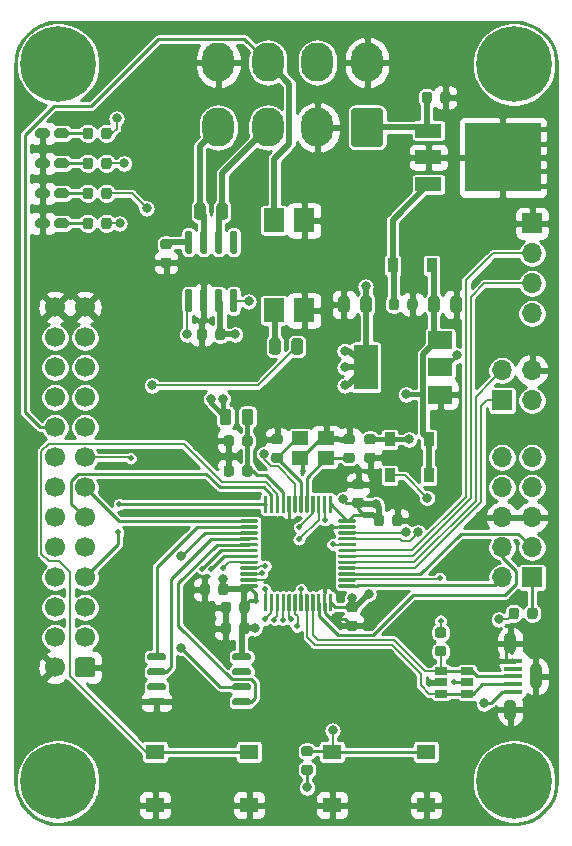
<source format=gbr>
%TF.GenerationSoftware,KiCad,Pcbnew,5.1.6*%
%TF.CreationDate,2020-12-09T16:02:00-03:00*%
%TF.ProjectId,MCU_Comms_Control,4d43555f-436f-46d6-9d73-5f436f6e7472,rev?*%
%TF.SameCoordinates,Original*%
%TF.FileFunction,Copper,L1,Top*%
%TF.FilePolarity,Positive*%
%FSLAX46Y46*%
G04 Gerber Fmt 4.6, Leading zero omitted, Abs format (unit mm)*
G04 Created by KiCad (PCBNEW 5.1.6) date 2020-12-09 16:02:00*
%MOMM*%
%LPD*%
G01*
G04 APERTURE LIST*
%TA.AperFunction,ComponentPad*%
%ADD10R,1.700000X1.700000*%
%TD*%
%TA.AperFunction,ComponentPad*%
%ADD11O,1.700000X1.700000*%
%TD*%
%TA.AperFunction,SMDPad,CuDef*%
%ADD12R,1.060000X0.650000*%
%TD*%
%TA.AperFunction,ComponentPad*%
%ADD13O,1.100000X2.200000*%
%TD*%
%TA.AperFunction,ComponentPad*%
%ADD14O,1.100000X1.800000*%
%TD*%
%TA.AperFunction,SMDPad,CuDef*%
%ADD15R,1.500000X0.450000*%
%TD*%
%TA.AperFunction,ComponentPad*%
%ADD16C,0.800000*%
%TD*%
%TA.AperFunction,ComponentPad*%
%ADD17C,6.400000*%
%TD*%
%TA.AperFunction,SMDPad,CuDef*%
%ADD18R,0.900000X1.200000*%
%TD*%
%TA.AperFunction,ComponentPad*%
%ADD19O,2.700000X3.300000*%
%TD*%
%TA.AperFunction,ComponentPad*%
%ADD20C,1.700000*%
%TD*%
%TA.AperFunction,SMDPad,CuDef*%
%ADD21R,1.550000X1.300000*%
%TD*%
%TA.AperFunction,SMDPad,CuDef*%
%ADD22R,1.780000X2.000000*%
%TD*%
%TA.AperFunction,SMDPad,CuDef*%
%ADD23R,2.000000X3.800000*%
%TD*%
%TA.AperFunction,SMDPad,CuDef*%
%ADD24R,2.000000X1.500000*%
%TD*%
%TA.AperFunction,SMDPad,CuDef*%
%ADD25R,2.200000X1.200000*%
%TD*%
%TA.AperFunction,SMDPad,CuDef*%
%ADD26R,6.400000X5.800000*%
%TD*%
%TA.AperFunction,SMDPad,CuDef*%
%ADD27R,1.400000X1.200000*%
%TD*%
%TA.AperFunction,ViaPad*%
%ADD28C,0.800000*%
%TD*%
%TA.AperFunction,ViaPad*%
%ADD29C,0.500000*%
%TD*%
%TA.AperFunction,Conductor*%
%ADD30C,0.250000*%
%TD*%
%TA.AperFunction,Conductor*%
%ADD31C,0.381000*%
%TD*%
%TA.AperFunction,Conductor*%
%ADD32C,0.203200*%
%TD*%
%TA.AperFunction,Conductor*%
%ADD33C,0.304800*%
%TD*%
%TA.AperFunction,Conductor*%
%ADD34C,0.508000*%
%TD*%
%TA.AperFunction,Conductor*%
%ADD35C,0.200000*%
%TD*%
%TA.AperFunction,Conductor*%
%ADD36C,0.254000*%
%TD*%
G04 APERTURE END LIST*
D10*
%TO.P,J4,1*%
%TO.N,~RESET*%
X110236000Y-88900000D03*
D11*
%TO.P,J4,2*%
%TO.N,SWCLK*%
X107696000Y-88900000D03*
%TO.P,J4,3*%
%TO.N,SWO*%
X110236000Y-86360000D03*
%TO.P,J4,4*%
%TO.N,SWDIO*%
X107696000Y-86360000D03*
%TO.P,J4,5*%
%TO.N,GND*%
X110236000Y-83820000D03*
%TO.P,J4,6*%
X107696000Y-83820000D03*
%TO.P,J4,7*%
%TO.N,+3V3*%
X110236000Y-81280000D03*
%TO.P,J4,8*%
X107696000Y-81280000D03*
%TO.P,J4,9*%
%TO.N,Net-(D1-Pad2)*%
X110236000Y-78740000D03*
%TO.P,J4,10*%
X107696000Y-78740000D03*
%TD*%
D12*
%TO.P,U1,1*%
%TO.N,USB_D+*%
X102532000Y-96840000D03*
%TO.P,U1,2*%
%TO.N,GND*%
X102532000Y-97790000D03*
%TO.P,U1,3*%
%TO.N,USB_D-*%
X102532000Y-98740000D03*
%TO.P,U1,4*%
X104732000Y-98740000D03*
%TO.P,U1,6*%
%TO.N,USB_D+*%
X104732000Y-96840000D03*
%TO.P,U1,5*%
%TO.N,Net-(C1-Pad1)*%
X104732000Y-97790000D03*
%TD*%
D11*
%TO.P,J6,4*%
%TO.N,GND*%
X110236000Y-71374000D03*
%TO.P,J6,3*%
%TO.N,+3V3*%
X110236000Y-73914000D03*
%TO.P,J6,2*%
%TO.N,Net-(J6-Pad2)*%
X107696000Y-71374000D03*
D10*
%TO.P,J6,1*%
%TO.N,Net-(J6-Pad1)*%
X107696000Y-73914000D03*
%TD*%
D13*
%TO.P,J1,6*%
%TO.N,GND*%
X110549000Y-97282000D03*
D14*
X108399000Y-94482000D03*
X108399000Y-100082000D03*
D15*
%TO.P,J1,1*%
%TO.N,Net-(C1-Pad1)*%
X108649000Y-98582000D03*
%TO.P,J1,5*%
%TO.N,GND*%
X108649000Y-95982000D03*
%TO.P,J1,2*%
%TO.N,USB_D-*%
X108649000Y-97932000D03*
%TO.P,J1,4*%
%TO.N,Net-(J1-Pad4)*%
X108649000Y-96632000D03*
%TO.P,J1,3*%
%TO.N,USB_D+*%
X108649000Y-97282000D03*
%TD*%
D16*
%TO.P,REF\u002A\u002A,1*%
%TO.N,N/C*%
X110409056Y-43768944D03*
X108712000Y-43066000D03*
X107014944Y-43768944D03*
X106312000Y-45466000D03*
X107014944Y-47163056D03*
X108712000Y-47866000D03*
X110409056Y-47163056D03*
X111112000Y-45466000D03*
D17*
X108712000Y-45466000D03*
%TD*%
D16*
%TO.P,REF\u002A\u002A,1*%
%TO.N,N/C*%
X71801056Y-43768944D03*
X70104000Y-43066000D03*
X68406944Y-43768944D03*
X67704000Y-45466000D03*
X68406944Y-47163056D03*
X70104000Y-47866000D03*
X71801056Y-47163056D03*
X72504000Y-45466000D03*
D17*
X70104000Y-45466000D03*
%TD*%
D16*
%TO.P,REF\u002A\u002A,1*%
%TO.N,N/C*%
X110409056Y-104474944D03*
X108712000Y-103772000D03*
X107014944Y-104474944D03*
X106312000Y-106172000D03*
X107014944Y-107869056D03*
X108712000Y-108572000D03*
X110409056Y-107869056D03*
X111112000Y-106172000D03*
D17*
X108712000Y-106172000D03*
%TD*%
D16*
%TO.P,REF\u002A\u002A,1*%
%TO.N,N/C*%
X71801056Y-104474944D03*
X70104000Y-103772000D03*
X68406944Y-104474944D03*
X67704000Y-106172000D03*
X68406944Y-107869056D03*
X70104000Y-108572000D03*
X71801056Y-107869056D03*
X72504000Y-106172000D03*
D17*
X70104000Y-106172000D03*
%TD*%
%TO.P,C1,2*%
%TO.N,GND*%
%TA.AperFunction,SMDPad,CuDef*%
G36*
G01*
X96263750Y-78328000D02*
X96776250Y-78328000D01*
G75*
G02*
X96995000Y-78546750I0J-218750D01*
G01*
X96995000Y-78984250D01*
G75*
G02*
X96776250Y-79203000I-218750J0D01*
G01*
X96263750Y-79203000D01*
G75*
G02*
X96045000Y-78984250I0J218750D01*
G01*
X96045000Y-78546750D01*
G75*
G02*
X96263750Y-78328000I218750J0D01*
G01*
G37*
%TD.AperFunction*%
%TO.P,C1,1*%
%TO.N,Net-(C1-Pad1)*%
%TA.AperFunction,SMDPad,CuDef*%
G36*
G01*
X96263750Y-76753000D02*
X96776250Y-76753000D01*
G75*
G02*
X96995000Y-76971750I0J-218750D01*
G01*
X96995000Y-77409250D01*
G75*
G02*
X96776250Y-77628000I-218750J0D01*
G01*
X96263750Y-77628000D01*
G75*
G02*
X96045000Y-77409250I0J218750D01*
G01*
X96045000Y-76971750D01*
G75*
G02*
X96263750Y-76753000I218750J0D01*
G01*
G37*
%TD.AperFunction*%
%TD*%
%TO.P,C2,1*%
%TO.N,Net-(C2-Pad1)*%
%TA.AperFunction,SMDPad,CuDef*%
G36*
G01*
X94998250Y-79203000D02*
X94485750Y-79203000D01*
G75*
G02*
X94267000Y-78984250I0J218750D01*
G01*
X94267000Y-78546750D01*
G75*
G02*
X94485750Y-78328000I218750J0D01*
G01*
X94998250Y-78328000D01*
G75*
G02*
X95217000Y-78546750I0J-218750D01*
G01*
X95217000Y-78984250D01*
G75*
G02*
X94998250Y-79203000I-218750J0D01*
G01*
G37*
%TD.AperFunction*%
%TO.P,C2,2*%
%TO.N,GND*%
%TA.AperFunction,SMDPad,CuDef*%
G36*
G01*
X94998250Y-77628000D02*
X94485750Y-77628000D01*
G75*
G02*
X94267000Y-77409250I0J218750D01*
G01*
X94267000Y-76971750D01*
G75*
G02*
X94485750Y-76753000I218750J0D01*
G01*
X94998250Y-76753000D01*
G75*
G02*
X95217000Y-76971750I0J-218750D01*
G01*
X95217000Y-77409250D01*
G75*
G02*
X94998250Y-77628000I-218750J0D01*
G01*
G37*
%TD.AperFunction*%
%TD*%
%TO.P,C3,2*%
%TO.N,Net-(C3-Pad2)*%
%TA.AperFunction,SMDPad,CuDef*%
G36*
G01*
X88389750Y-78328000D02*
X88902250Y-78328000D01*
G75*
G02*
X89121000Y-78546750I0J-218750D01*
G01*
X89121000Y-78984250D01*
G75*
G02*
X88902250Y-79203000I-218750J0D01*
G01*
X88389750Y-79203000D01*
G75*
G02*
X88171000Y-78984250I0J218750D01*
G01*
X88171000Y-78546750D01*
G75*
G02*
X88389750Y-78328000I218750J0D01*
G01*
G37*
%TD.AperFunction*%
%TO.P,C3,1*%
%TO.N,GND*%
%TA.AperFunction,SMDPad,CuDef*%
G36*
G01*
X88389750Y-76753000D02*
X88902250Y-76753000D01*
G75*
G02*
X89121000Y-76971750I0J-218750D01*
G01*
X89121000Y-77409250D01*
G75*
G02*
X88902250Y-77628000I-218750J0D01*
G01*
X88389750Y-77628000D01*
G75*
G02*
X88171000Y-77409250I0J218750D01*
G01*
X88171000Y-76971750D01*
G75*
G02*
X88389750Y-76753000I218750J0D01*
G01*
G37*
%TD.AperFunction*%
%TD*%
%TO.P,C4,2*%
%TO.N,GND*%
%TA.AperFunction,SMDPad,CuDef*%
G36*
G01*
X103320000Y-66242250D02*
X103320000Y-65329750D01*
G75*
G02*
X103563750Y-65086000I243750J0D01*
G01*
X104051250Y-65086000D01*
G75*
G02*
X104295000Y-65329750I0J-243750D01*
G01*
X104295000Y-66242250D01*
G75*
G02*
X104051250Y-66486000I-243750J0D01*
G01*
X103563750Y-66486000D01*
G75*
G02*
X103320000Y-66242250I0J243750D01*
G01*
G37*
%TD.AperFunction*%
%TO.P,C4,1*%
%TO.N,+5V*%
%TA.AperFunction,SMDPad,CuDef*%
G36*
G01*
X101445000Y-66242250D02*
X101445000Y-65329750D01*
G75*
G02*
X101688750Y-65086000I243750J0D01*
G01*
X102176250Y-65086000D01*
G75*
G02*
X102420000Y-65329750I0J-243750D01*
G01*
X102420000Y-66242250D01*
G75*
G02*
X102176250Y-66486000I-243750J0D01*
G01*
X101688750Y-66486000D01*
G75*
G02*
X101445000Y-66242250I0J243750D01*
G01*
G37*
%TD.AperFunction*%
%TD*%
%TO.P,C5,2*%
%TO.N,GND*%
%TA.AperFunction,SMDPad,CuDef*%
G36*
G01*
X102458000Y-48516250D02*
X102458000Y-48003750D01*
G75*
G02*
X102676750Y-47785000I218750J0D01*
G01*
X103114250Y-47785000D01*
G75*
G02*
X103333000Y-48003750I0J-218750D01*
G01*
X103333000Y-48516250D01*
G75*
G02*
X103114250Y-48735000I-218750J0D01*
G01*
X102676750Y-48735000D01*
G75*
G02*
X102458000Y-48516250I0J218750D01*
G01*
G37*
%TD.AperFunction*%
%TO.P,C5,1*%
%TO.N,+12V*%
%TA.AperFunction,SMDPad,CuDef*%
G36*
G01*
X100883000Y-48516250D02*
X100883000Y-48003750D01*
G75*
G02*
X101101750Y-47785000I218750J0D01*
G01*
X101539250Y-47785000D01*
G75*
G02*
X101758000Y-48003750I0J-218750D01*
G01*
X101758000Y-48516250D01*
G75*
G02*
X101539250Y-48735000I-218750J0D01*
G01*
X101101750Y-48735000D01*
G75*
G02*
X100883000Y-48516250I0J218750D01*
G01*
G37*
%TD.AperFunction*%
%TD*%
%TO.P,C6,1*%
%TO.N,+3V3*%
%TA.AperFunction,SMDPad,CuDef*%
G36*
G01*
X96675000Y-65329750D02*
X96675000Y-66242250D01*
G75*
G02*
X96431250Y-66486000I-243750J0D01*
G01*
X95943750Y-66486000D01*
G75*
G02*
X95700000Y-66242250I0J243750D01*
G01*
X95700000Y-65329750D01*
G75*
G02*
X95943750Y-65086000I243750J0D01*
G01*
X96431250Y-65086000D01*
G75*
G02*
X96675000Y-65329750I0J-243750D01*
G01*
G37*
%TD.AperFunction*%
%TO.P,C6,2*%
%TO.N,GND*%
%TA.AperFunction,SMDPad,CuDef*%
G36*
G01*
X94800000Y-65329750D02*
X94800000Y-66242250D01*
G75*
G02*
X94556250Y-66486000I-243750J0D01*
G01*
X94068750Y-66486000D01*
G75*
G02*
X93825000Y-66242250I0J243750D01*
G01*
X93825000Y-65329750D01*
G75*
G02*
X94068750Y-65086000I243750J0D01*
G01*
X94556250Y-65086000D01*
G75*
G02*
X94800000Y-65329750I0J-243750D01*
G01*
G37*
%TD.AperFunction*%
%TD*%
%TO.P,C7,1*%
%TO.N,Net-(C7-Pad1)*%
%TA.AperFunction,SMDPad,CuDef*%
G36*
G01*
X98089000Y-66042250D02*
X98089000Y-65529750D01*
G75*
G02*
X98307750Y-65311000I218750J0D01*
G01*
X98745250Y-65311000D01*
G75*
G02*
X98964000Y-65529750I0J-218750D01*
G01*
X98964000Y-66042250D01*
G75*
G02*
X98745250Y-66261000I-218750J0D01*
G01*
X98307750Y-66261000D01*
G75*
G02*
X98089000Y-66042250I0J218750D01*
G01*
G37*
%TD.AperFunction*%
%TO.P,C7,2*%
%TO.N,GND*%
%TA.AperFunction,SMDPad,CuDef*%
G36*
G01*
X99664000Y-66042250D02*
X99664000Y-65529750D01*
G75*
G02*
X99882750Y-65311000I218750J0D01*
G01*
X100320250Y-65311000D01*
G75*
G02*
X100539000Y-65529750I0J-218750D01*
G01*
X100539000Y-66042250D01*
G75*
G02*
X100320250Y-66261000I-218750J0D01*
G01*
X99882750Y-66261000D01*
G75*
G02*
X99664000Y-66042250I0J218750D01*
G01*
G37*
%TD.AperFunction*%
%TD*%
%TO.P,C8,1*%
%TO.N,+3V3*%
%TA.AperFunction,SMDPad,CuDef*%
G36*
G01*
X86315000Y-91183750D02*
X86315000Y-91696250D01*
G75*
G02*
X86096250Y-91915000I-218750J0D01*
G01*
X85658750Y-91915000D01*
G75*
G02*
X85440000Y-91696250I0J218750D01*
G01*
X85440000Y-91183750D01*
G75*
G02*
X85658750Y-90965000I218750J0D01*
G01*
X86096250Y-90965000D01*
G75*
G02*
X86315000Y-91183750I0J-218750D01*
G01*
G37*
%TD.AperFunction*%
%TO.P,C8,2*%
%TO.N,GND*%
%TA.AperFunction,SMDPad,CuDef*%
G36*
G01*
X84740000Y-91183750D02*
X84740000Y-91696250D01*
G75*
G02*
X84521250Y-91915000I-218750J0D01*
G01*
X84083750Y-91915000D01*
G75*
G02*
X83865000Y-91696250I0J218750D01*
G01*
X83865000Y-91183750D01*
G75*
G02*
X84083750Y-90965000I218750J0D01*
G01*
X84521250Y-90965000D01*
G75*
G02*
X84740000Y-91183750I0J-218750D01*
G01*
G37*
%TD.AperFunction*%
%TD*%
%TO.P,C9,2*%
%TO.N,GND*%
%TA.AperFunction,SMDPad,CuDef*%
G36*
G01*
X82962000Y-89659750D02*
X82962000Y-90172250D01*
G75*
G02*
X82743250Y-90391000I-218750J0D01*
G01*
X82305750Y-90391000D01*
G75*
G02*
X82087000Y-90172250I0J218750D01*
G01*
X82087000Y-89659750D01*
G75*
G02*
X82305750Y-89441000I218750J0D01*
G01*
X82743250Y-89441000D01*
G75*
G02*
X82962000Y-89659750I0J-218750D01*
G01*
G37*
%TD.AperFunction*%
%TO.P,C9,1*%
%TO.N,+3V3*%
%TA.AperFunction,SMDPad,CuDef*%
G36*
G01*
X84537000Y-89659750D02*
X84537000Y-90172250D01*
G75*
G02*
X84318250Y-90391000I-218750J0D01*
G01*
X83880750Y-90391000D01*
G75*
G02*
X83662000Y-90172250I0J218750D01*
G01*
X83662000Y-89659750D01*
G75*
G02*
X83880750Y-89441000I218750J0D01*
G01*
X84318250Y-89441000D01*
G75*
G02*
X84537000Y-89659750I0J-218750D01*
G01*
G37*
%TD.AperFunction*%
%TD*%
%TO.P,C10,1*%
%TO.N,+3V3*%
%TA.AperFunction,SMDPad,CuDef*%
G36*
G01*
X94739750Y-90977000D02*
X95252250Y-90977000D01*
G75*
G02*
X95471000Y-91195750I0J-218750D01*
G01*
X95471000Y-91633250D01*
G75*
G02*
X95252250Y-91852000I-218750J0D01*
G01*
X94739750Y-91852000D01*
G75*
G02*
X94521000Y-91633250I0J218750D01*
G01*
X94521000Y-91195750D01*
G75*
G02*
X94739750Y-90977000I218750J0D01*
G01*
G37*
%TD.AperFunction*%
%TO.P,C10,2*%
%TO.N,GND*%
%TA.AperFunction,SMDPad,CuDef*%
G36*
G01*
X94739750Y-92552000D02*
X95252250Y-92552000D01*
G75*
G02*
X95471000Y-92770750I0J-218750D01*
G01*
X95471000Y-93208250D01*
G75*
G02*
X95252250Y-93427000I-218750J0D01*
G01*
X94739750Y-93427000D01*
G75*
G02*
X94521000Y-93208250I0J218750D01*
G01*
X94521000Y-92770750D01*
G75*
G02*
X94739750Y-92552000I218750J0D01*
G01*
G37*
%TD.AperFunction*%
%TD*%
%TO.P,C11,2*%
%TO.N,GND*%
%TA.AperFunction,SMDPad,CuDef*%
G36*
G01*
X98394000Y-84330250D02*
X98394000Y-83817750D01*
G75*
G02*
X98612750Y-83599000I218750J0D01*
G01*
X99050250Y-83599000D01*
G75*
G02*
X99269000Y-83817750I0J-218750D01*
G01*
X99269000Y-84330250D01*
G75*
G02*
X99050250Y-84549000I-218750J0D01*
G01*
X98612750Y-84549000D01*
G75*
G02*
X98394000Y-84330250I0J218750D01*
G01*
G37*
%TD.AperFunction*%
%TO.P,C11,1*%
%TO.N,+3V3*%
%TA.AperFunction,SMDPad,CuDef*%
G36*
G01*
X96819000Y-84330250D02*
X96819000Y-83817750D01*
G75*
G02*
X97037750Y-83599000I218750J0D01*
G01*
X97475250Y-83599000D01*
G75*
G02*
X97694000Y-83817750I0J-218750D01*
G01*
X97694000Y-84330250D01*
G75*
G02*
X97475250Y-84549000I-218750J0D01*
G01*
X97037750Y-84549000D01*
G75*
G02*
X96819000Y-84330250I0J218750D01*
G01*
G37*
%TD.AperFunction*%
%TD*%
%TO.P,C12,1*%
%TO.N,+3V3*%
%TA.AperFunction,SMDPad,CuDef*%
G36*
G01*
X95760250Y-83013000D02*
X95247750Y-83013000D01*
G75*
G02*
X95029000Y-82794250I0J218750D01*
G01*
X95029000Y-82356750D01*
G75*
G02*
X95247750Y-82138000I218750J0D01*
G01*
X95760250Y-82138000D01*
G75*
G02*
X95979000Y-82356750I0J-218750D01*
G01*
X95979000Y-82794250D01*
G75*
G02*
X95760250Y-83013000I-218750J0D01*
G01*
G37*
%TD.AperFunction*%
%TO.P,C12,2*%
%TO.N,GND*%
%TA.AperFunction,SMDPad,CuDef*%
G36*
G01*
X95760250Y-81438000D02*
X95247750Y-81438000D01*
G75*
G02*
X95029000Y-81219250I0J218750D01*
G01*
X95029000Y-80781750D01*
G75*
G02*
X95247750Y-80563000I218750J0D01*
G01*
X95760250Y-80563000D01*
G75*
G02*
X95979000Y-80781750I0J-218750D01*
G01*
X95979000Y-81219250D01*
G75*
G02*
X95760250Y-81438000I-218750J0D01*
G01*
G37*
%TD.AperFunction*%
%TD*%
%TO.P,C13,1*%
%TO.N,+3.3VADC*%
%TA.AperFunction,SMDPad,CuDef*%
G36*
G01*
X86569000Y-77086750D02*
X86569000Y-77599250D01*
G75*
G02*
X86350250Y-77818000I-218750J0D01*
G01*
X85912750Y-77818000D01*
G75*
G02*
X85694000Y-77599250I0J218750D01*
G01*
X85694000Y-77086750D01*
G75*
G02*
X85912750Y-76868000I218750J0D01*
G01*
X86350250Y-76868000D01*
G75*
G02*
X86569000Y-77086750I0J-218750D01*
G01*
G37*
%TD.AperFunction*%
%TO.P,C13,2*%
%TO.N,GND*%
%TA.AperFunction,SMDPad,CuDef*%
G36*
G01*
X84994000Y-77086750D02*
X84994000Y-77599250D01*
G75*
G02*
X84775250Y-77818000I-218750J0D01*
G01*
X84337750Y-77818000D01*
G75*
G02*
X84119000Y-77599250I0J218750D01*
G01*
X84119000Y-77086750D01*
G75*
G02*
X84337750Y-76868000I218750J0D01*
G01*
X84775250Y-76868000D01*
G75*
G02*
X84994000Y-77086750I0J-218750D01*
G01*
G37*
%TD.AperFunction*%
%TD*%
%TO.P,C14,2*%
%TO.N,GND*%
%TA.AperFunction,SMDPad,CuDef*%
G36*
G01*
X84994000Y-79626750D02*
X84994000Y-80139250D01*
G75*
G02*
X84775250Y-80358000I-218750J0D01*
G01*
X84337750Y-80358000D01*
G75*
G02*
X84119000Y-80139250I0J218750D01*
G01*
X84119000Y-79626750D01*
G75*
G02*
X84337750Y-79408000I218750J0D01*
G01*
X84775250Y-79408000D01*
G75*
G02*
X84994000Y-79626750I0J-218750D01*
G01*
G37*
%TD.AperFunction*%
%TO.P,C14,1*%
%TO.N,+3.3VADC*%
%TA.AperFunction,SMDPad,CuDef*%
G36*
G01*
X86569000Y-79626750D02*
X86569000Y-80139250D01*
G75*
G02*
X86350250Y-80358000I-218750J0D01*
G01*
X85912750Y-80358000D01*
G75*
G02*
X85694000Y-80139250I0J218750D01*
G01*
X85694000Y-79626750D01*
G75*
G02*
X85912750Y-79408000I218750J0D01*
G01*
X86350250Y-79408000D01*
G75*
G02*
X86569000Y-79626750I0J-218750D01*
G01*
G37*
%TD.AperFunction*%
%TD*%
%TO.P,C15,1*%
%TO.N,+3V3*%
%TA.AperFunction,SMDPad,CuDef*%
G36*
G01*
X84283000Y-68069750D02*
X84283000Y-68582250D01*
G75*
G02*
X84064250Y-68801000I-218750J0D01*
G01*
X83626750Y-68801000D01*
G75*
G02*
X83408000Y-68582250I0J218750D01*
G01*
X83408000Y-68069750D01*
G75*
G02*
X83626750Y-67851000I218750J0D01*
G01*
X84064250Y-67851000D01*
G75*
G02*
X84283000Y-68069750I0J-218750D01*
G01*
G37*
%TD.AperFunction*%
%TO.P,C15,2*%
%TO.N,GND*%
%TA.AperFunction,SMDPad,CuDef*%
G36*
G01*
X82708000Y-68069750D02*
X82708000Y-68582250D01*
G75*
G02*
X82489250Y-68801000I-218750J0D01*
G01*
X82051750Y-68801000D01*
G75*
G02*
X81833000Y-68582250I0J218750D01*
G01*
X81833000Y-68069750D01*
G75*
G02*
X82051750Y-67851000I218750J0D01*
G01*
X82489250Y-67851000D01*
G75*
G02*
X82708000Y-68069750I0J-218750D01*
G01*
G37*
%TD.AperFunction*%
%TD*%
%TO.P,C16,2*%
%TO.N,GND*%
%TA.AperFunction,SMDPad,CuDef*%
G36*
G01*
X84740000Y-92961750D02*
X84740000Y-93474250D01*
G75*
G02*
X84521250Y-93693000I-218750J0D01*
G01*
X84083750Y-93693000D01*
G75*
G02*
X83865000Y-93474250I0J218750D01*
G01*
X83865000Y-92961750D01*
G75*
G02*
X84083750Y-92743000I218750J0D01*
G01*
X84521250Y-92743000D01*
G75*
G02*
X84740000Y-92961750I0J-218750D01*
G01*
G37*
%TD.AperFunction*%
%TO.P,C16,1*%
%TO.N,+3V3*%
%TA.AperFunction,SMDPad,CuDef*%
G36*
G01*
X86315000Y-92961750D02*
X86315000Y-93474250D01*
G75*
G02*
X86096250Y-93693000I-218750J0D01*
G01*
X85658750Y-93693000D01*
G75*
G02*
X85440000Y-93474250I0J218750D01*
G01*
X85440000Y-92961750D01*
G75*
G02*
X85658750Y-92743000I218750J0D01*
G01*
X86096250Y-92743000D01*
G75*
G02*
X86315000Y-92961750I0J-218750D01*
G01*
G37*
%TD.AperFunction*%
%TD*%
D18*
%TO.P,D1,1*%
%TO.N,+5V*%
X101472000Y-80264000D03*
%TO.P,D1,2*%
%TO.N,Net-(D1-Pad2)*%
X98172000Y-80264000D03*
%TD*%
%TO.P,D2,2*%
%TO.N,Net-(C1-Pad1)*%
X98172000Y-77216000D03*
%TO.P,D2,1*%
%TO.N,+5V*%
X101472000Y-77216000D03*
%TD*%
%TO.P,D3,2*%
%TO.N,Net-(D3-Pad2)*%
%TA.AperFunction,SMDPad,CuDef*%
G36*
G01*
X69796000Y-51520500D02*
X69796000Y-51095500D01*
G75*
G02*
X70008500Y-50883000I212500J0D01*
G01*
X70808500Y-50883000D01*
G75*
G02*
X71021000Y-51095500I0J-212500D01*
G01*
X71021000Y-51520500D01*
G75*
G02*
X70808500Y-51733000I-212500J0D01*
G01*
X70008500Y-51733000D01*
G75*
G02*
X69796000Y-51520500I0J212500D01*
G01*
G37*
%TD.AperFunction*%
%TO.P,D3,1*%
%TO.N,GND*%
%TA.AperFunction,SMDPad,CuDef*%
G36*
G01*
X68171000Y-51520500D02*
X68171000Y-51095500D01*
G75*
G02*
X68383500Y-50883000I212500J0D01*
G01*
X69183500Y-50883000D01*
G75*
G02*
X69396000Y-51095500I0J-212500D01*
G01*
X69396000Y-51520500D01*
G75*
G02*
X69183500Y-51733000I-212500J0D01*
G01*
X68383500Y-51733000D01*
G75*
G02*
X68171000Y-51520500I0J212500D01*
G01*
G37*
%TD.AperFunction*%
%TD*%
%TO.P,D4,1*%
%TO.N,GND*%
%TA.AperFunction,SMDPad,CuDef*%
G36*
G01*
X68171000Y-54060500D02*
X68171000Y-53635500D01*
G75*
G02*
X68383500Y-53423000I212500J0D01*
G01*
X69183500Y-53423000D01*
G75*
G02*
X69396000Y-53635500I0J-212500D01*
G01*
X69396000Y-54060500D01*
G75*
G02*
X69183500Y-54273000I-212500J0D01*
G01*
X68383500Y-54273000D01*
G75*
G02*
X68171000Y-54060500I0J212500D01*
G01*
G37*
%TD.AperFunction*%
%TO.P,D4,2*%
%TO.N,Net-(D4-Pad2)*%
%TA.AperFunction,SMDPad,CuDef*%
G36*
G01*
X69796000Y-54060500D02*
X69796000Y-53635500D01*
G75*
G02*
X70008500Y-53423000I212500J0D01*
G01*
X70808500Y-53423000D01*
G75*
G02*
X71021000Y-53635500I0J-212500D01*
G01*
X71021000Y-54060500D01*
G75*
G02*
X70808500Y-54273000I-212500J0D01*
G01*
X70008500Y-54273000D01*
G75*
G02*
X69796000Y-54060500I0J212500D01*
G01*
G37*
%TD.AperFunction*%
%TD*%
%TO.P,D5,2*%
%TO.N,Net-(D5-Pad2)*%
%TA.AperFunction,SMDPad,CuDef*%
G36*
G01*
X69796000Y-56600500D02*
X69796000Y-56175500D01*
G75*
G02*
X70008500Y-55963000I212500J0D01*
G01*
X70808500Y-55963000D01*
G75*
G02*
X71021000Y-56175500I0J-212500D01*
G01*
X71021000Y-56600500D01*
G75*
G02*
X70808500Y-56813000I-212500J0D01*
G01*
X70008500Y-56813000D01*
G75*
G02*
X69796000Y-56600500I0J212500D01*
G01*
G37*
%TD.AperFunction*%
%TO.P,D5,1*%
%TO.N,GND*%
%TA.AperFunction,SMDPad,CuDef*%
G36*
G01*
X68171000Y-56600500D02*
X68171000Y-56175500D01*
G75*
G02*
X68383500Y-55963000I212500J0D01*
G01*
X69183500Y-55963000D01*
G75*
G02*
X69396000Y-56175500I0J-212500D01*
G01*
X69396000Y-56600500D01*
G75*
G02*
X69183500Y-56813000I-212500J0D01*
G01*
X68383500Y-56813000D01*
G75*
G02*
X68171000Y-56600500I0J212500D01*
G01*
G37*
%TD.AperFunction*%
%TD*%
%TO.P,D6,1*%
%TO.N,GND*%
%TA.AperFunction,SMDPad,CuDef*%
G36*
G01*
X68171000Y-59140500D02*
X68171000Y-58715500D01*
G75*
G02*
X68383500Y-58503000I212500J0D01*
G01*
X69183500Y-58503000D01*
G75*
G02*
X69396000Y-58715500I0J-212500D01*
G01*
X69396000Y-59140500D01*
G75*
G02*
X69183500Y-59353000I-212500J0D01*
G01*
X68383500Y-59353000D01*
G75*
G02*
X68171000Y-59140500I0J212500D01*
G01*
G37*
%TD.AperFunction*%
%TO.P,D6,2*%
%TO.N,Net-(D6-Pad2)*%
%TA.AperFunction,SMDPad,CuDef*%
G36*
G01*
X69796000Y-59140500D02*
X69796000Y-58715500D01*
G75*
G02*
X70008500Y-58503000I212500J0D01*
G01*
X70808500Y-58503000D01*
G75*
G02*
X71021000Y-58715500I0J-212500D01*
G01*
X71021000Y-59140500D01*
G75*
G02*
X70808500Y-59353000I-212500J0D01*
G01*
X70008500Y-59353000D01*
G75*
G02*
X69796000Y-59140500I0J212500D01*
G01*
G37*
%TD.AperFunction*%
%TD*%
%TO.P,D7,1*%
%TO.N,+5V*%
X101726000Y-62484000D03*
%TO.P,D7,2*%
%TO.N,Net-(C7-Pad1)*%
X98426000Y-62484000D03*
%TD*%
%TO.P,FB1,1*%
%TO.N,+3.3VADC*%
%TA.AperFunction,SMDPad,CuDef*%
G36*
G01*
X86642000Y-74854750D02*
X86642000Y-75767250D01*
G75*
G02*
X86398250Y-76011000I-243750J0D01*
G01*
X85910750Y-76011000D01*
G75*
G02*
X85667000Y-75767250I0J243750D01*
G01*
X85667000Y-74854750D01*
G75*
G02*
X85910750Y-74611000I243750J0D01*
G01*
X86398250Y-74611000D01*
G75*
G02*
X86642000Y-74854750I0J-243750D01*
G01*
G37*
%TD.AperFunction*%
%TO.P,FB1,2*%
%TO.N,+3V3*%
%TA.AperFunction,SMDPad,CuDef*%
G36*
G01*
X84767000Y-74854750D02*
X84767000Y-75767250D01*
G75*
G02*
X84523250Y-76011000I-243750J0D01*
G01*
X84035750Y-76011000D01*
G75*
G02*
X83792000Y-75767250I0J243750D01*
G01*
X83792000Y-74854750D01*
G75*
G02*
X84035750Y-74611000I243750J0D01*
G01*
X84523250Y-74611000D01*
G75*
G02*
X84767000Y-74854750I0J-243750D01*
G01*
G37*
%TD.AperFunction*%
%TD*%
%TO.P,J2,1*%
%TO.N,+12V*%
%TA.AperFunction,ComponentPad*%
G36*
G01*
X97616000Y-49400001D02*
X97616000Y-52199999D01*
G75*
G02*
X97365999Y-52450000I-250001J0D01*
G01*
X95166001Y-52450000D01*
G75*
G02*
X94916000Y-52199999I0J250001D01*
G01*
X94916000Y-49400001D01*
G75*
G02*
X95166001Y-49150000I250001J0D01*
G01*
X97365999Y-49150000D01*
G75*
G02*
X97616000Y-49400001I0J-250001D01*
G01*
G37*
%TD.AperFunction*%
D19*
%TO.P,J2,2*%
%TO.N,GND*%
X92066000Y-50800000D03*
%TO.P,J2,3*%
%TO.N,CAN_L*%
X87866000Y-50800000D03*
%TO.P,J2,4*%
%TO.N,CAN_H*%
X83666000Y-50800000D03*
%TO.P,J2,5*%
%TO.N,GND*%
X96266000Y-45300000D03*
%TO.P,J2,6*%
%TO.N,+12V*%
X92066000Y-45300000D03*
%TO.P,J2,7*%
%TO.N,~ERROR*%
X87866000Y-45300000D03*
%TO.P,J2,8*%
%TO.N,GND*%
X83666000Y-45300000D03*
%TD*%
%TO.P,J3,1*%
%TO.N,GND*%
%TA.AperFunction,ComponentPad*%
G36*
G01*
X73240000Y-95920000D02*
X73240000Y-97120000D01*
G75*
G02*
X72990000Y-97370000I-250000J0D01*
G01*
X71790000Y-97370000D01*
G75*
G02*
X71540000Y-97120000I0J250000D01*
G01*
X71540000Y-95920000D01*
G75*
G02*
X71790000Y-95670000I250000J0D01*
G01*
X72990000Y-95670000D01*
G75*
G02*
X73240000Y-95920000I0J-250000D01*
G01*
G37*
%TD.AperFunction*%
D20*
%TO.P,J3,3*%
%TO.N,+12V*%
X72390000Y-93980000D03*
%TO.P,J3,5*%
%TO.N,Net-(J3-Pad5)*%
X72390000Y-91440000D03*
%TO.P,J3,7*%
%TO.N,NTC_PWR*%
X72390000Y-88900000D03*
%TO.P,J3,9*%
%TO.N,CURR_U*%
X72390000Y-86360000D03*
%TO.P,J3,11*%
%TO.N,CURR_V*%
X72390000Y-83820000D03*
%TO.P,J3,13*%
%TO.N,CURR_W*%
X72390000Y-81280000D03*
%TO.P,J3,15*%
%TO.N,HALL3*%
X72390000Y-78740000D03*
%TO.P,J3,17*%
%TO.N,HALL2*%
X72390000Y-76200000D03*
%TO.P,J3,19*%
%TO.N,HALL1*%
X72390000Y-73660000D03*
%TO.P,J3,21*%
%TO.N,+5V*%
X72390000Y-71120000D03*
%TO.P,J3,23*%
%TO.N,+12V*%
X72390000Y-68580000D03*
%TO.P,J3,25*%
%TO.N,GND*%
X72390000Y-66040000D03*
%TO.P,J3,2*%
X69850000Y-96520000D03*
%TO.P,J3,4*%
%TO.N,+12V*%
X69850000Y-93980000D03*
%TO.P,J3,6*%
%TO.N,U_H*%
X69850000Y-91440000D03*
%TO.P,J3,8*%
%TO.N,V_H*%
X69850000Y-88900000D03*
%TO.P,J3,10*%
%TO.N,W_H*%
X69850000Y-86360000D03*
%TO.P,J3,12*%
%TO.N,U_L*%
X69850000Y-83820000D03*
%TO.P,J3,14*%
%TO.N,V_L*%
X69850000Y-81280000D03*
%TO.P,J3,16*%
%TO.N,W_L*%
X69850000Y-78740000D03*
%TO.P,J3,18*%
%TO.N,~ERROR*%
X69850000Y-76200000D03*
%TO.P,J3,20*%
%TO.N,ENABLE*%
X69850000Y-73660000D03*
%TO.P,J3,22*%
%TO.N,VBUS_SCALED*%
X69850000Y-71120000D03*
%TO.P,J3,24*%
%TO.N,+12V*%
X69850000Y-68580000D03*
%TO.P,J3,26*%
%TO.N,GND*%
X69850000Y-66040000D03*
%TD*%
D10*
%TO.P,J5,1*%
%TO.N,GND*%
X110236000Y-58928000D03*
D11*
%TO.P,J5,2*%
%TO.N,MULTI1*%
X110236000Y-61468000D03*
%TO.P,J5,3*%
%TO.N,MULTI0*%
X110236000Y-64008000D03*
%TO.P,J5,4*%
%TO.N,+3V3*%
X110236000Y-66548000D03*
%TD*%
%TO.P,R1,2*%
%TO.N,+3V3*%
%TA.AperFunction,SMDPad,CuDef*%
G36*
G01*
X90929750Y-104744000D02*
X91442250Y-104744000D01*
G75*
G02*
X91661000Y-104962750I0J-218750D01*
G01*
X91661000Y-105400250D01*
G75*
G02*
X91442250Y-105619000I-218750J0D01*
G01*
X90929750Y-105619000D01*
G75*
G02*
X90711000Y-105400250I0J218750D01*
G01*
X90711000Y-104962750D01*
G75*
G02*
X90929750Y-104744000I218750J0D01*
G01*
G37*
%TD.AperFunction*%
%TO.P,R1,1*%
%TO.N,~BOOT*%
%TA.AperFunction,SMDPad,CuDef*%
G36*
G01*
X90929750Y-103169000D02*
X91442250Y-103169000D01*
G75*
G02*
X91661000Y-103387750I0J-218750D01*
G01*
X91661000Y-103825250D01*
G75*
G02*
X91442250Y-104044000I-218750J0D01*
G01*
X90929750Y-104044000D01*
G75*
G02*
X90711000Y-103825250I0J218750D01*
G01*
X90711000Y-103387750D01*
G75*
G02*
X90929750Y-103169000I218750J0D01*
G01*
G37*
%TD.AperFunction*%
%TD*%
%TO.P,R2,1*%
%TO.N,~RESET*%
%TA.AperFunction,SMDPad,CuDef*%
G36*
G01*
X110699000Y-91691750D02*
X110699000Y-92204250D01*
G75*
G02*
X110480250Y-92423000I-218750J0D01*
G01*
X110042750Y-92423000D01*
G75*
G02*
X109824000Y-92204250I0J218750D01*
G01*
X109824000Y-91691750D01*
G75*
G02*
X110042750Y-91473000I218750J0D01*
G01*
X110480250Y-91473000D01*
G75*
G02*
X110699000Y-91691750I0J-218750D01*
G01*
G37*
%TD.AperFunction*%
%TO.P,R2,2*%
%TO.N,+3V3*%
%TA.AperFunction,SMDPad,CuDef*%
G36*
G01*
X109124000Y-91691750D02*
X109124000Y-92204250D01*
G75*
G02*
X108905250Y-92423000I-218750J0D01*
G01*
X108467750Y-92423000D01*
G75*
G02*
X108249000Y-92204250I0J218750D01*
G01*
X108249000Y-91691750D01*
G75*
G02*
X108467750Y-91473000I218750J0D01*
G01*
X108905250Y-91473000D01*
G75*
G02*
X109124000Y-91691750I0J-218750D01*
G01*
G37*
%TD.AperFunction*%
%TD*%
%TO.P,R3,2*%
%TO.N,GND*%
%TA.AperFunction,SMDPad,CuDef*%
G36*
G01*
X78991750Y-61818000D02*
X79504250Y-61818000D01*
G75*
G02*
X79723000Y-62036750I0J-218750D01*
G01*
X79723000Y-62474250D01*
G75*
G02*
X79504250Y-62693000I-218750J0D01*
G01*
X78991750Y-62693000D01*
G75*
G02*
X78773000Y-62474250I0J218750D01*
G01*
X78773000Y-62036750D01*
G75*
G02*
X78991750Y-61818000I218750J0D01*
G01*
G37*
%TD.AperFunction*%
%TO.P,R3,1*%
%TO.N,Net-(R3-Pad1)*%
%TA.AperFunction,SMDPad,CuDef*%
G36*
G01*
X78991750Y-60243000D02*
X79504250Y-60243000D01*
G75*
G02*
X79723000Y-60461750I0J-218750D01*
G01*
X79723000Y-60899250D01*
G75*
G02*
X79504250Y-61118000I-218750J0D01*
G01*
X78991750Y-61118000D01*
G75*
G02*
X78773000Y-60899250I0J218750D01*
G01*
X78773000Y-60461750D01*
G75*
G02*
X78991750Y-60243000I218750J0D01*
G01*
G37*
%TD.AperFunction*%
%TD*%
%TO.P,R4,1*%
%TO.N,CAN_H*%
%TA.AperFunction,SMDPad,CuDef*%
G36*
G01*
X81633000Y-58368250D02*
X81633000Y-57455750D01*
G75*
G02*
X81876750Y-57212000I243750J0D01*
G01*
X82364250Y-57212000D01*
G75*
G02*
X82608000Y-57455750I0J-243750D01*
G01*
X82608000Y-58368250D01*
G75*
G02*
X82364250Y-58612000I-243750J0D01*
G01*
X81876750Y-58612000D01*
G75*
G02*
X81633000Y-58368250I0J243750D01*
G01*
G37*
%TD.AperFunction*%
%TO.P,R4,2*%
%TO.N,CAN_L*%
%TA.AperFunction,SMDPad,CuDef*%
G36*
G01*
X83508000Y-58368250D02*
X83508000Y-57455750D01*
G75*
G02*
X83751750Y-57212000I243750J0D01*
G01*
X84239250Y-57212000D01*
G75*
G02*
X84483000Y-57455750I0J-243750D01*
G01*
X84483000Y-58368250D01*
G75*
G02*
X84239250Y-58612000I-243750J0D01*
G01*
X83751750Y-58612000D01*
G75*
G02*
X83508000Y-58368250I0J243750D01*
G01*
G37*
%TD.AperFunction*%
%TD*%
%TO.P,R5,2*%
%TO.N,+3V3*%
%TA.AperFunction,SMDPad,CuDef*%
G36*
G01*
X73756000Y-51564250D02*
X73756000Y-51051750D01*
G75*
G02*
X73974750Y-50833000I218750J0D01*
G01*
X74412250Y-50833000D01*
G75*
G02*
X74631000Y-51051750I0J-218750D01*
G01*
X74631000Y-51564250D01*
G75*
G02*
X74412250Y-51783000I-218750J0D01*
G01*
X73974750Y-51783000D01*
G75*
G02*
X73756000Y-51564250I0J218750D01*
G01*
G37*
%TD.AperFunction*%
%TO.P,R5,1*%
%TO.N,Net-(D3-Pad2)*%
%TA.AperFunction,SMDPad,CuDef*%
G36*
G01*
X72181000Y-51564250D02*
X72181000Y-51051750D01*
G75*
G02*
X72399750Y-50833000I218750J0D01*
G01*
X72837250Y-50833000D01*
G75*
G02*
X73056000Y-51051750I0J-218750D01*
G01*
X73056000Y-51564250D01*
G75*
G02*
X72837250Y-51783000I-218750J0D01*
G01*
X72399750Y-51783000D01*
G75*
G02*
X72181000Y-51564250I0J218750D01*
G01*
G37*
%TD.AperFunction*%
%TD*%
%TO.P,R6,1*%
%TO.N,Net-(D4-Pad2)*%
%TA.AperFunction,SMDPad,CuDef*%
G36*
G01*
X72181000Y-54104250D02*
X72181000Y-53591750D01*
G75*
G02*
X72399750Y-53373000I218750J0D01*
G01*
X72837250Y-53373000D01*
G75*
G02*
X73056000Y-53591750I0J-218750D01*
G01*
X73056000Y-54104250D01*
G75*
G02*
X72837250Y-54323000I-218750J0D01*
G01*
X72399750Y-54323000D01*
G75*
G02*
X72181000Y-54104250I0J218750D01*
G01*
G37*
%TD.AperFunction*%
%TO.P,R6,2*%
%TO.N,STATUS*%
%TA.AperFunction,SMDPad,CuDef*%
G36*
G01*
X73756000Y-54104250D02*
X73756000Y-53591750D01*
G75*
G02*
X73974750Y-53373000I218750J0D01*
G01*
X74412250Y-53373000D01*
G75*
G02*
X74631000Y-53591750I0J-218750D01*
G01*
X74631000Y-54104250D01*
G75*
G02*
X74412250Y-54323000I-218750J0D01*
G01*
X73974750Y-54323000D01*
G75*
G02*
X73756000Y-54104250I0J218750D01*
G01*
G37*
%TD.AperFunction*%
%TD*%
%TO.P,R7,1*%
%TO.N,USB_D+*%
%TA.AperFunction,SMDPad,CuDef*%
G36*
G01*
X102745250Y-95586000D02*
X102232750Y-95586000D01*
G75*
G02*
X102014000Y-95367250I0J218750D01*
G01*
X102014000Y-94929750D01*
G75*
G02*
X102232750Y-94711000I218750J0D01*
G01*
X102745250Y-94711000D01*
G75*
G02*
X102964000Y-94929750I0J-218750D01*
G01*
X102964000Y-95367250D01*
G75*
G02*
X102745250Y-95586000I-218750J0D01*
G01*
G37*
%TD.AperFunction*%
%TO.P,R7,2*%
%TO.N,Net-(R7-Pad2)*%
%TA.AperFunction,SMDPad,CuDef*%
G36*
G01*
X102745250Y-94011000D02*
X102232750Y-94011000D01*
G75*
G02*
X102014000Y-93792250I0J218750D01*
G01*
X102014000Y-93354750D01*
G75*
G02*
X102232750Y-93136000I218750J0D01*
G01*
X102745250Y-93136000D01*
G75*
G02*
X102964000Y-93354750I0J-218750D01*
G01*
X102964000Y-93792250D01*
G75*
G02*
X102745250Y-94011000I-218750J0D01*
G01*
G37*
%TD.AperFunction*%
%TD*%
%TO.P,R8,1*%
%TO.N,Net-(D5-Pad2)*%
%TA.AperFunction,SMDPad,CuDef*%
G36*
G01*
X72181000Y-56644250D02*
X72181000Y-56131750D01*
G75*
G02*
X72399750Y-55913000I218750J0D01*
G01*
X72837250Y-55913000D01*
G75*
G02*
X73056000Y-56131750I0J-218750D01*
G01*
X73056000Y-56644250D01*
G75*
G02*
X72837250Y-56863000I-218750J0D01*
G01*
X72399750Y-56863000D01*
G75*
G02*
X72181000Y-56644250I0J218750D01*
G01*
G37*
%TD.AperFunction*%
%TO.P,R8,2*%
%TO.N,ERR_OUT*%
%TA.AperFunction,SMDPad,CuDef*%
G36*
G01*
X73756000Y-56644250D02*
X73756000Y-56131750D01*
G75*
G02*
X73974750Y-55913000I218750J0D01*
G01*
X74412250Y-55913000D01*
G75*
G02*
X74631000Y-56131750I0J-218750D01*
G01*
X74631000Y-56644250D01*
G75*
G02*
X74412250Y-56863000I-218750J0D01*
G01*
X73974750Y-56863000D01*
G75*
G02*
X73756000Y-56644250I0J218750D01*
G01*
G37*
%TD.AperFunction*%
%TD*%
%TO.P,R9,2*%
%TO.N,ERR_OUT*%
%TA.AperFunction,SMDPad,CuDef*%
G36*
G01*
X89858000Y-69798250D02*
X89858000Y-68885750D01*
G75*
G02*
X90101750Y-68642000I243750J0D01*
G01*
X90589250Y-68642000D01*
G75*
G02*
X90833000Y-68885750I0J-243750D01*
G01*
X90833000Y-69798250D01*
G75*
G02*
X90589250Y-70042000I-243750J0D01*
G01*
X90101750Y-70042000D01*
G75*
G02*
X89858000Y-69798250I0J243750D01*
G01*
G37*
%TD.AperFunction*%
%TO.P,R9,1*%
%TO.N,Net-(R9-Pad1)*%
%TA.AperFunction,SMDPad,CuDef*%
G36*
G01*
X87983000Y-69798250D02*
X87983000Y-68885750D01*
G75*
G02*
X88226750Y-68642000I243750J0D01*
G01*
X88714250Y-68642000D01*
G75*
G02*
X88958000Y-68885750I0J-243750D01*
G01*
X88958000Y-69798250D01*
G75*
G02*
X88714250Y-70042000I-243750J0D01*
G01*
X88226750Y-70042000D01*
G75*
G02*
X87983000Y-69798250I0J243750D01*
G01*
G37*
%TD.AperFunction*%
%TD*%
%TO.P,R10,2*%
%TO.N,DEBUG_LED*%
%TA.AperFunction,SMDPad,CuDef*%
G36*
G01*
X73756000Y-59184250D02*
X73756000Y-58671750D01*
G75*
G02*
X73974750Y-58453000I218750J0D01*
G01*
X74412250Y-58453000D01*
G75*
G02*
X74631000Y-58671750I0J-218750D01*
G01*
X74631000Y-59184250D01*
G75*
G02*
X74412250Y-59403000I-218750J0D01*
G01*
X73974750Y-59403000D01*
G75*
G02*
X73756000Y-59184250I0J218750D01*
G01*
G37*
%TD.AperFunction*%
%TO.P,R10,1*%
%TO.N,Net-(D6-Pad2)*%
%TA.AperFunction,SMDPad,CuDef*%
G36*
G01*
X72181000Y-59184250D02*
X72181000Y-58671750D01*
G75*
G02*
X72399750Y-58453000I218750J0D01*
G01*
X72837250Y-58453000D01*
G75*
G02*
X73056000Y-58671750I0J-218750D01*
G01*
X73056000Y-59184250D01*
G75*
G02*
X72837250Y-59403000I-218750J0D01*
G01*
X72399750Y-59403000D01*
G75*
G02*
X72181000Y-59184250I0J218750D01*
G01*
G37*
%TD.AperFunction*%
%TD*%
D21*
%TO.P,SW1,2*%
%TO.N,GND*%
X101262000Y-108168000D03*
%TO.P,SW1,1*%
%TO.N,~BOOT*%
X101262000Y-103668000D03*
X93302000Y-103668000D03*
%TO.P,SW1,2*%
%TO.N,GND*%
X93302000Y-108168000D03*
%TD*%
%TO.P,SW2,2*%
%TO.N,GND*%
X78316000Y-108168000D03*
%TO.P,SW2,1*%
%TO.N,BUTTON*%
X78316000Y-103668000D03*
X86276000Y-103668000D03*
%TO.P,SW2,2*%
%TO.N,GND*%
X86276000Y-108168000D03*
%TD*%
%TO.P,U2,1*%
%TO.N,CAN_TX*%
%TA.AperFunction,SMDPad,CuDef*%
G36*
G01*
X81303000Y-66442000D02*
X81003000Y-66442000D01*
G75*
G02*
X80853000Y-66292000I0J150000D01*
G01*
X80853000Y-64642000D01*
G75*
G02*
X81003000Y-64492000I150000J0D01*
G01*
X81303000Y-64492000D01*
G75*
G02*
X81453000Y-64642000I0J-150000D01*
G01*
X81453000Y-66292000D01*
G75*
G02*
X81303000Y-66442000I-150000J0D01*
G01*
G37*
%TD.AperFunction*%
%TO.P,U2,2*%
%TO.N,GND*%
%TA.AperFunction,SMDPad,CuDef*%
G36*
G01*
X82573000Y-66442000D02*
X82273000Y-66442000D01*
G75*
G02*
X82123000Y-66292000I0J150000D01*
G01*
X82123000Y-64642000D01*
G75*
G02*
X82273000Y-64492000I150000J0D01*
G01*
X82573000Y-64492000D01*
G75*
G02*
X82723000Y-64642000I0J-150000D01*
G01*
X82723000Y-66292000D01*
G75*
G02*
X82573000Y-66442000I-150000J0D01*
G01*
G37*
%TD.AperFunction*%
%TO.P,U2,3*%
%TO.N,+3V3*%
%TA.AperFunction,SMDPad,CuDef*%
G36*
G01*
X83843000Y-66442000D02*
X83543000Y-66442000D01*
G75*
G02*
X83393000Y-66292000I0J150000D01*
G01*
X83393000Y-64642000D01*
G75*
G02*
X83543000Y-64492000I150000J0D01*
G01*
X83843000Y-64492000D01*
G75*
G02*
X83993000Y-64642000I0J-150000D01*
G01*
X83993000Y-66292000D01*
G75*
G02*
X83843000Y-66442000I-150000J0D01*
G01*
G37*
%TD.AperFunction*%
%TO.P,U2,4*%
%TO.N,CAN_RX*%
%TA.AperFunction,SMDPad,CuDef*%
G36*
G01*
X85113000Y-66442000D02*
X84813000Y-66442000D01*
G75*
G02*
X84663000Y-66292000I0J150000D01*
G01*
X84663000Y-64642000D01*
G75*
G02*
X84813000Y-64492000I150000J0D01*
G01*
X85113000Y-64492000D01*
G75*
G02*
X85263000Y-64642000I0J-150000D01*
G01*
X85263000Y-66292000D01*
G75*
G02*
X85113000Y-66442000I-150000J0D01*
G01*
G37*
%TD.AperFunction*%
%TO.P,U2,5*%
%TO.N,Net-(U2-Pad5)*%
%TA.AperFunction,SMDPad,CuDef*%
G36*
G01*
X85113000Y-61492000D02*
X84813000Y-61492000D01*
G75*
G02*
X84663000Y-61342000I0J150000D01*
G01*
X84663000Y-59692000D01*
G75*
G02*
X84813000Y-59542000I150000J0D01*
G01*
X85113000Y-59542000D01*
G75*
G02*
X85263000Y-59692000I0J-150000D01*
G01*
X85263000Y-61342000D01*
G75*
G02*
X85113000Y-61492000I-150000J0D01*
G01*
G37*
%TD.AperFunction*%
%TO.P,U2,6*%
%TO.N,CAN_L*%
%TA.AperFunction,SMDPad,CuDef*%
G36*
G01*
X83843000Y-61492000D02*
X83543000Y-61492000D01*
G75*
G02*
X83393000Y-61342000I0J150000D01*
G01*
X83393000Y-59692000D01*
G75*
G02*
X83543000Y-59542000I150000J0D01*
G01*
X83843000Y-59542000D01*
G75*
G02*
X83993000Y-59692000I0J-150000D01*
G01*
X83993000Y-61342000D01*
G75*
G02*
X83843000Y-61492000I-150000J0D01*
G01*
G37*
%TD.AperFunction*%
%TO.P,U2,7*%
%TO.N,CAN_H*%
%TA.AperFunction,SMDPad,CuDef*%
G36*
G01*
X82573000Y-61492000D02*
X82273000Y-61492000D01*
G75*
G02*
X82123000Y-61342000I0J150000D01*
G01*
X82123000Y-59692000D01*
G75*
G02*
X82273000Y-59542000I150000J0D01*
G01*
X82573000Y-59542000D01*
G75*
G02*
X82723000Y-59692000I0J-150000D01*
G01*
X82723000Y-61342000D01*
G75*
G02*
X82573000Y-61492000I-150000J0D01*
G01*
G37*
%TD.AperFunction*%
%TO.P,U2,8*%
%TO.N,Net-(R3-Pad1)*%
%TA.AperFunction,SMDPad,CuDef*%
G36*
G01*
X81303000Y-61492000D02*
X81003000Y-61492000D01*
G75*
G02*
X80853000Y-61342000I0J150000D01*
G01*
X80853000Y-59692000D01*
G75*
G02*
X81003000Y-59542000I150000J0D01*
G01*
X81303000Y-59542000D01*
G75*
G02*
X81453000Y-59692000I0J-150000D01*
G01*
X81453000Y-61342000D01*
G75*
G02*
X81303000Y-61492000I-150000J0D01*
G01*
G37*
%TD.AperFunction*%
%TD*%
%TO.P,U3,1*%
%TO.N,~FLASH_CS*%
%TA.AperFunction,SMDPad,CuDef*%
G36*
G01*
X77642000Y-95781000D02*
X77642000Y-95481000D01*
G75*
G02*
X77792000Y-95331000I150000J0D01*
G01*
X79092000Y-95331000D01*
G75*
G02*
X79242000Y-95481000I0J-150000D01*
G01*
X79242000Y-95781000D01*
G75*
G02*
X79092000Y-95931000I-150000J0D01*
G01*
X77792000Y-95931000D01*
G75*
G02*
X77642000Y-95781000I0J150000D01*
G01*
G37*
%TD.AperFunction*%
%TO.P,U3,2*%
%TO.N,FLASH_MISO*%
%TA.AperFunction,SMDPad,CuDef*%
G36*
G01*
X77642000Y-97051000D02*
X77642000Y-96751000D01*
G75*
G02*
X77792000Y-96601000I150000J0D01*
G01*
X79092000Y-96601000D01*
G75*
G02*
X79242000Y-96751000I0J-150000D01*
G01*
X79242000Y-97051000D01*
G75*
G02*
X79092000Y-97201000I-150000J0D01*
G01*
X77792000Y-97201000D01*
G75*
G02*
X77642000Y-97051000I0J150000D01*
G01*
G37*
%TD.AperFunction*%
%TO.P,U3,3*%
%TO.N,Net-(U3-Pad3)*%
%TA.AperFunction,SMDPad,CuDef*%
G36*
G01*
X77642000Y-98321000D02*
X77642000Y-98021000D01*
G75*
G02*
X77792000Y-97871000I150000J0D01*
G01*
X79092000Y-97871000D01*
G75*
G02*
X79242000Y-98021000I0J-150000D01*
G01*
X79242000Y-98321000D01*
G75*
G02*
X79092000Y-98471000I-150000J0D01*
G01*
X77792000Y-98471000D01*
G75*
G02*
X77642000Y-98321000I0J150000D01*
G01*
G37*
%TD.AperFunction*%
%TO.P,U3,4*%
%TO.N,GND*%
%TA.AperFunction,SMDPad,CuDef*%
G36*
G01*
X77642000Y-99591000D02*
X77642000Y-99291000D01*
G75*
G02*
X77792000Y-99141000I150000J0D01*
G01*
X79092000Y-99141000D01*
G75*
G02*
X79242000Y-99291000I0J-150000D01*
G01*
X79242000Y-99591000D01*
G75*
G02*
X79092000Y-99741000I-150000J0D01*
G01*
X77792000Y-99741000D01*
G75*
G02*
X77642000Y-99591000I0J150000D01*
G01*
G37*
%TD.AperFunction*%
%TO.P,U3,5*%
%TO.N,FLASH_MOSI*%
%TA.AperFunction,SMDPad,CuDef*%
G36*
G01*
X84842000Y-99591000D02*
X84842000Y-99291000D01*
G75*
G02*
X84992000Y-99141000I150000J0D01*
G01*
X86292000Y-99141000D01*
G75*
G02*
X86442000Y-99291000I0J-150000D01*
G01*
X86442000Y-99591000D01*
G75*
G02*
X86292000Y-99741000I-150000J0D01*
G01*
X84992000Y-99741000D01*
G75*
G02*
X84842000Y-99591000I0J150000D01*
G01*
G37*
%TD.AperFunction*%
%TO.P,U3,6*%
%TO.N,FLASH_CLK*%
%TA.AperFunction,SMDPad,CuDef*%
G36*
G01*
X84842000Y-98321000D02*
X84842000Y-98021000D01*
G75*
G02*
X84992000Y-97871000I150000J0D01*
G01*
X86292000Y-97871000D01*
G75*
G02*
X86442000Y-98021000I0J-150000D01*
G01*
X86442000Y-98321000D01*
G75*
G02*
X86292000Y-98471000I-150000J0D01*
G01*
X84992000Y-98471000D01*
G75*
G02*
X84842000Y-98321000I0J150000D01*
G01*
G37*
%TD.AperFunction*%
%TO.P,U3,7*%
%TO.N,Net-(U3-Pad7)*%
%TA.AperFunction,SMDPad,CuDef*%
G36*
G01*
X84842000Y-97051000D02*
X84842000Y-96751000D01*
G75*
G02*
X84992000Y-96601000I150000J0D01*
G01*
X86292000Y-96601000D01*
G75*
G02*
X86442000Y-96751000I0J-150000D01*
G01*
X86442000Y-97051000D01*
G75*
G02*
X86292000Y-97201000I-150000J0D01*
G01*
X84992000Y-97201000D01*
G75*
G02*
X84842000Y-97051000I0J150000D01*
G01*
G37*
%TD.AperFunction*%
%TO.P,U3,8*%
%TO.N,+3V3*%
%TA.AperFunction,SMDPad,CuDef*%
G36*
G01*
X84842000Y-95781000D02*
X84842000Y-95481000D01*
G75*
G02*
X84992000Y-95331000I150000J0D01*
G01*
X86292000Y-95331000D01*
G75*
G02*
X86442000Y-95481000I0J-150000D01*
G01*
X86442000Y-95781000D01*
G75*
G02*
X86292000Y-95931000I-150000J0D01*
G01*
X84992000Y-95931000D01*
G75*
G02*
X84842000Y-95781000I0J150000D01*
G01*
G37*
%TD.AperFunction*%
%TD*%
%TO.P,U4,1*%
%TO.N,+3V3*%
%TA.AperFunction,SMDPad,CuDef*%
G36*
G01*
X93099000Y-81968000D02*
X93249000Y-81968000D01*
G75*
G02*
X93324000Y-82043000I0J-75000D01*
G01*
X93324000Y-83368000D01*
G75*
G02*
X93249000Y-83443000I-75000J0D01*
G01*
X93099000Y-83443000D01*
G75*
G02*
X93024000Y-83368000I0J75000D01*
G01*
X93024000Y-82043000D01*
G75*
G02*
X93099000Y-81968000I75000J0D01*
G01*
G37*
%TD.AperFunction*%
%TO.P,U4,2*%
%TO.N,STATUS*%
%TA.AperFunction,SMDPad,CuDef*%
G36*
G01*
X92599000Y-81968000D02*
X92749000Y-81968000D01*
G75*
G02*
X92824000Y-82043000I0J-75000D01*
G01*
X92824000Y-83368000D01*
G75*
G02*
X92749000Y-83443000I-75000J0D01*
G01*
X92599000Y-83443000D01*
G75*
G02*
X92524000Y-83368000I0J75000D01*
G01*
X92524000Y-82043000D01*
G75*
G02*
X92599000Y-81968000I75000J0D01*
G01*
G37*
%TD.AperFunction*%
%TO.P,U4,3*%
%TO.N,ERR_OUT*%
%TA.AperFunction,SMDPad,CuDef*%
G36*
G01*
X92099000Y-81968000D02*
X92249000Y-81968000D01*
G75*
G02*
X92324000Y-82043000I0J-75000D01*
G01*
X92324000Y-83368000D01*
G75*
G02*
X92249000Y-83443000I-75000J0D01*
G01*
X92099000Y-83443000D01*
G75*
G02*
X92024000Y-83368000I0J75000D01*
G01*
X92024000Y-82043000D01*
G75*
G02*
X92099000Y-81968000I75000J0D01*
G01*
G37*
%TD.AperFunction*%
%TO.P,U4,4*%
%TO.N,DEBUG_LED*%
%TA.AperFunction,SMDPad,CuDef*%
G36*
G01*
X91599000Y-81968000D02*
X91749000Y-81968000D01*
G75*
G02*
X91824000Y-82043000I0J-75000D01*
G01*
X91824000Y-83368000D01*
G75*
G02*
X91749000Y-83443000I-75000J0D01*
G01*
X91599000Y-83443000D01*
G75*
G02*
X91524000Y-83368000I0J75000D01*
G01*
X91524000Y-82043000D01*
G75*
G02*
X91599000Y-81968000I75000J0D01*
G01*
G37*
%TD.AperFunction*%
%TO.P,U4,5*%
%TO.N,Net-(C2-Pad1)*%
%TA.AperFunction,SMDPad,CuDef*%
G36*
G01*
X91099000Y-81968000D02*
X91249000Y-81968000D01*
G75*
G02*
X91324000Y-82043000I0J-75000D01*
G01*
X91324000Y-83368000D01*
G75*
G02*
X91249000Y-83443000I-75000J0D01*
G01*
X91099000Y-83443000D01*
G75*
G02*
X91024000Y-83368000I0J75000D01*
G01*
X91024000Y-82043000D01*
G75*
G02*
X91099000Y-81968000I75000J0D01*
G01*
G37*
%TD.AperFunction*%
%TO.P,U4,6*%
%TO.N,Net-(C3-Pad2)*%
%TA.AperFunction,SMDPad,CuDef*%
G36*
G01*
X90599000Y-81968000D02*
X90749000Y-81968000D01*
G75*
G02*
X90824000Y-82043000I0J-75000D01*
G01*
X90824000Y-83368000D01*
G75*
G02*
X90749000Y-83443000I-75000J0D01*
G01*
X90599000Y-83443000D01*
G75*
G02*
X90524000Y-83368000I0J75000D01*
G01*
X90524000Y-82043000D01*
G75*
G02*
X90599000Y-81968000I75000J0D01*
G01*
G37*
%TD.AperFunction*%
%TO.P,U4,7*%
%TO.N,~RESET*%
%TA.AperFunction,SMDPad,CuDef*%
G36*
G01*
X90099000Y-81968000D02*
X90249000Y-81968000D01*
G75*
G02*
X90324000Y-82043000I0J-75000D01*
G01*
X90324000Y-83368000D01*
G75*
G02*
X90249000Y-83443000I-75000J0D01*
G01*
X90099000Y-83443000D01*
G75*
G02*
X90024000Y-83368000I0J75000D01*
G01*
X90024000Y-82043000D01*
G75*
G02*
X90099000Y-81968000I75000J0D01*
G01*
G37*
%TD.AperFunction*%
%TO.P,U4,8*%
%TO.N,GND*%
%TA.AperFunction,SMDPad,CuDef*%
G36*
G01*
X89599000Y-81968000D02*
X89749000Y-81968000D01*
G75*
G02*
X89824000Y-82043000I0J-75000D01*
G01*
X89824000Y-83368000D01*
G75*
G02*
X89749000Y-83443000I-75000J0D01*
G01*
X89599000Y-83443000D01*
G75*
G02*
X89524000Y-83368000I0J75000D01*
G01*
X89524000Y-82043000D01*
G75*
G02*
X89599000Y-81968000I75000J0D01*
G01*
G37*
%TD.AperFunction*%
%TO.P,U4,9*%
%TO.N,+3.3VADC*%
%TA.AperFunction,SMDPad,CuDef*%
G36*
G01*
X89099000Y-81968000D02*
X89249000Y-81968000D01*
G75*
G02*
X89324000Y-82043000I0J-75000D01*
G01*
X89324000Y-83368000D01*
G75*
G02*
X89249000Y-83443000I-75000J0D01*
G01*
X89099000Y-83443000D01*
G75*
G02*
X89024000Y-83368000I0J75000D01*
G01*
X89024000Y-82043000D01*
G75*
G02*
X89099000Y-81968000I75000J0D01*
G01*
G37*
%TD.AperFunction*%
%TO.P,U4,10*%
%TO.N,BUTTON*%
%TA.AperFunction,SMDPad,CuDef*%
G36*
G01*
X88599000Y-81968000D02*
X88749000Y-81968000D01*
G75*
G02*
X88824000Y-82043000I0J-75000D01*
G01*
X88824000Y-83368000D01*
G75*
G02*
X88749000Y-83443000I-75000J0D01*
G01*
X88599000Y-83443000D01*
G75*
G02*
X88524000Y-83368000I0J75000D01*
G01*
X88524000Y-82043000D01*
G75*
G02*
X88599000Y-81968000I75000J0D01*
G01*
G37*
%TD.AperFunction*%
%TO.P,U4,11*%
%TO.N,CURR_V*%
%TA.AperFunction,SMDPad,CuDef*%
G36*
G01*
X88099000Y-81968000D02*
X88249000Y-81968000D01*
G75*
G02*
X88324000Y-82043000I0J-75000D01*
G01*
X88324000Y-83368000D01*
G75*
G02*
X88249000Y-83443000I-75000J0D01*
G01*
X88099000Y-83443000D01*
G75*
G02*
X88024000Y-83368000I0J75000D01*
G01*
X88024000Y-82043000D01*
G75*
G02*
X88099000Y-81968000I75000J0D01*
G01*
G37*
%TD.AperFunction*%
%TO.P,U4,12*%
%TO.N,NTC_PWR*%
%TA.AperFunction,SMDPad,CuDef*%
G36*
G01*
X87599000Y-81968000D02*
X87749000Y-81968000D01*
G75*
G02*
X87824000Y-82043000I0J-75000D01*
G01*
X87824000Y-83368000D01*
G75*
G02*
X87749000Y-83443000I-75000J0D01*
G01*
X87599000Y-83443000D01*
G75*
G02*
X87524000Y-83368000I0J75000D01*
G01*
X87524000Y-82043000D01*
G75*
G02*
X87599000Y-81968000I75000J0D01*
G01*
G37*
%TD.AperFunction*%
%TO.P,U4,13*%
%TO.N,CURR_W*%
%TA.AperFunction,SMDPad,CuDef*%
G36*
G01*
X85599000Y-83968000D02*
X86924000Y-83968000D01*
G75*
G02*
X86999000Y-84043000I0J-75000D01*
G01*
X86999000Y-84193000D01*
G75*
G02*
X86924000Y-84268000I-75000J0D01*
G01*
X85599000Y-84268000D01*
G75*
G02*
X85524000Y-84193000I0J75000D01*
G01*
X85524000Y-84043000D01*
G75*
G02*
X85599000Y-83968000I75000J0D01*
G01*
G37*
%TD.AperFunction*%
%TO.P,U4,14*%
%TO.N,~FLASH_CS*%
%TA.AperFunction,SMDPad,CuDef*%
G36*
G01*
X85599000Y-84468000D02*
X86924000Y-84468000D01*
G75*
G02*
X86999000Y-84543000I0J-75000D01*
G01*
X86999000Y-84693000D01*
G75*
G02*
X86924000Y-84768000I-75000J0D01*
G01*
X85599000Y-84768000D01*
G75*
G02*
X85524000Y-84693000I0J75000D01*
G01*
X85524000Y-84543000D01*
G75*
G02*
X85599000Y-84468000I75000J0D01*
G01*
G37*
%TD.AperFunction*%
%TO.P,U4,15*%
%TO.N,FLASH_CLK*%
%TA.AperFunction,SMDPad,CuDef*%
G36*
G01*
X85599000Y-84968000D02*
X86924000Y-84968000D01*
G75*
G02*
X86999000Y-85043000I0J-75000D01*
G01*
X86999000Y-85193000D01*
G75*
G02*
X86924000Y-85268000I-75000J0D01*
G01*
X85599000Y-85268000D01*
G75*
G02*
X85524000Y-85193000I0J75000D01*
G01*
X85524000Y-85043000D01*
G75*
G02*
X85599000Y-84968000I75000J0D01*
G01*
G37*
%TD.AperFunction*%
%TO.P,U4,16*%
%TO.N,FLASH_MISO*%
%TA.AperFunction,SMDPad,CuDef*%
G36*
G01*
X85599000Y-85468000D02*
X86924000Y-85468000D01*
G75*
G02*
X86999000Y-85543000I0J-75000D01*
G01*
X86999000Y-85693000D01*
G75*
G02*
X86924000Y-85768000I-75000J0D01*
G01*
X85599000Y-85768000D01*
G75*
G02*
X85524000Y-85693000I0J75000D01*
G01*
X85524000Y-85543000D01*
G75*
G02*
X85599000Y-85468000I75000J0D01*
G01*
G37*
%TD.AperFunction*%
%TO.P,U4,17*%
%TO.N,FLASH_MOSI*%
%TA.AperFunction,SMDPad,CuDef*%
G36*
G01*
X85599000Y-85968000D02*
X86924000Y-85968000D01*
G75*
G02*
X86999000Y-86043000I0J-75000D01*
G01*
X86999000Y-86193000D01*
G75*
G02*
X86924000Y-86268000I-75000J0D01*
G01*
X85599000Y-86268000D01*
G75*
G02*
X85524000Y-86193000I0J75000D01*
G01*
X85524000Y-86043000D01*
G75*
G02*
X85599000Y-85968000I75000J0D01*
G01*
G37*
%TD.AperFunction*%
%TO.P,U4,18*%
%TO.N,CURR_U*%
%TA.AperFunction,SMDPad,CuDef*%
G36*
G01*
X85599000Y-86468000D02*
X86924000Y-86468000D01*
G75*
G02*
X86999000Y-86543000I0J-75000D01*
G01*
X86999000Y-86693000D01*
G75*
G02*
X86924000Y-86768000I-75000J0D01*
G01*
X85599000Y-86768000D01*
G75*
G02*
X85524000Y-86693000I0J75000D01*
G01*
X85524000Y-86543000D01*
G75*
G02*
X85599000Y-86468000I75000J0D01*
G01*
G37*
%TD.AperFunction*%
%TO.P,U4,19*%
%TO.N,ENABLE*%
%TA.AperFunction,SMDPad,CuDef*%
G36*
G01*
X85599000Y-86968000D02*
X86924000Y-86968000D01*
G75*
G02*
X86999000Y-87043000I0J-75000D01*
G01*
X86999000Y-87193000D01*
G75*
G02*
X86924000Y-87268000I-75000J0D01*
G01*
X85599000Y-87268000D01*
G75*
G02*
X85524000Y-87193000I0J75000D01*
G01*
X85524000Y-87043000D01*
G75*
G02*
X85599000Y-86968000I75000J0D01*
G01*
G37*
%TD.AperFunction*%
%TO.P,U4,20*%
%TO.N,VBUS_SCALED*%
%TA.AperFunction,SMDPad,CuDef*%
G36*
G01*
X85599000Y-87468000D02*
X86924000Y-87468000D01*
G75*
G02*
X86999000Y-87543000I0J-75000D01*
G01*
X86999000Y-87693000D01*
G75*
G02*
X86924000Y-87768000I-75000J0D01*
G01*
X85599000Y-87768000D01*
G75*
G02*
X85524000Y-87693000I0J75000D01*
G01*
X85524000Y-87543000D01*
G75*
G02*
X85599000Y-87468000I75000J0D01*
G01*
G37*
%TD.AperFunction*%
%TO.P,U4,21*%
%TO.N,HALL3*%
%TA.AperFunction,SMDPad,CuDef*%
G36*
G01*
X85599000Y-87968000D02*
X86924000Y-87968000D01*
G75*
G02*
X86999000Y-88043000I0J-75000D01*
G01*
X86999000Y-88193000D01*
G75*
G02*
X86924000Y-88268000I-75000J0D01*
G01*
X85599000Y-88268000D01*
G75*
G02*
X85524000Y-88193000I0J75000D01*
G01*
X85524000Y-88043000D01*
G75*
G02*
X85599000Y-87968000I75000J0D01*
G01*
G37*
%TD.AperFunction*%
%TO.P,U4,22*%
%TO.N,HALL2*%
%TA.AperFunction,SMDPad,CuDef*%
G36*
G01*
X85599000Y-88468000D02*
X86924000Y-88468000D01*
G75*
G02*
X86999000Y-88543000I0J-75000D01*
G01*
X86999000Y-88693000D01*
G75*
G02*
X86924000Y-88768000I-75000J0D01*
G01*
X85599000Y-88768000D01*
G75*
G02*
X85524000Y-88693000I0J75000D01*
G01*
X85524000Y-88543000D01*
G75*
G02*
X85599000Y-88468000I75000J0D01*
G01*
G37*
%TD.AperFunction*%
%TO.P,U4,23*%
%TO.N,GND*%
%TA.AperFunction,SMDPad,CuDef*%
G36*
G01*
X85599000Y-88968000D02*
X86924000Y-88968000D01*
G75*
G02*
X86999000Y-89043000I0J-75000D01*
G01*
X86999000Y-89193000D01*
G75*
G02*
X86924000Y-89268000I-75000J0D01*
G01*
X85599000Y-89268000D01*
G75*
G02*
X85524000Y-89193000I0J75000D01*
G01*
X85524000Y-89043000D01*
G75*
G02*
X85599000Y-88968000I75000J0D01*
G01*
G37*
%TD.AperFunction*%
%TO.P,U4,24*%
%TO.N,+3V3*%
%TA.AperFunction,SMDPad,CuDef*%
G36*
G01*
X85599000Y-89468000D02*
X86924000Y-89468000D01*
G75*
G02*
X86999000Y-89543000I0J-75000D01*
G01*
X86999000Y-89693000D01*
G75*
G02*
X86924000Y-89768000I-75000J0D01*
G01*
X85599000Y-89768000D01*
G75*
G02*
X85524000Y-89693000I0J75000D01*
G01*
X85524000Y-89543000D01*
G75*
G02*
X85599000Y-89468000I75000J0D01*
G01*
G37*
%TD.AperFunction*%
%TO.P,U4,25*%
%TO.N,HALL1*%
%TA.AperFunction,SMDPad,CuDef*%
G36*
G01*
X87599000Y-90293000D02*
X87749000Y-90293000D01*
G75*
G02*
X87824000Y-90368000I0J-75000D01*
G01*
X87824000Y-91693000D01*
G75*
G02*
X87749000Y-91768000I-75000J0D01*
G01*
X87599000Y-91768000D01*
G75*
G02*
X87524000Y-91693000I0J75000D01*
G01*
X87524000Y-90368000D01*
G75*
G02*
X87599000Y-90293000I75000J0D01*
G01*
G37*
%TD.AperFunction*%
%TO.P,U4,26*%
%TO.N,U_L*%
%TA.AperFunction,SMDPad,CuDef*%
G36*
G01*
X88099000Y-90293000D02*
X88249000Y-90293000D01*
G75*
G02*
X88324000Y-90368000I0J-75000D01*
G01*
X88324000Y-91693000D01*
G75*
G02*
X88249000Y-91768000I-75000J0D01*
G01*
X88099000Y-91768000D01*
G75*
G02*
X88024000Y-91693000I0J75000D01*
G01*
X88024000Y-90368000D01*
G75*
G02*
X88099000Y-90293000I75000J0D01*
G01*
G37*
%TD.AperFunction*%
%TO.P,U4,27*%
%TO.N,V_L*%
%TA.AperFunction,SMDPad,CuDef*%
G36*
G01*
X88599000Y-90293000D02*
X88749000Y-90293000D01*
G75*
G02*
X88824000Y-90368000I0J-75000D01*
G01*
X88824000Y-91693000D01*
G75*
G02*
X88749000Y-91768000I-75000J0D01*
G01*
X88599000Y-91768000D01*
G75*
G02*
X88524000Y-91693000I0J75000D01*
G01*
X88524000Y-90368000D01*
G75*
G02*
X88599000Y-90293000I75000J0D01*
G01*
G37*
%TD.AperFunction*%
%TO.P,U4,28*%
%TO.N,W_L*%
%TA.AperFunction,SMDPad,CuDef*%
G36*
G01*
X89099000Y-90293000D02*
X89249000Y-90293000D01*
G75*
G02*
X89324000Y-90368000I0J-75000D01*
G01*
X89324000Y-91693000D01*
G75*
G02*
X89249000Y-91768000I-75000J0D01*
G01*
X89099000Y-91768000D01*
G75*
G02*
X89024000Y-91693000I0J75000D01*
G01*
X89024000Y-90368000D01*
G75*
G02*
X89099000Y-90293000I75000J0D01*
G01*
G37*
%TD.AperFunction*%
%TO.P,U4,29*%
%TO.N,U_H*%
%TA.AperFunction,SMDPad,CuDef*%
G36*
G01*
X89599000Y-90293000D02*
X89749000Y-90293000D01*
G75*
G02*
X89824000Y-90368000I0J-75000D01*
G01*
X89824000Y-91693000D01*
G75*
G02*
X89749000Y-91768000I-75000J0D01*
G01*
X89599000Y-91768000D01*
G75*
G02*
X89524000Y-91693000I0J75000D01*
G01*
X89524000Y-90368000D01*
G75*
G02*
X89599000Y-90293000I75000J0D01*
G01*
G37*
%TD.AperFunction*%
%TO.P,U4,30*%
%TO.N,V_H*%
%TA.AperFunction,SMDPad,CuDef*%
G36*
G01*
X90099000Y-90293000D02*
X90249000Y-90293000D01*
G75*
G02*
X90324000Y-90368000I0J-75000D01*
G01*
X90324000Y-91693000D01*
G75*
G02*
X90249000Y-91768000I-75000J0D01*
G01*
X90099000Y-91768000D01*
G75*
G02*
X90024000Y-91693000I0J75000D01*
G01*
X90024000Y-90368000D01*
G75*
G02*
X90099000Y-90293000I75000J0D01*
G01*
G37*
%TD.AperFunction*%
%TO.P,U4,31*%
%TO.N,W_H*%
%TA.AperFunction,SMDPad,CuDef*%
G36*
G01*
X90599000Y-90293000D02*
X90749000Y-90293000D01*
G75*
G02*
X90824000Y-90368000I0J-75000D01*
G01*
X90824000Y-91693000D01*
G75*
G02*
X90749000Y-91768000I-75000J0D01*
G01*
X90599000Y-91768000D01*
G75*
G02*
X90524000Y-91693000I0J75000D01*
G01*
X90524000Y-90368000D01*
G75*
G02*
X90599000Y-90293000I75000J0D01*
G01*
G37*
%TD.AperFunction*%
%TO.P,U4,32*%
%TO.N,USB_D-*%
%TA.AperFunction,SMDPad,CuDef*%
G36*
G01*
X91099000Y-90293000D02*
X91249000Y-90293000D01*
G75*
G02*
X91324000Y-90368000I0J-75000D01*
G01*
X91324000Y-91693000D01*
G75*
G02*
X91249000Y-91768000I-75000J0D01*
G01*
X91099000Y-91768000D01*
G75*
G02*
X91024000Y-91693000I0J75000D01*
G01*
X91024000Y-90368000D01*
G75*
G02*
X91099000Y-90293000I75000J0D01*
G01*
G37*
%TD.AperFunction*%
%TO.P,U4,33*%
%TO.N,USB_D+*%
%TA.AperFunction,SMDPad,CuDef*%
G36*
G01*
X91599000Y-90293000D02*
X91749000Y-90293000D01*
G75*
G02*
X91824000Y-90368000I0J-75000D01*
G01*
X91824000Y-91693000D01*
G75*
G02*
X91749000Y-91768000I-75000J0D01*
G01*
X91599000Y-91768000D01*
G75*
G02*
X91524000Y-91693000I0J75000D01*
G01*
X91524000Y-90368000D01*
G75*
G02*
X91599000Y-90293000I75000J0D01*
G01*
G37*
%TD.AperFunction*%
%TO.P,U4,34*%
%TO.N,SWDIO*%
%TA.AperFunction,SMDPad,CuDef*%
G36*
G01*
X92099000Y-90293000D02*
X92249000Y-90293000D01*
G75*
G02*
X92324000Y-90368000I0J-75000D01*
G01*
X92324000Y-91693000D01*
G75*
G02*
X92249000Y-91768000I-75000J0D01*
G01*
X92099000Y-91768000D01*
G75*
G02*
X92024000Y-91693000I0J75000D01*
G01*
X92024000Y-90368000D01*
G75*
G02*
X92099000Y-90293000I75000J0D01*
G01*
G37*
%TD.AperFunction*%
%TO.P,U4,35*%
%TO.N,GND*%
%TA.AperFunction,SMDPad,CuDef*%
G36*
G01*
X92599000Y-90293000D02*
X92749000Y-90293000D01*
G75*
G02*
X92824000Y-90368000I0J-75000D01*
G01*
X92824000Y-91693000D01*
G75*
G02*
X92749000Y-91768000I-75000J0D01*
G01*
X92599000Y-91768000D01*
G75*
G02*
X92524000Y-91693000I0J75000D01*
G01*
X92524000Y-90368000D01*
G75*
G02*
X92599000Y-90293000I75000J0D01*
G01*
G37*
%TD.AperFunction*%
%TO.P,U4,36*%
%TO.N,+3V3*%
%TA.AperFunction,SMDPad,CuDef*%
G36*
G01*
X93099000Y-90293000D02*
X93249000Y-90293000D01*
G75*
G02*
X93324000Y-90368000I0J-75000D01*
G01*
X93324000Y-91693000D01*
G75*
G02*
X93249000Y-91768000I-75000J0D01*
G01*
X93099000Y-91768000D01*
G75*
G02*
X93024000Y-91693000I0J75000D01*
G01*
X93024000Y-90368000D01*
G75*
G02*
X93099000Y-90293000I75000J0D01*
G01*
G37*
%TD.AperFunction*%
%TO.P,U4,37*%
%TO.N,SWCLK*%
%TA.AperFunction,SMDPad,CuDef*%
G36*
G01*
X93924000Y-89468000D02*
X95249000Y-89468000D01*
G75*
G02*
X95324000Y-89543000I0J-75000D01*
G01*
X95324000Y-89693000D01*
G75*
G02*
X95249000Y-89768000I-75000J0D01*
G01*
X93924000Y-89768000D01*
G75*
G02*
X93849000Y-89693000I0J75000D01*
G01*
X93849000Y-89543000D01*
G75*
G02*
X93924000Y-89468000I75000J0D01*
G01*
G37*
%TD.AperFunction*%
%TO.P,U4,38*%
%TO.N,Net-(R7-Pad2)*%
%TA.AperFunction,SMDPad,CuDef*%
G36*
G01*
X93924000Y-88968000D02*
X95249000Y-88968000D01*
G75*
G02*
X95324000Y-89043000I0J-75000D01*
G01*
X95324000Y-89193000D01*
G75*
G02*
X95249000Y-89268000I-75000J0D01*
G01*
X93924000Y-89268000D01*
G75*
G02*
X93849000Y-89193000I0J75000D01*
G01*
X93849000Y-89043000D01*
G75*
G02*
X93924000Y-88968000I75000J0D01*
G01*
G37*
%TD.AperFunction*%
%TO.P,U4,39*%
%TO.N,SWO*%
%TA.AperFunction,SMDPad,CuDef*%
G36*
G01*
X93924000Y-88468000D02*
X95249000Y-88468000D01*
G75*
G02*
X95324000Y-88543000I0J-75000D01*
G01*
X95324000Y-88693000D01*
G75*
G02*
X95249000Y-88768000I-75000J0D01*
G01*
X93924000Y-88768000D01*
G75*
G02*
X93849000Y-88693000I0J75000D01*
G01*
X93849000Y-88543000D01*
G75*
G02*
X93924000Y-88468000I75000J0D01*
G01*
G37*
%TD.AperFunction*%
%TO.P,U4,40*%
%TO.N,Net-(J6-Pad1)*%
%TA.AperFunction,SMDPad,CuDef*%
G36*
G01*
X93924000Y-87968000D02*
X95249000Y-87968000D01*
G75*
G02*
X95324000Y-88043000I0J-75000D01*
G01*
X95324000Y-88193000D01*
G75*
G02*
X95249000Y-88268000I-75000J0D01*
G01*
X93924000Y-88268000D01*
G75*
G02*
X93849000Y-88193000I0J75000D01*
G01*
X93849000Y-88043000D01*
G75*
G02*
X93924000Y-87968000I75000J0D01*
G01*
G37*
%TD.AperFunction*%
%TO.P,U4,41*%
%TO.N,Net-(J6-Pad2)*%
%TA.AperFunction,SMDPad,CuDef*%
G36*
G01*
X93924000Y-87468000D02*
X95249000Y-87468000D01*
G75*
G02*
X95324000Y-87543000I0J-75000D01*
G01*
X95324000Y-87693000D01*
G75*
G02*
X95249000Y-87768000I-75000J0D01*
G01*
X93924000Y-87768000D01*
G75*
G02*
X93849000Y-87693000I0J75000D01*
G01*
X93849000Y-87543000D01*
G75*
G02*
X93924000Y-87468000I75000J0D01*
G01*
G37*
%TD.AperFunction*%
%TO.P,U4,42*%
%TO.N,MULTI0*%
%TA.AperFunction,SMDPad,CuDef*%
G36*
G01*
X93924000Y-86968000D02*
X95249000Y-86968000D01*
G75*
G02*
X95324000Y-87043000I0J-75000D01*
G01*
X95324000Y-87193000D01*
G75*
G02*
X95249000Y-87268000I-75000J0D01*
G01*
X93924000Y-87268000D01*
G75*
G02*
X93849000Y-87193000I0J75000D01*
G01*
X93849000Y-87043000D01*
G75*
G02*
X93924000Y-86968000I75000J0D01*
G01*
G37*
%TD.AperFunction*%
%TO.P,U4,43*%
%TO.N,MULTI1*%
%TA.AperFunction,SMDPad,CuDef*%
G36*
G01*
X93924000Y-86468000D02*
X95249000Y-86468000D01*
G75*
G02*
X95324000Y-86543000I0J-75000D01*
G01*
X95324000Y-86693000D01*
G75*
G02*
X95249000Y-86768000I-75000J0D01*
G01*
X93924000Y-86768000D01*
G75*
G02*
X93849000Y-86693000I0J75000D01*
G01*
X93849000Y-86543000D01*
G75*
G02*
X93924000Y-86468000I75000J0D01*
G01*
G37*
%TD.AperFunction*%
%TO.P,U4,44*%
%TO.N,~BOOT*%
%TA.AperFunction,SMDPad,CuDef*%
G36*
G01*
X93924000Y-85968000D02*
X95249000Y-85968000D01*
G75*
G02*
X95324000Y-86043000I0J-75000D01*
G01*
X95324000Y-86193000D01*
G75*
G02*
X95249000Y-86268000I-75000J0D01*
G01*
X93924000Y-86268000D01*
G75*
G02*
X93849000Y-86193000I0J75000D01*
G01*
X93849000Y-86043000D01*
G75*
G02*
X93924000Y-85968000I75000J0D01*
G01*
G37*
%TD.AperFunction*%
%TO.P,U4,45*%
%TO.N,CAN_RX*%
%TA.AperFunction,SMDPad,CuDef*%
G36*
G01*
X93924000Y-85468000D02*
X95249000Y-85468000D01*
G75*
G02*
X95324000Y-85543000I0J-75000D01*
G01*
X95324000Y-85693000D01*
G75*
G02*
X95249000Y-85768000I-75000J0D01*
G01*
X93924000Y-85768000D01*
G75*
G02*
X93849000Y-85693000I0J75000D01*
G01*
X93849000Y-85543000D01*
G75*
G02*
X93924000Y-85468000I75000J0D01*
G01*
G37*
%TD.AperFunction*%
%TO.P,U4,46*%
%TO.N,CAN_TX*%
%TA.AperFunction,SMDPad,CuDef*%
G36*
G01*
X93924000Y-84968000D02*
X95249000Y-84968000D01*
G75*
G02*
X95324000Y-85043000I0J-75000D01*
G01*
X95324000Y-85193000D01*
G75*
G02*
X95249000Y-85268000I-75000J0D01*
G01*
X93924000Y-85268000D01*
G75*
G02*
X93849000Y-85193000I0J75000D01*
G01*
X93849000Y-85043000D01*
G75*
G02*
X93924000Y-84968000I75000J0D01*
G01*
G37*
%TD.AperFunction*%
%TO.P,U4,47*%
%TO.N,GND*%
%TA.AperFunction,SMDPad,CuDef*%
G36*
G01*
X93924000Y-84468000D02*
X95249000Y-84468000D01*
G75*
G02*
X95324000Y-84543000I0J-75000D01*
G01*
X95324000Y-84693000D01*
G75*
G02*
X95249000Y-84768000I-75000J0D01*
G01*
X93924000Y-84768000D01*
G75*
G02*
X93849000Y-84693000I0J75000D01*
G01*
X93849000Y-84543000D01*
G75*
G02*
X93924000Y-84468000I75000J0D01*
G01*
G37*
%TD.AperFunction*%
%TO.P,U4,48*%
%TO.N,+3V3*%
%TA.AperFunction,SMDPad,CuDef*%
G36*
G01*
X93924000Y-83968000D02*
X95249000Y-83968000D01*
G75*
G02*
X95324000Y-84043000I0J-75000D01*
G01*
X95324000Y-84193000D01*
G75*
G02*
X95249000Y-84268000I-75000J0D01*
G01*
X93924000Y-84268000D01*
G75*
G02*
X93849000Y-84193000I0J75000D01*
G01*
X93849000Y-84043000D01*
G75*
G02*
X93924000Y-83968000I75000J0D01*
G01*
G37*
%TD.AperFunction*%
%TD*%
D22*
%TO.P,U5,1*%
%TO.N,Net-(R9-Pad1)*%
X88392000Y-66294000D03*
%TO.P,U5,3*%
%TO.N,GND*%
X90932000Y-58674000D03*
%TO.P,U5,2*%
X90932000Y-66294000D03*
%TO.P,U5,4*%
%TO.N,~ERROR*%
X88392000Y-58674000D03*
%TD*%
D23*
%TO.P,U6,2*%
%TO.N,+3V3*%
X96164000Y-71120000D03*
D24*
X102464000Y-71120000D03*
%TO.P,U6,3*%
%TO.N,+5V*%
X102464000Y-68820000D03*
%TO.P,U6,1*%
%TO.N,GND*%
X102464000Y-73420000D03*
%TD*%
D25*
%TO.P,U7,1*%
%TO.N,+12V*%
X101464000Y-51060000D03*
%TO.P,U7,2*%
%TO.N,GND*%
X101464000Y-53340000D03*
%TO.P,U7,3*%
%TO.N,Net-(C7-Pad1)*%
X101464000Y-55620000D03*
D26*
%TO.P,U7,2*%
%TO.N,GND*%
X107764000Y-53340000D03*
%TD*%
D27*
%TO.P,Y1,1*%
%TO.N,GND*%
X92794000Y-77128000D03*
%TO.P,Y1,2*%
%TO.N,Net-(C3-Pad2)*%
X90594000Y-77128000D03*
%TO.P,Y1,3*%
%TO.N,GND*%
X90594000Y-78828000D03*
%TO.P,Y1,4*%
%TO.N,Net-(C2-Pad1)*%
X92794000Y-78828000D03*
%TD*%
D28*
%TO.N,GND*%
X96774000Y-92710000D03*
X98044000Y-90932000D03*
X89408000Y-100838000D03*
X111760000Y-50927000D03*
X111760000Y-55753000D03*
X111760000Y-53340000D03*
X111760000Y-52197000D03*
X111760000Y-54483000D03*
X103505000Y-53340000D03*
X104140000Y-48260000D03*
X79883000Y-108204000D03*
X76708000Y-108204000D03*
X91186000Y-108331000D03*
X76708000Y-99441000D03*
X81915000Y-97536000D03*
X103886000Y-92456000D03*
X90424000Y-86741000D03*
X93091000Y-58674000D03*
X99568000Y-71120000D03*
X102108000Y-75184000D03*
X103378000Y-75184000D03*
X100203000Y-67056000D03*
X94234000Y-64262000D03*
X82931000Y-92837000D03*
X92837000Y-75565000D03*
X90297000Y-75565000D03*
X84582000Y-78613000D03*
X96774000Y-80391000D03*
X85979000Y-71120000D03*
D29*
X82804000Y-81534000D03*
X74676000Y-81534000D03*
X74676000Y-87630000D03*
X74676000Y-90424000D03*
X78994000Y-78740000D03*
X81788000Y-88900000D03*
D28*
X103886000Y-88646000D03*
D29*
X101600000Y-97790000D03*
X98044000Y-95250000D03*
X90932000Y-94488000D03*
X99314000Y-93980000D03*
X87376000Y-76708000D03*
X76200000Y-83439000D03*
D28*
X73660000Y-42672000D03*
X67183000Y-48768000D03*
X72898000Y-109093000D03*
X67310000Y-103251000D03*
D29*
X90805000Y-79883000D03*
D28*
%TO.N,Net-(C1-Pad1)*%
X99822000Y-77216000D03*
X106172000Y-99568000D03*
D29*
X103662002Y-97790000D03*
D28*
%TO.N,+5V*%
X99568000Y-73406000D03*
%TO.N,+3V3*%
X94996000Y-90678000D03*
X94234000Y-82296000D03*
X91186000Y-106680000D03*
X83058000Y-73787000D03*
X97028000Y-82677000D03*
X96393000Y-90297000D03*
X86741000Y-93218000D03*
X84074000Y-89027000D03*
X85090000Y-68326000D03*
X94361000Y-71120000D03*
X94361000Y-69723000D03*
X94361000Y-72644000D03*
X96139000Y-64262000D03*
X75057000Y-50038000D03*
X107442000Y-92456000D03*
X84074000Y-73787000D03*
D29*
X86868000Y-90932000D03*
D28*
X103886000Y-70104000D03*
%TO.N,Net-(D1-Pad2)*%
X101346000Y-82169000D03*
D29*
%TO.N,CURR_U*%
X82321587Y-88163587D03*
%TO.N,HALL2*%
X87376000Y-88566400D03*
%TO.N,V_H*%
X90330990Y-93041856D03*
%TO.N,U_L*%
X87630000Y-92456000D03*
%TO.N,W_L*%
X89144976Y-92479213D03*
%TO.N,ENABLE*%
X83096221Y-88202127D03*
%TO.N,HALL3*%
X87643492Y-87919523D03*
X76254436Y-78812532D03*
%TO.N,HALL1*%
X87630000Y-89916000D03*
%TO.N,U_H*%
X89844274Y-92447817D03*
%TO.N,W_H*%
X90678000Y-89916000D03*
%TO.N,V_L*%
X88401041Y-92465041D03*
%TO.N,VBUS_SCALED*%
X84074000Y-88138000D03*
D28*
%TO.N,~RESET*%
X87554607Y-78434393D03*
D29*
%TO.N,~BOOT*%
X93345000Y-86106000D03*
D28*
X93345000Y-101854000D03*
%TO.N,STATUS*%
X75692000Y-53848000D03*
D29*
X92720249Y-84075438D03*
%TO.N,ERR_OUT*%
X90499393Y-85673393D03*
D28*
X77597000Y-57658000D03*
X78070000Y-72644000D03*
D29*
%TO.N,DEBUG_LED*%
X90529291Y-84651281D03*
D28*
X75311000Y-58928000D03*
%TO.N,CAN_TX*%
X99568000Y-85090000D03*
X81026000Y-68326000D03*
%TO.N,CAN_RX*%
X100568003Y-85090000D03*
X86233000Y-65532000D03*
%TO.N,FLASH_CLK*%
X80518000Y-94869000D03*
X80513347Y-87117347D03*
D29*
%TO.N,NTC_PWR*%
X75282500Y-82705500D03*
X75184000Y-85090054D03*
%TO.N,Net-(R7-Pad2)*%
X102409950Y-88947934D03*
X102489000Y-92583000D03*
%TD*%
D30*
%TO.N,GND*%
X92394000Y-77128000D02*
X92794000Y-77128000D01*
X90694000Y-78828000D02*
X92394000Y-77128000D01*
X90594000Y-78828000D02*
X90694000Y-78828000D01*
X94424490Y-92417990D02*
X94996000Y-92989500D01*
X93179990Y-92417990D02*
X94424490Y-92417990D01*
X92674000Y-91912000D02*
X93179990Y-92417990D01*
X92674000Y-91030500D02*
X92674000Y-91912000D01*
X89698990Y-86015990D02*
X90424000Y-86741000D01*
X89698990Y-82713990D02*
X89698990Y-86015990D01*
X89690500Y-82705500D02*
X89698990Y-82713990D01*
X89674000Y-82705500D02*
X89690500Y-82705500D01*
D31*
X110177000Y-50927000D02*
X107764000Y-53340000D01*
X111760000Y-50927000D02*
X110177000Y-50927000D01*
X108907000Y-52197000D02*
X107764000Y-53340000D01*
X111760000Y-52197000D02*
X108907000Y-52197000D01*
X111760000Y-53340000D02*
X107764000Y-53340000D01*
X108907000Y-54483000D02*
X107764000Y-53340000D01*
X111760000Y-54483000D02*
X108907000Y-54483000D01*
X110177000Y-55753000D02*
X107764000Y-53340000D01*
X111760000Y-55753000D02*
X110177000Y-55753000D01*
D32*
X94530610Y-84666390D02*
X92498610Y-84666390D01*
X94579000Y-84618000D02*
X94530610Y-84666390D01*
X92498610Y-84666390D02*
X90424000Y-86741000D01*
X94586500Y-84618000D02*
X94579000Y-84618000D01*
X86261500Y-89118000D02*
X90206000Y-89118000D01*
X90424000Y-88900000D02*
X90424000Y-86741000D01*
X90206000Y-89118000D02*
X90424000Y-88900000D01*
D30*
X108011500Y-95982000D02*
X108011500Y-94782000D01*
D33*
X90805000Y-79039000D02*
X90594000Y-78828000D01*
X90805000Y-79883000D02*
X90805000Y-79039000D01*
D31*
%TO.N,Net-(C1-Pad1)*%
X99822000Y-77216000D02*
X98172000Y-77216000D01*
X96545500Y-77216000D02*
X96520000Y-77190500D01*
X98172000Y-77216000D02*
X96545500Y-77216000D01*
D30*
X107723685Y-98582000D02*
X108011500Y-98582000D01*
X106737685Y-99568000D02*
X107723685Y-98582000D01*
X106172000Y-99568000D02*
X106737685Y-99568000D01*
X104732000Y-97790000D02*
X103952000Y-97790000D01*
X103952000Y-97790000D02*
X103662002Y-97790000D01*
%TO.N,Net-(C2-Pad1)*%
X92856500Y-78765500D02*
X92794000Y-78828000D01*
X94742000Y-78765500D02*
X92856500Y-78765500D01*
X91174000Y-80448000D02*
X91174000Y-82705500D01*
X92794000Y-78828000D02*
X91174000Y-80448000D01*
%TO.N,Net-(C3-Pad2)*%
X90674000Y-80793500D02*
X90674000Y-82705500D01*
X88646000Y-78765500D02*
X90674000Y-80793500D01*
X90283500Y-77128000D02*
X90594000Y-77128000D01*
X88646000Y-78765500D02*
X90283500Y-77128000D01*
D34*
%TO.N,+5V*%
X101932500Y-62690500D02*
X101726000Y-62484000D01*
X101932500Y-65786000D02*
X101932500Y-62690500D01*
X101932500Y-68288500D02*
X102464000Y-68820000D01*
X101932500Y-65786000D02*
X101932500Y-68288500D01*
X101472000Y-80264000D02*
X101472000Y-77216000D01*
X102196798Y-68820000D02*
X102464000Y-68820000D01*
X101009999Y-70006799D02*
X102196798Y-68820000D01*
X101472000Y-77216000D02*
X101009999Y-76753999D01*
D31*
X100927998Y-73406000D02*
X101009999Y-73488001D01*
X99568000Y-73406000D02*
X100927998Y-73406000D01*
D34*
X101009999Y-73488001D02*
X101009999Y-70006799D01*
X101009999Y-76753999D02*
X101009999Y-73488001D01*
%TO.N,+12V*%
X101320500Y-50916500D02*
X101464000Y-51060000D01*
X101320500Y-48260000D02*
X101320500Y-50916500D01*
X101204000Y-50800000D02*
X101464000Y-51060000D01*
X96266000Y-50800000D02*
X101204000Y-50800000D01*
D30*
%TO.N,+3V3*%
X93558000Y-91414500D02*
X93174000Y-91030500D01*
X94996000Y-91414500D02*
X93558000Y-91414500D01*
X94996000Y-91414500D02*
X94996000Y-90678000D01*
X95504000Y-82575500D02*
X95504000Y-83083500D01*
X95125750Y-83578750D02*
X94586500Y-84118000D01*
X95999250Y-83578750D02*
X95125750Y-83578750D01*
X95504000Y-83083500D02*
X95999250Y-83578750D01*
X93174000Y-82705500D02*
X94586500Y-84118000D01*
X94513500Y-82575500D02*
X94234000Y-82296000D01*
X95504000Y-82575500D02*
X94513500Y-82575500D01*
X91186000Y-105181500D02*
X91186000Y-106680000D01*
D34*
X96187500Y-71096500D02*
X96164000Y-71120000D01*
X96187500Y-65786000D02*
X96187500Y-71096500D01*
X83845500Y-65619500D02*
X83693000Y-65467000D01*
X83845500Y-68326000D02*
X83845500Y-65619500D01*
X85642000Y-93453500D02*
X85877500Y-93218000D01*
X85642000Y-95631000D02*
X85642000Y-93453500D01*
X85877500Y-93218000D02*
X85877500Y-91440000D01*
X96761250Y-83578750D02*
X97256500Y-84074000D01*
X95999250Y-83578750D02*
X96761250Y-83578750D01*
X97256500Y-82905500D02*
X97028000Y-82677000D01*
X97256500Y-84074000D02*
X97256500Y-82905500D01*
X95605500Y-82677000D02*
X95504000Y-82575500D01*
X97028000Y-82677000D02*
X95605500Y-82677000D01*
X94996000Y-91414500D02*
X95275500Y-91414500D01*
X95275500Y-91414500D02*
X96393000Y-90297000D01*
X86067510Y-89916000D02*
X86261500Y-89722010D01*
X84099500Y-89916000D02*
X86067510Y-89916000D01*
X85877500Y-90106010D02*
X86067510Y-89916000D01*
X85877500Y-91440000D02*
X85877500Y-90106010D01*
X85877500Y-93218000D02*
X86741000Y-93218000D01*
X84099500Y-89052500D02*
X84074000Y-89027000D01*
X84099500Y-89916000D02*
X84099500Y-89052500D01*
X83845500Y-68326000D02*
X85090000Y-68326000D01*
X94640000Y-72644000D02*
X96164000Y-71120000D01*
X94361000Y-72644000D02*
X94640000Y-72644000D01*
X94361000Y-71120000D02*
X96164000Y-71120000D01*
X94767000Y-69723000D02*
X96164000Y-71120000D01*
X94361000Y-69723000D02*
X94767000Y-69723000D01*
X96187500Y-64310500D02*
X96139000Y-64262000D01*
X96187500Y-65786000D02*
X96187500Y-64310500D01*
D32*
X74193500Y-51308000D02*
X74676000Y-51308000D01*
X75057000Y-50927000D02*
X75057000Y-50038000D01*
X74676000Y-51308000D02*
X75057000Y-50927000D01*
X108178500Y-92456000D02*
X108686500Y-91948000D01*
X107442000Y-92456000D02*
X108178500Y-92456000D01*
D31*
X83058000Y-74089500D02*
X84279500Y-75311000D01*
X83058000Y-73787000D02*
X83058000Y-74089500D01*
X84074000Y-75105500D02*
X84279500Y-75311000D01*
X84074000Y-73787000D02*
X84074000Y-75105500D01*
D33*
X86385500Y-90932000D02*
X85877500Y-91440000D01*
X86868000Y-90932000D02*
X86385500Y-90932000D01*
X86868000Y-90328510D02*
X86261500Y-89722010D01*
X86868000Y-90932000D02*
X86868000Y-90328510D01*
D30*
X102870000Y-71120000D02*
X103886000Y-70104000D01*
X102464000Y-71120000D02*
X102870000Y-71120000D01*
D34*
%TO.N,Net-(C7-Pad1)*%
X98526500Y-62584500D02*
X98426000Y-62484000D01*
X98526500Y-65786000D02*
X98526500Y-62584500D01*
X98426000Y-58658000D02*
X101464000Y-55620000D01*
X98426000Y-62484000D02*
X98426000Y-58658000D01*
D31*
%TO.N,+3.3VADC*%
X86131500Y-79883000D02*
X86131500Y-77343000D01*
X86131500Y-75334000D02*
X86154500Y-75311000D01*
X86131500Y-77343000D02*
X86131500Y-75334000D01*
D30*
X86569000Y-79883000D02*
X86131500Y-79883000D01*
X86919000Y-80233000D02*
X86569000Y-79883000D01*
X87711336Y-80233001D02*
X86919000Y-80233000D01*
X89174000Y-81695665D02*
X87711336Y-80233001D01*
X89174000Y-82705500D02*
X89174000Y-81695665D01*
D32*
%TO.N,Net-(D1-Pad2)*%
X99441000Y-80264000D02*
X101346000Y-82169000D01*
X98172000Y-80264000D02*
X99441000Y-80264000D01*
D30*
%TO.N,Net-(D3-Pad2)*%
X70408500Y-51308000D02*
X72618500Y-51308000D01*
%TO.N,Net-(D4-Pad2)*%
X70408500Y-53848000D02*
X72618500Y-53848000D01*
%TO.N,Net-(D5-Pad2)*%
X70408500Y-56388000D02*
X72618500Y-56388000D01*
%TO.N,Net-(D6-Pad2)*%
X70408500Y-58928000D02*
X72618500Y-58928000D01*
D34*
%TO.N,CAN_L*%
X83995500Y-54670500D02*
X87866000Y-50800000D01*
X83995500Y-57912000D02*
X83995500Y-54670500D01*
X83693000Y-58214500D02*
X83995500Y-57912000D01*
X83693000Y-60517000D02*
X83693000Y-58214500D01*
%TO.N,CAN_H*%
X82120500Y-52345500D02*
X83666000Y-50800000D01*
X82120500Y-57912000D02*
X82120500Y-52345500D01*
X82423000Y-58214500D02*
X82120500Y-57912000D01*
X82423000Y-60517000D02*
X82423000Y-58214500D01*
%TO.N,~ERROR*%
X89670010Y-47104010D02*
X87866000Y-45300000D01*
X89670010Y-52188990D02*
X89670010Y-47104010D01*
X88392000Y-53467000D02*
X89670010Y-52188990D01*
X88392000Y-58674000D02*
X88392000Y-53467000D01*
D30*
X78595010Y-43324990D02*
X85890990Y-43324990D01*
X72928999Y-48991001D02*
X78595010Y-43324990D01*
X67310000Y-51408846D02*
X69727845Y-48991001D01*
X69727845Y-48991001D02*
X72928999Y-48991001D01*
X67310000Y-74930000D02*
X67310000Y-51408846D01*
X68580000Y-76200000D02*
X67310000Y-74930000D01*
X85890990Y-43324990D02*
X87866000Y-45300000D01*
X69850000Y-76200000D02*
X68580000Y-76200000D01*
%TO.N,CURR_U*%
X83867174Y-86618000D02*
X82321587Y-88163587D01*
X86261500Y-86618000D02*
X83867174Y-86618000D01*
%TO.N,CURR_W*%
X75228000Y-84118000D02*
X86261500Y-84118000D01*
X72390000Y-81280000D02*
X75228000Y-84118000D01*
D32*
%TO.N,HALL2*%
X87324400Y-88618000D02*
X87376000Y-88566400D01*
X86261500Y-88618000D02*
X87324400Y-88618000D01*
%TO.N,V_H*%
X90174000Y-91030500D02*
X90174000Y-90936000D01*
X90395875Y-92183048D02*
X90395875Y-92976971D01*
X90174000Y-91961173D02*
X90395875Y-92183048D01*
X90395875Y-92976971D02*
X90330990Y-93041856D01*
X90174000Y-90936000D02*
X90174000Y-91961173D01*
%TO.N,U_L*%
X88174000Y-91912000D02*
X87630000Y-92456000D01*
X88174000Y-91030500D02*
X88174000Y-91912000D01*
%TO.N,W_L*%
X89144976Y-91059524D02*
X89174000Y-91030500D01*
X89144976Y-92479213D02*
X89144976Y-91059524D01*
D30*
%TO.N,ENABLE*%
X84180348Y-87118000D02*
X83096221Y-88202127D01*
X86261500Y-87118000D02*
X84180348Y-87118000D01*
%TO.N,CURR_V*%
X82644999Y-80104999D02*
X83820000Y-81280000D01*
X71825999Y-80104999D02*
X82644999Y-80104999D01*
X71214999Y-80715999D02*
X71825999Y-80104999D01*
X71214999Y-82644999D02*
X71214999Y-80715999D01*
X72390000Y-83820000D02*
X71214999Y-82644999D01*
X87551702Y-81280000D02*
X88174000Y-81902298D01*
X88174000Y-81902298D02*
X88174000Y-82705500D01*
X83820000Y-81280000D02*
X87551702Y-81280000D01*
D32*
%TO.N,HALL3*%
X87230087Y-87919523D02*
X87643492Y-87919523D01*
X87031610Y-88118000D02*
X87230087Y-87919523D01*
X86261500Y-88118000D02*
X87031610Y-88118000D01*
X76181904Y-78740000D02*
X76254436Y-78812532D01*
X72390000Y-78740000D02*
X76181904Y-78740000D01*
%TO.N,HALL1*%
X87630000Y-90986500D02*
X87674000Y-91030500D01*
X87674000Y-89960000D02*
X87630000Y-89916000D01*
X87674000Y-91030500D02*
X87674000Y-89960000D01*
%TO.N,U_H*%
X89674000Y-92277543D02*
X89844274Y-92447817D01*
X89674000Y-91030500D02*
X89674000Y-92277543D01*
%TO.N,W_H*%
X90678000Y-91026500D02*
X90674000Y-91030500D01*
X90678000Y-89916000D02*
X90678000Y-91026500D01*
%TO.N,V_L*%
X88674000Y-92192082D02*
X88401041Y-92465041D01*
X88674000Y-91030500D02*
X88674000Y-92192082D01*
%TO.N,VBUS_SCALED*%
X84594000Y-87618000D02*
X84074000Y-88138000D01*
X86261500Y-87618000D02*
X84594000Y-87618000D01*
%TO.N,~RESET*%
X88174208Y-79504610D02*
X87554607Y-78885009D01*
X88727720Y-79504610D02*
X88174208Y-79504610D01*
X90174000Y-80950890D02*
X88727720Y-79504610D01*
X87554607Y-78885009D02*
X87554607Y-78434393D01*
X90174000Y-82705500D02*
X90174000Y-80950890D01*
D30*
X110261500Y-88925500D02*
X110236000Y-88900000D01*
X110261500Y-91948000D02*
X110261500Y-88925500D01*
%TO.N,SWCLK*%
X107061000Y-89535000D02*
X107696000Y-88900000D01*
X95472702Y-89535000D02*
X107061000Y-89535000D01*
X95389702Y-89618000D02*
X95472702Y-89535000D01*
X94586500Y-89618000D02*
X95389702Y-89618000D01*
%TO.N,SWO*%
X110261500Y-86639500D02*
X110236000Y-86614000D01*
X94586500Y-88618000D02*
X100776996Y-88618000D01*
X100776996Y-88618000D02*
X104209997Y-85184999D01*
X109060999Y-85184999D02*
X110236000Y-86360000D01*
X104209997Y-85184999D02*
X109060999Y-85184999D01*
%TO.N,SWDIO*%
X92174000Y-92148500D02*
X92174000Y-91030500D01*
X93243500Y-93218000D02*
X92174000Y-92148500D01*
X108871001Y-89464001D02*
X108871001Y-88335999D01*
X108871001Y-88335999D02*
X107696000Y-87160998D01*
X107911002Y-90424000D02*
X108871001Y-89464001D01*
X100133002Y-90424000D02*
X107911002Y-90424000D01*
X107696000Y-87160998D02*
X107696000Y-86360000D01*
X93777510Y-93752010D02*
X96804992Y-93752010D01*
X96804992Y-93752010D02*
X100133002Y-90424000D01*
X93243500Y-93218000D02*
X93777510Y-93752010D01*
D32*
%TO.N,MULTI1*%
X100078373Y-86618000D02*
X104648000Y-82048373D01*
X94586500Y-86618000D02*
X100078373Y-86618000D01*
X104648000Y-82048373D02*
X104648000Y-63754000D01*
X106934000Y-61468000D02*
X110236000Y-61468000D01*
X104648000Y-63754000D02*
X106934000Y-61468000D01*
%TO.N,MULTI0*%
X100148598Y-87118000D02*
X105051210Y-82215388D01*
X94586500Y-87118000D02*
X100148598Y-87118000D01*
X105051210Y-82215388D02*
X105051210Y-65128790D01*
X106172000Y-64008000D02*
X110236000Y-64008000D01*
X105051210Y-65128790D02*
X106172000Y-64008000D01*
D30*
%TO.N,~BOOT*%
X93240500Y-103606500D02*
X93302000Y-103668000D01*
X91186000Y-103606500D02*
X93240500Y-103606500D01*
X93302000Y-103668000D02*
X101262000Y-103668000D01*
D32*
X93357000Y-86118000D02*
X93345000Y-86106000D01*
X94586500Y-86118000D02*
X93357000Y-86118000D01*
X93345000Y-103625000D02*
X93302000Y-103668000D01*
X93345000Y-101854000D02*
X93345000Y-103625000D01*
D34*
%TO.N,Net-(R3-Pad1)*%
X79411500Y-60517000D02*
X79248000Y-60680500D01*
X81153000Y-60517000D02*
X79411500Y-60517000D01*
D32*
%TO.N,STATUS*%
X75692000Y-53848000D02*
X74193500Y-53848000D01*
X92674000Y-83674790D02*
X92674000Y-82705500D01*
X92674000Y-84029189D02*
X92720249Y-84075438D01*
X92674000Y-83674790D02*
X92674000Y-84029189D01*
%TO.N,ERR_OUT*%
X92174000Y-83998786D02*
X90499393Y-85673393D01*
X92174000Y-82705500D02*
X92174000Y-83998786D01*
X76327000Y-56388000D02*
X74193500Y-56388000D01*
X77597000Y-57658000D02*
X76327000Y-56388000D01*
X87043500Y-72644000D02*
X90345500Y-69342000D01*
X78070000Y-72644000D02*
X87043500Y-72644000D01*
D34*
%TO.N,Net-(R9-Pad1)*%
X88470500Y-66372500D02*
X88392000Y-66294000D01*
X88470500Y-69342000D02*
X88470500Y-66372500D01*
D32*
%TO.N,DEBUG_LED*%
X90529291Y-84620319D02*
X90529291Y-84651281D01*
X91674000Y-83475610D02*
X90529291Y-84620319D01*
X91674000Y-82705500D02*
X91674000Y-83475610D01*
X75311000Y-58928000D02*
X74193500Y-58928000D01*
D30*
%TO.N,BUTTON*%
X78316000Y-103668000D02*
X86276000Y-103668000D01*
D32*
X87728409Y-80853390D02*
X88674000Y-81798981D01*
X71120000Y-88465630D02*
X70165971Y-87511601D01*
X88674000Y-81798981D02*
X88674000Y-82705500D01*
X72942769Y-77588399D02*
X72951370Y-77597000D01*
X80740316Y-77597000D02*
X83996706Y-80853390D01*
X77557902Y-103668000D02*
X71120000Y-97230098D01*
X71120000Y-97230098D02*
X71120000Y-88465630D01*
X69297231Y-87511601D02*
X68698399Y-86912769D01*
X68698399Y-86912769D02*
X68698399Y-78187231D01*
X86276000Y-103668000D02*
X77557902Y-103668000D01*
X83996706Y-80853390D02*
X87728409Y-80853390D01*
X68698399Y-78187231D02*
X69297231Y-77588399D01*
X70165971Y-87511601D02*
X69297231Y-87511601D01*
X69297231Y-77588399D02*
X72942769Y-77588399D01*
X72951370Y-77597000D02*
X80740316Y-77597000D01*
%TO.N,CAN_TX*%
X99540000Y-85118000D02*
X99568000Y-85090000D01*
X94586500Y-85118000D02*
X99540000Y-85118000D01*
X81026000Y-65594000D02*
X81153000Y-65467000D01*
X81026000Y-68326000D02*
X81026000Y-65594000D01*
%TO.N,CAN_RX*%
X100568003Y-85128367D02*
X100568003Y-85090000D01*
X99904769Y-85791601D02*
X100568003Y-85128367D01*
X99057630Y-85618000D02*
X99231231Y-85791601D01*
X99231231Y-85791601D02*
X99904769Y-85791601D01*
X94586500Y-85618000D02*
X99057630Y-85618000D01*
X85028000Y-65532000D02*
X84963000Y-65467000D01*
X86233000Y-65532000D02*
X85028000Y-65532000D01*
D30*
%TO.N,~FLASH_CS*%
X86261500Y-84618000D02*
X81879000Y-84618000D01*
X78442000Y-88055000D02*
X78442000Y-95631000D01*
X81879000Y-84618000D02*
X78442000Y-88055000D01*
%TO.N,FLASH_MISO*%
X79629000Y-89027000D02*
X83038000Y-85618000D01*
X79629000Y-96514000D02*
X79629000Y-89027000D01*
X79242000Y-96901000D02*
X79629000Y-96514000D01*
X83038000Y-85618000D02*
X86261500Y-85618000D01*
X78442000Y-96901000D02*
X79242000Y-96901000D01*
%TO.N,FLASH_MOSI*%
X84795242Y-97526010D02*
X80264000Y-92994768D01*
X86468778Y-97526010D02*
X84795242Y-97526010D01*
X86767010Y-97824242D02*
X86468778Y-97526010D01*
X86767010Y-99115990D02*
X86767010Y-97824242D01*
X86442000Y-99441000D02*
X86767010Y-99115990D01*
X85642000Y-99441000D02*
X86442000Y-99441000D01*
X80264000Y-92994768D02*
X80264000Y-89408000D01*
X83554000Y-86118000D02*
X86261500Y-86118000D01*
X80264000Y-89408000D02*
X83554000Y-86118000D01*
%TO.N,FLASH_CLK*%
X83820000Y-98171000D02*
X80518000Y-94869000D01*
X85642000Y-98171000D02*
X83820000Y-98171000D01*
X82512694Y-85118000D02*
X86261500Y-85118000D01*
X80513347Y-87117347D02*
X82512694Y-85118000D01*
D35*
%TO.N,USB_D-*%
X91223990Y-91080490D02*
X91174000Y-91030500D01*
X91223990Y-91848336D02*
X91223990Y-91080490D01*
D36*
X105231362Y-98740000D02*
X104732000Y-98740000D01*
X106039362Y-97932000D02*
X105231362Y-98740000D01*
X108649000Y-97932000D02*
X106039362Y-97932000D01*
X104732000Y-98740000D02*
X102532000Y-98740000D01*
D35*
X91220790Y-93983456D02*
X91220790Y-91077290D01*
X91820743Y-94583409D02*
X91220790Y-93983456D01*
X100838000Y-97046000D02*
X98375409Y-94583409D01*
X100838000Y-98044000D02*
X100838000Y-97046000D01*
X98375409Y-94583409D02*
X91820743Y-94583409D01*
X101534000Y-98740000D02*
X100838000Y-98044000D01*
X91220790Y-91077290D02*
X91174000Y-91030500D01*
X102532000Y-98740000D02*
X101534000Y-98740000D01*
%TO.N,USB_D+*%
X91723990Y-91848336D02*
X91723990Y-91030500D01*
X91723990Y-91030500D02*
X91674000Y-91030500D01*
D36*
X105592201Y-97282000D02*
X105150201Y-96840000D01*
X105150201Y-96840000D02*
X104732000Y-96840000D01*
X108649000Y-97282000D02*
X105592201Y-97282000D01*
X104732000Y-96840000D02*
X102532000Y-96840000D01*
D35*
X91720790Y-91030500D02*
X91674000Y-91030500D01*
X91720790Y-93752790D02*
X91720790Y-91030500D01*
X92148219Y-94180219D02*
X91720790Y-93752790D01*
X98542430Y-94180219D02*
X92148219Y-94180219D01*
X101202210Y-96840000D02*
X98542430Y-94180219D01*
X102532000Y-96840000D02*
X101202210Y-96840000D01*
D32*
X102532000Y-95191500D02*
X102489000Y-95148500D01*
X102532000Y-96840000D02*
X102532000Y-95191500D01*
%TO.N,Net-(J6-Pad2)*%
X105454420Y-73615580D02*
X106846001Y-72223999D01*
X106846001Y-72223999D02*
X107696000Y-71374000D01*
X94586500Y-87618000D02*
X100279774Y-87618000D01*
X100279774Y-87618000D02*
X105454420Y-82443354D01*
X105454420Y-82443354D02*
X105454420Y-73615580D01*
%TO.N,Net-(J6-Pad1)*%
X106426000Y-73914000D02*
X107696000Y-73914000D01*
X105918000Y-74422000D02*
X106426000Y-73914000D01*
X105918000Y-82550000D02*
X105918000Y-74422000D01*
X100350000Y-88118000D02*
X105918000Y-82550000D01*
X94586500Y-88118000D02*
X100350000Y-88118000D01*
D30*
%TO.N,NTC_PWR*%
X87674000Y-82705500D02*
X75282500Y-82705500D01*
X72390000Y-88900000D02*
X75184000Y-86106000D01*
X75184000Y-86106000D02*
X75184000Y-85090054D01*
D32*
%TO.N,Net-(R7-Pad2)*%
X94586500Y-89118000D02*
X94633557Y-89070943D01*
X94633557Y-89070943D02*
X102286941Y-89070943D01*
X102286941Y-89070943D02*
X102409950Y-88947934D01*
X102489000Y-93573500D02*
X102489000Y-92583000D01*
%TD*%
D36*
%TO.N,GND*%
G36*
X109417249Y-41904217D02*
G01*
X110095645Y-42109037D01*
X110721328Y-42441719D01*
X111270480Y-42889597D01*
X111722179Y-43435607D01*
X112059224Y-44058959D01*
X112268772Y-44735899D01*
X112344980Y-45460970D01*
X112345001Y-45466931D01*
X112345000Y-106150921D01*
X112273783Y-106877249D01*
X112068964Y-107555643D01*
X111736283Y-108181325D01*
X111288403Y-108730480D01*
X110742393Y-109182179D01*
X110119041Y-109519224D01*
X109442101Y-109728772D01*
X108717030Y-109804980D01*
X108711356Y-109805000D01*
X70125079Y-109805000D01*
X69398751Y-109733783D01*
X68720357Y-109528964D01*
X68094675Y-109196283D01*
X67545520Y-108748403D01*
X67093821Y-108202393D01*
X66756776Y-107579041D01*
X66547228Y-106902101D01*
X66471020Y-106177030D01*
X66471000Y-106171356D01*
X66471000Y-105819302D01*
X66523000Y-105819302D01*
X66523000Y-106524698D01*
X66660616Y-107216539D01*
X66930559Y-107868240D01*
X67322456Y-108454754D01*
X67821246Y-108953544D01*
X68407760Y-109345441D01*
X69059461Y-109615384D01*
X69751302Y-109753000D01*
X70456698Y-109753000D01*
X71148539Y-109615384D01*
X71800240Y-109345441D01*
X72386754Y-108953544D01*
X72522298Y-108818000D01*
X76902928Y-108818000D01*
X76915188Y-108942482D01*
X76951498Y-109062180D01*
X77010463Y-109172494D01*
X77089815Y-109269185D01*
X77186506Y-109348537D01*
X77296820Y-109407502D01*
X77416518Y-109443812D01*
X77541000Y-109456072D01*
X78030250Y-109453000D01*
X78189000Y-109294250D01*
X78189000Y-108295000D01*
X78443000Y-108295000D01*
X78443000Y-109294250D01*
X78601750Y-109453000D01*
X79091000Y-109456072D01*
X79215482Y-109443812D01*
X79335180Y-109407502D01*
X79445494Y-109348537D01*
X79542185Y-109269185D01*
X79621537Y-109172494D01*
X79680502Y-109062180D01*
X79716812Y-108942482D01*
X79729072Y-108818000D01*
X84862928Y-108818000D01*
X84875188Y-108942482D01*
X84911498Y-109062180D01*
X84970463Y-109172494D01*
X85049815Y-109269185D01*
X85146506Y-109348537D01*
X85256820Y-109407502D01*
X85376518Y-109443812D01*
X85501000Y-109456072D01*
X85990250Y-109453000D01*
X86149000Y-109294250D01*
X86149000Y-108295000D01*
X86403000Y-108295000D01*
X86403000Y-109294250D01*
X86561750Y-109453000D01*
X87051000Y-109456072D01*
X87175482Y-109443812D01*
X87295180Y-109407502D01*
X87405494Y-109348537D01*
X87502185Y-109269185D01*
X87581537Y-109172494D01*
X87640502Y-109062180D01*
X87676812Y-108942482D01*
X87689072Y-108818000D01*
X91888928Y-108818000D01*
X91901188Y-108942482D01*
X91937498Y-109062180D01*
X91996463Y-109172494D01*
X92075815Y-109269185D01*
X92172506Y-109348537D01*
X92282820Y-109407502D01*
X92402518Y-109443812D01*
X92527000Y-109456072D01*
X93016250Y-109453000D01*
X93175000Y-109294250D01*
X93175000Y-108295000D01*
X93429000Y-108295000D01*
X93429000Y-109294250D01*
X93587750Y-109453000D01*
X94077000Y-109456072D01*
X94201482Y-109443812D01*
X94321180Y-109407502D01*
X94431494Y-109348537D01*
X94528185Y-109269185D01*
X94607537Y-109172494D01*
X94666502Y-109062180D01*
X94702812Y-108942482D01*
X94715072Y-108818000D01*
X99848928Y-108818000D01*
X99861188Y-108942482D01*
X99897498Y-109062180D01*
X99956463Y-109172494D01*
X100035815Y-109269185D01*
X100132506Y-109348537D01*
X100242820Y-109407502D01*
X100362518Y-109443812D01*
X100487000Y-109456072D01*
X100976250Y-109453000D01*
X101135000Y-109294250D01*
X101135000Y-108295000D01*
X101389000Y-108295000D01*
X101389000Y-109294250D01*
X101547750Y-109453000D01*
X102037000Y-109456072D01*
X102161482Y-109443812D01*
X102281180Y-109407502D01*
X102391494Y-109348537D01*
X102488185Y-109269185D01*
X102567537Y-109172494D01*
X102626502Y-109062180D01*
X102662812Y-108942482D01*
X102675072Y-108818000D01*
X102672000Y-108453750D01*
X102513250Y-108295000D01*
X101389000Y-108295000D01*
X101135000Y-108295000D01*
X100010750Y-108295000D01*
X99852000Y-108453750D01*
X99848928Y-108818000D01*
X94715072Y-108818000D01*
X94712000Y-108453750D01*
X94553250Y-108295000D01*
X93429000Y-108295000D01*
X93175000Y-108295000D01*
X92050750Y-108295000D01*
X91892000Y-108453750D01*
X91888928Y-108818000D01*
X87689072Y-108818000D01*
X87686000Y-108453750D01*
X87527250Y-108295000D01*
X86403000Y-108295000D01*
X86149000Y-108295000D01*
X85024750Y-108295000D01*
X84866000Y-108453750D01*
X84862928Y-108818000D01*
X79729072Y-108818000D01*
X79726000Y-108453750D01*
X79567250Y-108295000D01*
X78443000Y-108295000D01*
X78189000Y-108295000D01*
X77064750Y-108295000D01*
X76906000Y-108453750D01*
X76902928Y-108818000D01*
X72522298Y-108818000D01*
X72885544Y-108454754D01*
X73277441Y-107868240D01*
X73422514Y-107518000D01*
X76902928Y-107518000D01*
X76906000Y-107882250D01*
X77064750Y-108041000D01*
X78189000Y-108041000D01*
X78189000Y-107041750D01*
X78443000Y-107041750D01*
X78443000Y-108041000D01*
X79567250Y-108041000D01*
X79726000Y-107882250D01*
X79729072Y-107518000D01*
X84862928Y-107518000D01*
X84866000Y-107882250D01*
X85024750Y-108041000D01*
X86149000Y-108041000D01*
X86149000Y-107041750D01*
X86403000Y-107041750D01*
X86403000Y-108041000D01*
X87527250Y-108041000D01*
X87686000Y-107882250D01*
X87689072Y-107518000D01*
X91888928Y-107518000D01*
X91892000Y-107882250D01*
X92050750Y-108041000D01*
X93175000Y-108041000D01*
X93175000Y-107041750D01*
X93429000Y-107041750D01*
X93429000Y-108041000D01*
X94553250Y-108041000D01*
X94712000Y-107882250D01*
X94715072Y-107518000D01*
X99848928Y-107518000D01*
X99852000Y-107882250D01*
X100010750Y-108041000D01*
X101135000Y-108041000D01*
X101135000Y-107041750D01*
X101389000Y-107041750D01*
X101389000Y-108041000D01*
X102513250Y-108041000D01*
X102672000Y-107882250D01*
X102675072Y-107518000D01*
X102662812Y-107393518D01*
X102626502Y-107273820D01*
X102567537Y-107163506D01*
X102488185Y-107066815D01*
X102391494Y-106987463D01*
X102281180Y-106928498D01*
X102161482Y-106892188D01*
X102037000Y-106879928D01*
X101547750Y-106883000D01*
X101389000Y-107041750D01*
X101135000Y-107041750D01*
X100976250Y-106883000D01*
X100487000Y-106879928D01*
X100362518Y-106892188D01*
X100242820Y-106928498D01*
X100132506Y-106987463D01*
X100035815Y-107066815D01*
X99956463Y-107163506D01*
X99897498Y-107273820D01*
X99861188Y-107393518D01*
X99848928Y-107518000D01*
X94715072Y-107518000D01*
X94702812Y-107393518D01*
X94666502Y-107273820D01*
X94607537Y-107163506D01*
X94528185Y-107066815D01*
X94431494Y-106987463D01*
X94321180Y-106928498D01*
X94201482Y-106892188D01*
X94077000Y-106879928D01*
X93587750Y-106883000D01*
X93429000Y-107041750D01*
X93175000Y-107041750D01*
X93016250Y-106883000D01*
X92527000Y-106879928D01*
X92402518Y-106892188D01*
X92282820Y-106928498D01*
X92172506Y-106987463D01*
X92075815Y-107066815D01*
X91996463Y-107163506D01*
X91937498Y-107273820D01*
X91901188Y-107393518D01*
X91888928Y-107518000D01*
X87689072Y-107518000D01*
X87676812Y-107393518D01*
X87640502Y-107273820D01*
X87581537Y-107163506D01*
X87502185Y-107066815D01*
X87405494Y-106987463D01*
X87295180Y-106928498D01*
X87175482Y-106892188D01*
X87051000Y-106879928D01*
X86561750Y-106883000D01*
X86403000Y-107041750D01*
X86149000Y-107041750D01*
X85990250Y-106883000D01*
X85501000Y-106879928D01*
X85376518Y-106892188D01*
X85256820Y-106928498D01*
X85146506Y-106987463D01*
X85049815Y-107066815D01*
X84970463Y-107163506D01*
X84911498Y-107273820D01*
X84875188Y-107393518D01*
X84862928Y-107518000D01*
X79729072Y-107518000D01*
X79716812Y-107393518D01*
X79680502Y-107273820D01*
X79621537Y-107163506D01*
X79542185Y-107066815D01*
X79445494Y-106987463D01*
X79335180Y-106928498D01*
X79215482Y-106892188D01*
X79091000Y-106879928D01*
X78601750Y-106883000D01*
X78443000Y-107041750D01*
X78189000Y-107041750D01*
X78030250Y-106883000D01*
X77541000Y-106879928D01*
X77416518Y-106892188D01*
X77296820Y-106928498D01*
X77186506Y-106987463D01*
X77089815Y-107066815D01*
X77010463Y-107163506D01*
X76951498Y-107273820D01*
X76915188Y-107393518D01*
X76902928Y-107518000D01*
X73422514Y-107518000D01*
X73547384Y-107216539D01*
X73685000Y-106524698D01*
X73685000Y-105819302D01*
X73547384Y-105127461D01*
X73277441Y-104475760D01*
X72885544Y-103889246D01*
X72386754Y-103390456D01*
X71800240Y-102998559D01*
X71148539Y-102728616D01*
X70456698Y-102591000D01*
X69751302Y-102591000D01*
X69059461Y-102728616D01*
X68407760Y-102998559D01*
X67821246Y-103390456D01*
X67322456Y-103889246D01*
X66930559Y-104475760D01*
X66660616Y-105127461D01*
X66523000Y-105819302D01*
X66471000Y-105819302D01*
X66471000Y-96588531D01*
X68359389Y-96588531D01*
X68401401Y-96878019D01*
X68499081Y-97153747D01*
X68572528Y-97291157D01*
X68821603Y-97368792D01*
X69670395Y-96520000D01*
X68821603Y-95671208D01*
X68572528Y-95748843D01*
X68446629Y-96012883D01*
X68374661Y-96296411D01*
X68359389Y-96588531D01*
X66471000Y-96588531D01*
X66471000Y-45487079D01*
X66507649Y-45113302D01*
X66523000Y-45113302D01*
X66523000Y-45818698D01*
X66660616Y-46510539D01*
X66930559Y-47162240D01*
X67322456Y-47748754D01*
X67821246Y-48247544D01*
X68407760Y-48639441D01*
X69059461Y-48909384D01*
X69088161Y-48915093D01*
X66969781Y-51033474D01*
X66950474Y-51049319D01*
X66887242Y-51126367D01*
X66872208Y-51154493D01*
X66840255Y-51214272D01*
X66811322Y-51309654D01*
X66801553Y-51408846D01*
X66804001Y-51433702D01*
X66804000Y-74905154D01*
X66801553Y-74930000D01*
X66804000Y-74954846D01*
X66804000Y-74954853D01*
X66811322Y-75029192D01*
X66840255Y-75124574D01*
X66887241Y-75212479D01*
X66950473Y-75289527D01*
X66969785Y-75305376D01*
X68204628Y-76540220D01*
X68220473Y-76559527D01*
X68297521Y-76622759D01*
X68369738Y-76661360D01*
X68385425Y-76669745D01*
X68480806Y-76698678D01*
X68490694Y-76699652D01*
X68555146Y-76706000D01*
X68555153Y-76706000D01*
X68579999Y-76708447D01*
X68604845Y-76706000D01*
X68727168Y-76706000D01*
X68759102Y-76783097D01*
X68893820Y-76984717D01*
X69065283Y-77156180D01*
X69072752Y-77161171D01*
X69027816Y-77185190D01*
X68954330Y-77245498D01*
X68939214Y-77263917D01*
X68373912Y-77829219D01*
X68355499Y-77844330D01*
X68340388Y-77862743D01*
X68340386Y-77862745D01*
X68295191Y-77917816D01*
X68250377Y-78001655D01*
X68222783Y-78092625D01*
X68213464Y-78187231D01*
X68215800Y-78210946D01*
X68215799Y-86889064D01*
X68213464Y-86912769D01*
X68215799Y-86936474D01*
X68215799Y-86936475D01*
X68222782Y-87007374D01*
X68250377Y-87098345D01*
X68295190Y-87182184D01*
X68355498Y-87255670D01*
X68373917Y-87270786D01*
X68939214Y-87836083D01*
X68954330Y-87854502D01*
X69027816Y-87914810D01*
X69072752Y-87938829D01*
X69065283Y-87943820D01*
X68893820Y-88115283D01*
X68759102Y-88316903D01*
X68666307Y-88540931D01*
X68619000Y-88778757D01*
X68619000Y-89021243D01*
X68666307Y-89259069D01*
X68759102Y-89483097D01*
X68893820Y-89684717D01*
X69065283Y-89856180D01*
X69266903Y-89990898D01*
X69490931Y-90083693D01*
X69728757Y-90131000D01*
X69971243Y-90131000D01*
X70209069Y-90083693D01*
X70433097Y-89990898D01*
X70634717Y-89856180D01*
X70637401Y-89853496D01*
X70637401Y-90486504D01*
X70634717Y-90483820D01*
X70433097Y-90349102D01*
X70209069Y-90256307D01*
X69971243Y-90209000D01*
X69728757Y-90209000D01*
X69490931Y-90256307D01*
X69266903Y-90349102D01*
X69065283Y-90483820D01*
X68893820Y-90655283D01*
X68759102Y-90856903D01*
X68666307Y-91080931D01*
X68619000Y-91318757D01*
X68619000Y-91561243D01*
X68666307Y-91799069D01*
X68759102Y-92023097D01*
X68893820Y-92224717D01*
X69065283Y-92396180D01*
X69266903Y-92530898D01*
X69490931Y-92623693D01*
X69728757Y-92671000D01*
X69971243Y-92671000D01*
X70209069Y-92623693D01*
X70433097Y-92530898D01*
X70634717Y-92396180D01*
X70637401Y-92393496D01*
X70637400Y-93026503D01*
X70634717Y-93023820D01*
X70433097Y-92889102D01*
X70209069Y-92796307D01*
X69971243Y-92749000D01*
X69728757Y-92749000D01*
X69490931Y-92796307D01*
X69266903Y-92889102D01*
X69065283Y-93023820D01*
X68893820Y-93195283D01*
X68759102Y-93396903D01*
X68666307Y-93620931D01*
X68619000Y-93858757D01*
X68619000Y-94101243D01*
X68666307Y-94339069D01*
X68759102Y-94563097D01*
X68893820Y-94764717D01*
X69065283Y-94936180D01*
X69266903Y-95070898D01*
X69371317Y-95114148D01*
X69216253Y-95169081D01*
X69078843Y-95242528D01*
X69001208Y-95491603D01*
X69850000Y-96340395D01*
X69864143Y-96326253D01*
X70043748Y-96505858D01*
X70029605Y-96520000D01*
X70043748Y-96534143D01*
X69864143Y-96713748D01*
X69850000Y-96699605D01*
X69001208Y-97548397D01*
X69078843Y-97797472D01*
X69342883Y-97923371D01*
X69626411Y-97995339D01*
X69918531Y-98010611D01*
X70208019Y-97968599D01*
X70483747Y-97870919D01*
X70621157Y-97797472D01*
X70698791Y-97548399D01*
X70814896Y-97664504D01*
X70843402Y-97635999D01*
X77158157Y-103950754D01*
X77158157Y-104318000D01*
X77165513Y-104392689D01*
X77187299Y-104464508D01*
X77222678Y-104530696D01*
X77270289Y-104588711D01*
X77328304Y-104636322D01*
X77394492Y-104671701D01*
X77466311Y-104693487D01*
X77541000Y-104700843D01*
X79091000Y-104700843D01*
X79165689Y-104693487D01*
X79237508Y-104671701D01*
X79303696Y-104636322D01*
X79361711Y-104588711D01*
X79409322Y-104530696D01*
X79444701Y-104464508D01*
X79466487Y-104392689D01*
X79473843Y-104318000D01*
X79473843Y-104174000D01*
X85118157Y-104174000D01*
X85118157Y-104318000D01*
X85125513Y-104392689D01*
X85147299Y-104464508D01*
X85182678Y-104530696D01*
X85230289Y-104588711D01*
X85288304Y-104636322D01*
X85354492Y-104671701D01*
X85426311Y-104693487D01*
X85501000Y-104700843D01*
X87051000Y-104700843D01*
X87125689Y-104693487D01*
X87197508Y-104671701D01*
X87263696Y-104636322D01*
X87321711Y-104588711D01*
X87369322Y-104530696D01*
X87404701Y-104464508D01*
X87426487Y-104392689D01*
X87433843Y-104318000D01*
X87433843Y-103387750D01*
X90328157Y-103387750D01*
X90328157Y-103825250D01*
X90339716Y-103942615D01*
X90373951Y-104055470D01*
X90429544Y-104159477D01*
X90504360Y-104250640D01*
X90595523Y-104325456D01*
X90699530Y-104381049D01*
X90742223Y-104394000D01*
X90699530Y-104406951D01*
X90595523Y-104462544D01*
X90504360Y-104537360D01*
X90429544Y-104628523D01*
X90373951Y-104732530D01*
X90339716Y-104845385D01*
X90328157Y-104962750D01*
X90328157Y-105400250D01*
X90339716Y-105517615D01*
X90373951Y-105630470D01*
X90429544Y-105734477D01*
X90504360Y-105825640D01*
X90595523Y-105900456D01*
X90680001Y-105945610D01*
X90680001Y-106081498D01*
X90579358Y-106182141D01*
X90493887Y-106310058D01*
X90435013Y-106452191D01*
X90405000Y-106603078D01*
X90405000Y-106756922D01*
X90435013Y-106907809D01*
X90493887Y-107049942D01*
X90579358Y-107177859D01*
X90688141Y-107286642D01*
X90816058Y-107372113D01*
X90958191Y-107430987D01*
X91109078Y-107461000D01*
X91262922Y-107461000D01*
X91413809Y-107430987D01*
X91555942Y-107372113D01*
X91683859Y-107286642D01*
X91792642Y-107177859D01*
X91878113Y-107049942D01*
X91936987Y-106907809D01*
X91967000Y-106756922D01*
X91967000Y-106603078D01*
X91936987Y-106452191D01*
X91878113Y-106310058D01*
X91792642Y-106182141D01*
X91692000Y-106081499D01*
X91692000Y-105945610D01*
X91776477Y-105900456D01*
X91867640Y-105825640D01*
X91872841Y-105819302D01*
X105131000Y-105819302D01*
X105131000Y-106524698D01*
X105268616Y-107216539D01*
X105538559Y-107868240D01*
X105930456Y-108454754D01*
X106429246Y-108953544D01*
X107015760Y-109345441D01*
X107667461Y-109615384D01*
X108359302Y-109753000D01*
X109064698Y-109753000D01*
X109756539Y-109615384D01*
X110408240Y-109345441D01*
X110994754Y-108953544D01*
X111493544Y-108454754D01*
X111885441Y-107868240D01*
X112155384Y-107216539D01*
X112293000Y-106524698D01*
X112293000Y-105819302D01*
X112155384Y-105127461D01*
X111885441Y-104475760D01*
X111493544Y-103889246D01*
X110994754Y-103390456D01*
X110408240Y-102998559D01*
X109756539Y-102728616D01*
X109064698Y-102591000D01*
X108359302Y-102591000D01*
X107667461Y-102728616D01*
X107015760Y-102998559D01*
X106429246Y-103390456D01*
X105930456Y-103889246D01*
X105538559Y-104475760D01*
X105268616Y-105127461D01*
X105131000Y-105819302D01*
X91872841Y-105819302D01*
X91942456Y-105734477D01*
X91998049Y-105630470D01*
X92032284Y-105517615D01*
X92043843Y-105400250D01*
X92043843Y-104962750D01*
X92032284Y-104845385D01*
X91998049Y-104732530D01*
X91942456Y-104628523D01*
X91867640Y-104537360D01*
X91776477Y-104462544D01*
X91672470Y-104406951D01*
X91629777Y-104394000D01*
X91672470Y-104381049D01*
X91776477Y-104325456D01*
X91867640Y-104250640D01*
X91942456Y-104159477D01*
X91967566Y-104112500D01*
X92144157Y-104112500D01*
X92144157Y-104318000D01*
X92151513Y-104392689D01*
X92173299Y-104464508D01*
X92208678Y-104530696D01*
X92256289Y-104588711D01*
X92314304Y-104636322D01*
X92380492Y-104671701D01*
X92452311Y-104693487D01*
X92527000Y-104700843D01*
X94077000Y-104700843D01*
X94151689Y-104693487D01*
X94223508Y-104671701D01*
X94289696Y-104636322D01*
X94347711Y-104588711D01*
X94395322Y-104530696D01*
X94430701Y-104464508D01*
X94452487Y-104392689D01*
X94459843Y-104318000D01*
X94459843Y-104174000D01*
X100104157Y-104174000D01*
X100104157Y-104318000D01*
X100111513Y-104392689D01*
X100133299Y-104464508D01*
X100168678Y-104530696D01*
X100216289Y-104588711D01*
X100274304Y-104636322D01*
X100340492Y-104671701D01*
X100412311Y-104693487D01*
X100487000Y-104700843D01*
X102037000Y-104700843D01*
X102111689Y-104693487D01*
X102183508Y-104671701D01*
X102249696Y-104636322D01*
X102307711Y-104588711D01*
X102355322Y-104530696D01*
X102390701Y-104464508D01*
X102412487Y-104392689D01*
X102419843Y-104318000D01*
X102419843Y-103018000D01*
X102412487Y-102943311D01*
X102390701Y-102871492D01*
X102355322Y-102805304D01*
X102307711Y-102747289D01*
X102249696Y-102699678D01*
X102183508Y-102664299D01*
X102111689Y-102642513D01*
X102037000Y-102635157D01*
X100487000Y-102635157D01*
X100412311Y-102642513D01*
X100340492Y-102664299D01*
X100274304Y-102699678D01*
X100216289Y-102747289D01*
X100168678Y-102805304D01*
X100133299Y-102871492D01*
X100111513Y-102943311D01*
X100104157Y-103018000D01*
X100104157Y-103162000D01*
X94459843Y-103162000D01*
X94459843Y-103018000D01*
X94452487Y-102943311D01*
X94430701Y-102871492D01*
X94395322Y-102805304D01*
X94347711Y-102747289D01*
X94289696Y-102699678D01*
X94223508Y-102664299D01*
X94151689Y-102642513D01*
X94077000Y-102635157D01*
X93827600Y-102635157D01*
X93827600Y-102470838D01*
X93842859Y-102460642D01*
X93951642Y-102351859D01*
X94037113Y-102223942D01*
X94095987Y-102081809D01*
X94126000Y-101930922D01*
X94126000Y-101777078D01*
X94095987Y-101626191D01*
X94037113Y-101484058D01*
X93951642Y-101356141D01*
X93842859Y-101247358D01*
X93714942Y-101161887D01*
X93572809Y-101103013D01*
X93421922Y-101073000D01*
X93268078Y-101073000D01*
X93117191Y-101103013D01*
X92975058Y-101161887D01*
X92847141Y-101247358D01*
X92738358Y-101356141D01*
X92652887Y-101484058D01*
X92594013Y-101626191D01*
X92564000Y-101777078D01*
X92564000Y-101930922D01*
X92594013Y-102081809D01*
X92652887Y-102223942D01*
X92738358Y-102351859D01*
X92847141Y-102460642D01*
X92862400Y-102470838D01*
X92862400Y-102635157D01*
X92527000Y-102635157D01*
X92452311Y-102642513D01*
X92380492Y-102664299D01*
X92314304Y-102699678D01*
X92256289Y-102747289D01*
X92208678Y-102805304D01*
X92173299Y-102871492D01*
X92151513Y-102943311D01*
X92144157Y-103018000D01*
X92144157Y-103100500D01*
X91967566Y-103100500D01*
X91942456Y-103053523D01*
X91867640Y-102962360D01*
X91776477Y-102887544D01*
X91672470Y-102831951D01*
X91559615Y-102797716D01*
X91442250Y-102786157D01*
X90929750Y-102786157D01*
X90812385Y-102797716D01*
X90699530Y-102831951D01*
X90595523Y-102887544D01*
X90504360Y-102962360D01*
X90429544Y-103053523D01*
X90373951Y-103157530D01*
X90339716Y-103270385D01*
X90328157Y-103387750D01*
X87433843Y-103387750D01*
X87433843Y-103018000D01*
X87426487Y-102943311D01*
X87404701Y-102871492D01*
X87369322Y-102805304D01*
X87321711Y-102747289D01*
X87263696Y-102699678D01*
X87197508Y-102664299D01*
X87125689Y-102642513D01*
X87051000Y-102635157D01*
X85501000Y-102635157D01*
X85426311Y-102642513D01*
X85354492Y-102664299D01*
X85288304Y-102699678D01*
X85230289Y-102747289D01*
X85182678Y-102805304D01*
X85147299Y-102871492D01*
X85125513Y-102943311D01*
X85118157Y-103018000D01*
X85118157Y-103162000D01*
X79473843Y-103162000D01*
X79473843Y-103018000D01*
X79466487Y-102943311D01*
X79444701Y-102871492D01*
X79409322Y-102805304D01*
X79361711Y-102747289D01*
X79303696Y-102699678D01*
X79237508Y-102664299D01*
X79165689Y-102642513D01*
X79091000Y-102635157D01*
X77541000Y-102635157D01*
X77466311Y-102642513D01*
X77394492Y-102664299D01*
X77328304Y-102699678D01*
X77297422Y-102725021D01*
X74313401Y-99741000D01*
X77003928Y-99741000D01*
X77016188Y-99865482D01*
X77052498Y-99985180D01*
X77111463Y-100095494D01*
X77190815Y-100192185D01*
X77287506Y-100271537D01*
X77397820Y-100330502D01*
X77517518Y-100366812D01*
X77642000Y-100379072D01*
X78156250Y-100376000D01*
X78315000Y-100217250D01*
X78315000Y-99568000D01*
X78569000Y-99568000D01*
X78569000Y-100217250D01*
X78727750Y-100376000D01*
X79242000Y-100379072D01*
X79366482Y-100366812D01*
X79486180Y-100330502D01*
X79596494Y-100271537D01*
X79693185Y-100192185D01*
X79772537Y-100095494D01*
X79831502Y-99985180D01*
X79867812Y-99865482D01*
X79880072Y-99741000D01*
X79877000Y-99726750D01*
X79718250Y-99568000D01*
X78569000Y-99568000D01*
X78315000Y-99568000D01*
X77165750Y-99568000D01*
X77007000Y-99726750D01*
X77003928Y-99741000D01*
X74313401Y-99741000D01*
X72517002Y-97944601D01*
X72517002Y-97846252D01*
X72675750Y-98005000D01*
X73240000Y-98008072D01*
X73364482Y-97995812D01*
X73484180Y-97959502D01*
X73594494Y-97900537D01*
X73691185Y-97821185D01*
X73770537Y-97724494D01*
X73829502Y-97614180D01*
X73865812Y-97494482D01*
X73878072Y-97370000D01*
X73875000Y-96805750D01*
X73716250Y-96647000D01*
X72517000Y-96647000D01*
X72517000Y-96667000D01*
X72263000Y-96667000D01*
X72263000Y-96647000D01*
X72243000Y-96647000D01*
X72243000Y-96393000D01*
X72263000Y-96393000D01*
X72263000Y-96373000D01*
X72517000Y-96373000D01*
X72517000Y-96393000D01*
X73716250Y-96393000D01*
X73875000Y-96234250D01*
X73878072Y-95670000D01*
X73865812Y-95545518D01*
X73829502Y-95425820D01*
X73770537Y-95315506D01*
X73691185Y-95218815D01*
X73594494Y-95139463D01*
X73484180Y-95080498D01*
X73364482Y-95044188D01*
X73240000Y-95031928D01*
X73029706Y-95033073D01*
X73174717Y-94936180D01*
X73346180Y-94764717D01*
X73480898Y-94563097D01*
X73573693Y-94339069D01*
X73621000Y-94101243D01*
X73621000Y-93858757D01*
X73573693Y-93620931D01*
X73480898Y-93396903D01*
X73346180Y-93195283D01*
X73174717Y-93023820D01*
X72973097Y-92889102D01*
X72749069Y-92796307D01*
X72511243Y-92749000D01*
X72268757Y-92749000D01*
X72030931Y-92796307D01*
X71806903Y-92889102D01*
X71605283Y-93023820D01*
X71602600Y-93026503D01*
X71602600Y-92393497D01*
X71605283Y-92396180D01*
X71806903Y-92530898D01*
X72030931Y-92623693D01*
X72268757Y-92671000D01*
X72511243Y-92671000D01*
X72749069Y-92623693D01*
X72973097Y-92530898D01*
X73174717Y-92396180D01*
X73346180Y-92224717D01*
X73480898Y-92023097D01*
X73573693Y-91799069D01*
X73621000Y-91561243D01*
X73621000Y-91318757D01*
X73573693Y-91080931D01*
X73480898Y-90856903D01*
X73346180Y-90655283D01*
X73174717Y-90483820D01*
X72973097Y-90349102D01*
X72749069Y-90256307D01*
X72511243Y-90209000D01*
X72268757Y-90209000D01*
X72030931Y-90256307D01*
X71806903Y-90349102D01*
X71605283Y-90483820D01*
X71602600Y-90486503D01*
X71602600Y-89853497D01*
X71605283Y-89856180D01*
X71806903Y-89990898D01*
X72030931Y-90083693D01*
X72268757Y-90131000D01*
X72511243Y-90131000D01*
X72749069Y-90083693D01*
X72973097Y-89990898D01*
X73174717Y-89856180D01*
X73346180Y-89684717D01*
X73480898Y-89483097D01*
X73573693Y-89259069D01*
X73621000Y-89021243D01*
X73621000Y-88778757D01*
X73573693Y-88540931D01*
X73541758Y-88463833D01*
X75524220Y-86481372D01*
X75543527Y-86465527D01*
X75606759Y-86388479D01*
X75653745Y-86300575D01*
X75682678Y-86205193D01*
X75690000Y-86130854D01*
X75690000Y-86130853D01*
X75692448Y-86106000D01*
X75690000Y-86081146D01*
X75690000Y-85468542D01*
X75743185Y-85388945D01*
X75790751Y-85274110D01*
X75815000Y-85152202D01*
X75815000Y-85027906D01*
X75790751Y-84905998D01*
X75743185Y-84791163D01*
X75674130Y-84687815D01*
X75610315Y-84624000D01*
X81157408Y-84624000D01*
X78101785Y-87679624D01*
X78082473Y-87695473D01*
X78019241Y-87772521D01*
X77972255Y-87860426D01*
X77943322Y-87955808D01*
X77936000Y-88030147D01*
X77936000Y-88030154D01*
X77933553Y-88055000D01*
X77936000Y-88079846D01*
X77936001Y-94948157D01*
X77792000Y-94948157D01*
X77688047Y-94958395D01*
X77588090Y-94988717D01*
X77495968Y-95037957D01*
X77415223Y-95104223D01*
X77348957Y-95184968D01*
X77299717Y-95277090D01*
X77269395Y-95377047D01*
X77259157Y-95481000D01*
X77259157Y-95781000D01*
X77269395Y-95884953D01*
X77299717Y-95984910D01*
X77348957Y-96077032D01*
X77415223Y-96157777D01*
X77495968Y-96224043D01*
X77574464Y-96266000D01*
X77495968Y-96307957D01*
X77415223Y-96374223D01*
X77348957Y-96454968D01*
X77299717Y-96547090D01*
X77269395Y-96647047D01*
X77259157Y-96751000D01*
X77259157Y-97051000D01*
X77269395Y-97154953D01*
X77299717Y-97254910D01*
X77348957Y-97347032D01*
X77415223Y-97427777D01*
X77495968Y-97494043D01*
X77574464Y-97536000D01*
X77495968Y-97577957D01*
X77415223Y-97644223D01*
X77348957Y-97724968D01*
X77299717Y-97817090D01*
X77269395Y-97917047D01*
X77259157Y-98021000D01*
X77259157Y-98321000D01*
X77269395Y-98424953D01*
X77299717Y-98524910D01*
X77332571Y-98586375D01*
X77287506Y-98610463D01*
X77190815Y-98689815D01*
X77111463Y-98786506D01*
X77052498Y-98896820D01*
X77016188Y-99016518D01*
X77003928Y-99141000D01*
X77007000Y-99155250D01*
X77165750Y-99314000D01*
X78315000Y-99314000D01*
X78315000Y-99294000D01*
X78569000Y-99294000D01*
X78569000Y-99314000D01*
X79718250Y-99314000D01*
X79877000Y-99155250D01*
X79880072Y-99141000D01*
X79867812Y-99016518D01*
X79831502Y-98896820D01*
X79772537Y-98786506D01*
X79693185Y-98689815D01*
X79596494Y-98610463D01*
X79551429Y-98586375D01*
X79584283Y-98524910D01*
X79614605Y-98424953D01*
X79624843Y-98321000D01*
X79624843Y-98021000D01*
X79614605Y-97917047D01*
X79584283Y-97817090D01*
X79535043Y-97724968D01*
X79468777Y-97644223D01*
X79388032Y-97577957D01*
X79309536Y-97536000D01*
X79388032Y-97494043D01*
X79468777Y-97427777D01*
X79535043Y-97347032D01*
X79565459Y-97290127D01*
X79601527Y-97260527D01*
X79617376Y-97241215D01*
X79969220Y-96889372D01*
X79988527Y-96873527D01*
X80051759Y-96796479D01*
X80098745Y-96708575D01*
X80127678Y-96613193D01*
X80135000Y-96538854D01*
X80135000Y-96538853D01*
X80137448Y-96514000D01*
X80135000Y-96489146D01*
X80135000Y-95552388D01*
X80148058Y-95561113D01*
X80290191Y-95619987D01*
X80441078Y-95650000D01*
X80583409Y-95650000D01*
X83444628Y-98511220D01*
X83460473Y-98530527D01*
X83537521Y-98593759D01*
X83625425Y-98640745D01*
X83720806Y-98669678D01*
X83730694Y-98670652D01*
X83795146Y-98677000D01*
X83795153Y-98677000D01*
X83819999Y-98679447D01*
X83844845Y-98677000D01*
X84598172Y-98677000D01*
X84615223Y-98697777D01*
X84695968Y-98764043D01*
X84774464Y-98806000D01*
X84695968Y-98847957D01*
X84615223Y-98914223D01*
X84548957Y-98994968D01*
X84499717Y-99087090D01*
X84469395Y-99187047D01*
X84459157Y-99291000D01*
X84459157Y-99591000D01*
X84469395Y-99694953D01*
X84499717Y-99794910D01*
X84548957Y-99887032D01*
X84615223Y-99967777D01*
X84695968Y-100034043D01*
X84788090Y-100083283D01*
X84888047Y-100113605D01*
X84992000Y-100123843D01*
X86292000Y-100123843D01*
X86395953Y-100113605D01*
X86495910Y-100083283D01*
X86588032Y-100034043D01*
X86668777Y-99967777D01*
X86735043Y-99887032D01*
X86765459Y-99830127D01*
X86801527Y-99800527D01*
X86817376Y-99781215D01*
X87107225Y-99491366D01*
X87126537Y-99475517D01*
X87189769Y-99398469D01*
X87236755Y-99310565D01*
X87265688Y-99215183D01*
X87273010Y-99140844D01*
X87273010Y-99140843D01*
X87275458Y-99115990D01*
X87273010Y-99091136D01*
X87273010Y-97849096D01*
X87275458Y-97824242D01*
X87265688Y-97725049D01*
X87236755Y-97629667D01*
X87228477Y-97614180D01*
X87189769Y-97541763D01*
X87126537Y-97464715D01*
X87107225Y-97448866D01*
X86844154Y-97185795D01*
X86828305Y-97166483D01*
X86814535Y-97155183D01*
X86814605Y-97154953D01*
X86824843Y-97051000D01*
X86824843Y-96751000D01*
X86814605Y-96647047D01*
X86784283Y-96547090D01*
X86735043Y-96454968D01*
X86668777Y-96374223D01*
X86588032Y-96307957D01*
X86509536Y-96266000D01*
X86588032Y-96224043D01*
X86668777Y-96157777D01*
X86735043Y-96077032D01*
X86784283Y-95984910D01*
X86814605Y-95884953D01*
X86824843Y-95781000D01*
X86824843Y-95481000D01*
X86814605Y-95377047D01*
X86784283Y-95277090D01*
X86735043Y-95184968D01*
X86668777Y-95104223D01*
X86588032Y-95037957D01*
X86495910Y-94988717D01*
X86395953Y-94958395D01*
X86292000Y-94948157D01*
X86277000Y-94948157D01*
X86277000Y-94045056D01*
X86326470Y-94030049D01*
X86430477Y-93974456D01*
X86462650Y-93948052D01*
X86513191Y-93968987D01*
X86664078Y-93999000D01*
X86817922Y-93999000D01*
X86968809Y-93968987D01*
X87110942Y-93910113D01*
X87238859Y-93824642D01*
X87347642Y-93715859D01*
X87433113Y-93587942D01*
X87491987Y-93445809D01*
X87522000Y-93294922D01*
X87522000Y-93141078D01*
X87508911Y-93075276D01*
X87567852Y-93087000D01*
X87692148Y-93087000D01*
X87814056Y-93062751D01*
X87928891Y-93015185D01*
X88008755Y-92961821D01*
X88102150Y-93024226D01*
X88216985Y-93071792D01*
X88338893Y-93096041D01*
X88463189Y-93096041D01*
X88585097Y-93071792D01*
X88699932Y-93024226D01*
X88762404Y-92982484D01*
X88846085Y-93038398D01*
X88960920Y-93085964D01*
X89082828Y-93110213D01*
X89207124Y-93110213D01*
X89329032Y-93085964D01*
X89443867Y-93038398D01*
X89518119Y-92988785D01*
X89545383Y-93007002D01*
X89660218Y-93054568D01*
X89699990Y-93062479D01*
X89699990Y-93104004D01*
X89724239Y-93225912D01*
X89771805Y-93340747D01*
X89840860Y-93444095D01*
X89928751Y-93531986D01*
X90032099Y-93601041D01*
X90146934Y-93648607D01*
X90268842Y-93672856D01*
X90393138Y-93672856D01*
X90515046Y-93648607D01*
X90629881Y-93601041D01*
X90733229Y-93531986D01*
X90739790Y-93525425D01*
X90739790Y-93959830D01*
X90737463Y-93983456D01*
X90739790Y-94007081D01*
X90746750Y-94077747D01*
X90774254Y-94168416D01*
X90818918Y-94251978D01*
X90879026Y-94325220D01*
X90897384Y-94340286D01*
X91463917Y-94906820D01*
X91478979Y-94925173D01*
X91552221Y-94985281D01*
X91590840Y-95005923D01*
X91635781Y-95029945D01*
X91726450Y-95057449D01*
X91820743Y-95066736D01*
X91844369Y-95064409D01*
X98176173Y-95064409D01*
X100357001Y-97245237D01*
X100357000Y-98020373D01*
X100354673Y-98044000D01*
X100361396Y-98112255D01*
X100363960Y-98138291D01*
X100391464Y-98228960D01*
X100436128Y-98312522D01*
X100496236Y-98385764D01*
X100514594Y-98400830D01*
X101177174Y-99063411D01*
X101192236Y-99081764D01*
X101265478Y-99141872D01*
X101290507Y-99155250D01*
X101349038Y-99186536D01*
X101439707Y-99214040D01*
X101534000Y-99223327D01*
X101557626Y-99221000D01*
X101653373Y-99221000D01*
X101683678Y-99277696D01*
X101731289Y-99335711D01*
X101789304Y-99383322D01*
X101855492Y-99418701D01*
X101927311Y-99440487D01*
X102002000Y-99447843D01*
X103062000Y-99447843D01*
X103136689Y-99440487D01*
X103208508Y-99418701D01*
X103274696Y-99383322D01*
X103332711Y-99335711D01*
X103380322Y-99277696D01*
X103396195Y-99248000D01*
X103867805Y-99248000D01*
X103883678Y-99277696D01*
X103931289Y-99335711D01*
X103989304Y-99383322D01*
X104055492Y-99418701D01*
X104127311Y-99440487D01*
X104202000Y-99447843D01*
X105262000Y-99447843D01*
X105336689Y-99440487D01*
X105405197Y-99419705D01*
X105391000Y-99491078D01*
X105391000Y-99644922D01*
X105421013Y-99795809D01*
X105479887Y-99937942D01*
X105565358Y-100065859D01*
X105674141Y-100174642D01*
X105802058Y-100260113D01*
X105944191Y-100318987D01*
X106095078Y-100349000D01*
X106248922Y-100349000D01*
X106399809Y-100318987D01*
X106541942Y-100260113D01*
X106618438Y-100209000D01*
X107214000Y-100209000D01*
X107214000Y-100559000D01*
X107261546Y-100787742D01*
X107352804Y-101002813D01*
X107484266Y-101195948D01*
X107650881Y-101359725D01*
X107846246Y-101487850D01*
X108062853Y-101575399D01*
X108089256Y-101575803D01*
X108272000Y-101450361D01*
X108272000Y-100209000D01*
X108526000Y-100209000D01*
X108526000Y-101450361D01*
X108708744Y-101575803D01*
X108735147Y-101575399D01*
X108951754Y-101487850D01*
X109147119Y-101359725D01*
X109313734Y-101195948D01*
X109445196Y-101002813D01*
X109536454Y-100787742D01*
X109584000Y-100559000D01*
X109584000Y-100209000D01*
X108526000Y-100209000D01*
X108272000Y-100209000D01*
X107214000Y-100209000D01*
X106618438Y-100209000D01*
X106669859Y-100174642D01*
X106771371Y-100073130D01*
X106836878Y-100066678D01*
X106932260Y-100037745D01*
X107020164Y-99990759D01*
X107097212Y-99927527D01*
X107113061Y-99908215D01*
X107214000Y-99807276D01*
X107214000Y-99955000D01*
X108272000Y-99955000D01*
X108272000Y-99935000D01*
X108526000Y-99935000D01*
X108526000Y-99955000D01*
X109584000Y-99955000D01*
X109584000Y-99605000D01*
X109536454Y-99376258D01*
X109455014Y-99184326D01*
X109473689Y-99182487D01*
X109545508Y-99160701D01*
X109611696Y-99125322D01*
X109669711Y-99077711D01*
X109717322Y-99019696D01*
X109752701Y-98953508D01*
X109774487Y-98881689D01*
X109781843Y-98807000D01*
X109781843Y-98741011D01*
X109800881Y-98759725D01*
X109996246Y-98887850D01*
X110212853Y-98975399D01*
X110239256Y-98975803D01*
X110422000Y-98850361D01*
X110422000Y-97409000D01*
X110676000Y-97409000D01*
X110676000Y-98850361D01*
X110858744Y-98975803D01*
X110885147Y-98975399D01*
X111101754Y-98887850D01*
X111297119Y-98759725D01*
X111463734Y-98595948D01*
X111595196Y-98402813D01*
X111686454Y-98187742D01*
X111734000Y-97959000D01*
X111734000Y-97409000D01*
X110676000Y-97409000D01*
X110422000Y-97409000D01*
X110402000Y-97409000D01*
X110402000Y-97155000D01*
X110422000Y-97155000D01*
X110422000Y-95713639D01*
X110676000Y-95713639D01*
X110676000Y-97155000D01*
X111734000Y-97155000D01*
X111734000Y-96605000D01*
X111686454Y-96376258D01*
X111595196Y-96161187D01*
X111463734Y-95968052D01*
X111297119Y-95804275D01*
X111101754Y-95676150D01*
X110885147Y-95588601D01*
X110858744Y-95588197D01*
X110676000Y-95713639D01*
X110422000Y-95713639D01*
X110239256Y-95588197D01*
X110212853Y-95588601D01*
X110027287Y-95663604D01*
X110022891Y-95623227D01*
X109984806Y-95504082D01*
X109924208Y-95394657D01*
X109843426Y-95299156D01*
X109745566Y-95221250D01*
X109634387Y-95163933D01*
X109546641Y-95138734D01*
X109584000Y-94959000D01*
X109584000Y-94609000D01*
X108526000Y-94609000D01*
X108526000Y-95122000D01*
X108521998Y-95122000D01*
X108521998Y-95280748D01*
X108363250Y-95122000D01*
X108272000Y-95121398D01*
X108272000Y-94609000D01*
X107214000Y-94609000D01*
X107214000Y-94959000D01*
X107261546Y-95187742D01*
X107352804Y-95402813D01*
X107361886Y-95416156D01*
X107313194Y-95504082D01*
X107275109Y-95623227D01*
X107264000Y-95725250D01*
X107422750Y-95884000D01*
X107840376Y-95884000D01*
X107846246Y-95887850D01*
X108062853Y-95975399D01*
X108089256Y-95975803D01*
X108222995Y-95884000D01*
X108522000Y-95884000D01*
X108522000Y-95835000D01*
X108526000Y-95835000D01*
X108526000Y-95850361D01*
X108708744Y-95975803D01*
X108735147Y-95975399D01*
X108796000Y-95950803D01*
X108796000Y-96024157D01*
X107899000Y-96024157D01*
X107824311Y-96031513D01*
X107752492Y-96053299D01*
X107702539Y-96080000D01*
X107422750Y-96080000D01*
X107264000Y-96238750D01*
X107275109Y-96340773D01*
X107313194Y-96459918D01*
X107373792Y-96569343D01*
X107454574Y-96664844D01*
X107516157Y-96713870D01*
X107516157Y-96774000D01*
X105802622Y-96774000D01*
X105644843Y-96616222D01*
X105644843Y-96515000D01*
X105637487Y-96440311D01*
X105615701Y-96368492D01*
X105580322Y-96302304D01*
X105532711Y-96244289D01*
X105474696Y-96196678D01*
X105408508Y-96161299D01*
X105336689Y-96139513D01*
X105262000Y-96132157D01*
X104202000Y-96132157D01*
X104127311Y-96139513D01*
X104055492Y-96161299D01*
X103989304Y-96196678D01*
X103931289Y-96244289D01*
X103883678Y-96302304D01*
X103867805Y-96332000D01*
X103396195Y-96332000D01*
X103380322Y-96302304D01*
X103332711Y-96244289D01*
X103274696Y-96196678D01*
X103208508Y-96161299D01*
X103136689Y-96139513D01*
X103062000Y-96132157D01*
X103014600Y-96132157D01*
X103014600Y-95902134D01*
X103079477Y-95867456D01*
X103170640Y-95792640D01*
X103245456Y-95701477D01*
X103301049Y-95597470D01*
X103335284Y-95484615D01*
X103346843Y-95367250D01*
X103346843Y-94929750D01*
X103335284Y-94812385D01*
X103301049Y-94699530D01*
X103245456Y-94595523D01*
X103170640Y-94504360D01*
X103079477Y-94429544D01*
X102975470Y-94373951D01*
X102932777Y-94361000D01*
X102975470Y-94348049D01*
X103079477Y-94292456D01*
X103170640Y-94217640D01*
X103245456Y-94126477D01*
X103301049Y-94022470D01*
X103335284Y-93909615D01*
X103346843Y-93792250D01*
X103346843Y-93354750D01*
X103335284Y-93237385D01*
X103301049Y-93124530D01*
X103245456Y-93020523D01*
X103170640Y-92929360D01*
X103079477Y-92854544D01*
X103063131Y-92845807D01*
X103095751Y-92767056D01*
X103120000Y-92645148D01*
X103120000Y-92520852D01*
X103095751Y-92398944D01*
X103048185Y-92284109D01*
X102979130Y-92180761D01*
X102891239Y-92092870D01*
X102787891Y-92023815D01*
X102673056Y-91976249D01*
X102551148Y-91952000D01*
X102426852Y-91952000D01*
X102304944Y-91976249D01*
X102190109Y-92023815D01*
X102086761Y-92092870D01*
X101998870Y-92180761D01*
X101929815Y-92284109D01*
X101882249Y-92398944D01*
X101858000Y-92520852D01*
X101858000Y-92645148D01*
X101882249Y-92767056D01*
X101914869Y-92845807D01*
X101898523Y-92854544D01*
X101807360Y-92929360D01*
X101732544Y-93020523D01*
X101676951Y-93124530D01*
X101642716Y-93237385D01*
X101631157Y-93354750D01*
X101631157Y-93792250D01*
X101642716Y-93909615D01*
X101676951Y-94022470D01*
X101732544Y-94126477D01*
X101807360Y-94217640D01*
X101898523Y-94292456D01*
X102002530Y-94348049D01*
X102045223Y-94361000D01*
X102002530Y-94373951D01*
X101898523Y-94429544D01*
X101807360Y-94504360D01*
X101732544Y-94595523D01*
X101676951Y-94699530D01*
X101642716Y-94812385D01*
X101631157Y-94929750D01*
X101631157Y-95367250D01*
X101642716Y-95484615D01*
X101676951Y-95597470D01*
X101732544Y-95701477D01*
X101807360Y-95792640D01*
X101898523Y-95867456D01*
X102002530Y-95923049D01*
X102049401Y-95937267D01*
X102049400Y-96132157D01*
X102002000Y-96132157D01*
X101927311Y-96139513D01*
X101855492Y-96161299D01*
X101789304Y-96196678D01*
X101731289Y-96244289D01*
X101683678Y-96302304D01*
X101653373Y-96359000D01*
X101401446Y-96359000D01*
X98899260Y-93856813D01*
X98884194Y-93838455D01*
X98810952Y-93778347D01*
X98727391Y-93733683D01*
X98636722Y-93706179D01*
X98566056Y-93699219D01*
X98542430Y-93696892D01*
X98518804Y-93699219D01*
X97573374Y-93699219D01*
X100342594Y-90930000D01*
X107886156Y-90930000D01*
X107911002Y-90932447D01*
X107935848Y-90930000D01*
X107935856Y-90930000D01*
X108010195Y-90922678D01*
X108105577Y-90893745D01*
X108193481Y-90846759D01*
X108270529Y-90783527D01*
X108286378Y-90764215D01*
X109076792Y-89973802D01*
X109115289Y-90020711D01*
X109173304Y-90068322D01*
X109239492Y-90103701D01*
X109311311Y-90125487D01*
X109386000Y-90132843D01*
X109755501Y-90132843D01*
X109755500Y-91166434D01*
X109708523Y-91191544D01*
X109617360Y-91266360D01*
X109542544Y-91357523D01*
X109486951Y-91461530D01*
X109474000Y-91504223D01*
X109461049Y-91461530D01*
X109405456Y-91357523D01*
X109330640Y-91266360D01*
X109239477Y-91191544D01*
X109135470Y-91135951D01*
X109022615Y-91101716D01*
X108905250Y-91090157D01*
X108467750Y-91090157D01*
X108350385Y-91101716D01*
X108237530Y-91135951D01*
X108133523Y-91191544D01*
X108042360Y-91266360D01*
X107967544Y-91357523D01*
X107911951Y-91461530D01*
X107877716Y-91574385D01*
X107866157Y-91691750D01*
X107866157Y-91800112D01*
X107811942Y-91763887D01*
X107669809Y-91705013D01*
X107518922Y-91675000D01*
X107365078Y-91675000D01*
X107214191Y-91705013D01*
X107072058Y-91763887D01*
X106944141Y-91849358D01*
X106835358Y-91958141D01*
X106749887Y-92086058D01*
X106691013Y-92228191D01*
X106661000Y-92379078D01*
X106661000Y-92532922D01*
X106691013Y-92683809D01*
X106749887Y-92825942D01*
X106835358Y-92953859D01*
X106944141Y-93062642D01*
X107072058Y-93148113D01*
X107214191Y-93206987D01*
X107365078Y-93237000D01*
X107518922Y-93237000D01*
X107642620Y-93212395D01*
X107484266Y-93368052D01*
X107352804Y-93561187D01*
X107261546Y-93776258D01*
X107214000Y-94005000D01*
X107214000Y-94355000D01*
X108272000Y-94355000D01*
X108272000Y-93113639D01*
X108526000Y-93113639D01*
X108526000Y-94355000D01*
X109584000Y-94355000D01*
X109584000Y-94005000D01*
X109536454Y-93776258D01*
X109445196Y-93561187D01*
X109313734Y-93368052D01*
X109147119Y-93204275D01*
X108951754Y-93076150D01*
X108735147Y-92988601D01*
X108708744Y-92988197D01*
X108526000Y-93113639D01*
X108272000Y-93113639D01*
X108089256Y-92988197D01*
X108062853Y-92988601D01*
X107980692Y-93021809D01*
X108048642Y-92953859D01*
X108058838Y-92938600D01*
X108154795Y-92938600D01*
X108178500Y-92940935D01*
X108202205Y-92938600D01*
X108202207Y-92938600D01*
X108273106Y-92931617D01*
X108364077Y-92904022D01*
X108447915Y-92859209D01*
X108512942Y-92805843D01*
X108905250Y-92805843D01*
X109022615Y-92794284D01*
X109135470Y-92760049D01*
X109239477Y-92704456D01*
X109330640Y-92629640D01*
X109405456Y-92538477D01*
X109461049Y-92434470D01*
X109474000Y-92391777D01*
X109486951Y-92434470D01*
X109542544Y-92538477D01*
X109617360Y-92629640D01*
X109708523Y-92704456D01*
X109812530Y-92760049D01*
X109925385Y-92794284D01*
X110042750Y-92805843D01*
X110480250Y-92805843D01*
X110597615Y-92794284D01*
X110710470Y-92760049D01*
X110814477Y-92704456D01*
X110905640Y-92629640D01*
X110980456Y-92538477D01*
X111036049Y-92434470D01*
X111070284Y-92321615D01*
X111081843Y-92204250D01*
X111081843Y-91691750D01*
X111070284Y-91574385D01*
X111036049Y-91461530D01*
X110980456Y-91357523D01*
X110905640Y-91266360D01*
X110814477Y-91191544D01*
X110767500Y-91166434D01*
X110767500Y-90132843D01*
X111086000Y-90132843D01*
X111160689Y-90125487D01*
X111232508Y-90103701D01*
X111298696Y-90068322D01*
X111356711Y-90020711D01*
X111404322Y-89962696D01*
X111439701Y-89896508D01*
X111461487Y-89824689D01*
X111468843Y-89750000D01*
X111468843Y-88050000D01*
X111461487Y-87975311D01*
X111439701Y-87903492D01*
X111404322Y-87837304D01*
X111356711Y-87779289D01*
X111298696Y-87731678D01*
X111232508Y-87696299D01*
X111160689Y-87674513D01*
X111086000Y-87667157D01*
X109386000Y-87667157D01*
X109311311Y-87674513D01*
X109239492Y-87696299D01*
X109173304Y-87731678D01*
X109115289Y-87779289D01*
X109076792Y-87826198D01*
X108523745Y-87273152D01*
X108652180Y-87144717D01*
X108786898Y-86943097D01*
X108879693Y-86719069D01*
X108927000Y-86481243D01*
X108927000Y-86238757D01*
X108879693Y-86000931D01*
X108786898Y-85776903D01*
X108729499Y-85690999D01*
X108851408Y-85690999D01*
X109084242Y-85923833D01*
X109052307Y-86000931D01*
X109005000Y-86238757D01*
X109005000Y-86481243D01*
X109052307Y-86719069D01*
X109145102Y-86943097D01*
X109279820Y-87144717D01*
X109451283Y-87316180D01*
X109652903Y-87450898D01*
X109876931Y-87543693D01*
X110114757Y-87591000D01*
X110357243Y-87591000D01*
X110595069Y-87543693D01*
X110819097Y-87450898D01*
X111020717Y-87316180D01*
X111192180Y-87144717D01*
X111326898Y-86943097D01*
X111419693Y-86719069D01*
X111467000Y-86481243D01*
X111467000Y-86238757D01*
X111419693Y-86000931D01*
X111326898Y-85776903D01*
X111192180Y-85575283D01*
X111020717Y-85403820D01*
X110819097Y-85269102D01*
X110704832Y-85221772D01*
X110867252Y-85164157D01*
X111117355Y-85015178D01*
X111333588Y-84820269D01*
X111507641Y-84586920D01*
X111632825Y-84324099D01*
X111677476Y-84176890D01*
X111556155Y-83947000D01*
X110363000Y-83947000D01*
X110363000Y-83967000D01*
X110109000Y-83967000D01*
X110109000Y-83947000D01*
X107823000Y-83947000D01*
X107823000Y-83967000D01*
X107569000Y-83967000D01*
X107569000Y-83947000D01*
X106375845Y-83947000D01*
X106254524Y-84176890D01*
X106299175Y-84324099D01*
X106424359Y-84586920D01*
X106493040Y-84678999D01*
X104471501Y-84678999D01*
X105687390Y-83463110D01*
X106254524Y-83463110D01*
X106375845Y-83693000D01*
X107569000Y-83693000D01*
X107569000Y-83673000D01*
X107823000Y-83673000D01*
X107823000Y-83693000D01*
X110109000Y-83693000D01*
X110109000Y-83673000D01*
X110363000Y-83673000D01*
X110363000Y-83693000D01*
X111556155Y-83693000D01*
X111677476Y-83463110D01*
X111632825Y-83315901D01*
X111507641Y-83053080D01*
X111333588Y-82819731D01*
X111117355Y-82624822D01*
X110867252Y-82475843D01*
X110704832Y-82418228D01*
X110819097Y-82370898D01*
X111020717Y-82236180D01*
X111192180Y-82064717D01*
X111326898Y-81863097D01*
X111419693Y-81639069D01*
X111467000Y-81401243D01*
X111467000Y-81158757D01*
X111419693Y-80920931D01*
X111326898Y-80696903D01*
X111192180Y-80495283D01*
X111020717Y-80323820D01*
X110819097Y-80189102D01*
X110595069Y-80096307D01*
X110357243Y-80049000D01*
X110114757Y-80049000D01*
X109876931Y-80096307D01*
X109652903Y-80189102D01*
X109451283Y-80323820D01*
X109279820Y-80495283D01*
X109145102Y-80696903D01*
X109052307Y-80920931D01*
X109005000Y-81158757D01*
X109005000Y-81401243D01*
X109052307Y-81639069D01*
X109145102Y-81863097D01*
X109279820Y-82064717D01*
X109451283Y-82236180D01*
X109652903Y-82370898D01*
X109767168Y-82418228D01*
X109604748Y-82475843D01*
X109354645Y-82624822D01*
X109138412Y-82819731D01*
X108966000Y-83050880D01*
X108793588Y-82819731D01*
X108577355Y-82624822D01*
X108327252Y-82475843D01*
X108164832Y-82418228D01*
X108279097Y-82370898D01*
X108480717Y-82236180D01*
X108652180Y-82064717D01*
X108786898Y-81863097D01*
X108879693Y-81639069D01*
X108927000Y-81401243D01*
X108927000Y-81158757D01*
X108879693Y-80920931D01*
X108786898Y-80696903D01*
X108652180Y-80495283D01*
X108480717Y-80323820D01*
X108279097Y-80189102D01*
X108055069Y-80096307D01*
X107817243Y-80049000D01*
X107574757Y-80049000D01*
X107336931Y-80096307D01*
X107112903Y-80189102D01*
X106911283Y-80323820D01*
X106739820Y-80495283D01*
X106605102Y-80696903D01*
X106512307Y-80920931D01*
X106465000Y-81158757D01*
X106465000Y-81401243D01*
X106512307Y-81639069D01*
X106605102Y-81863097D01*
X106739820Y-82064717D01*
X106911283Y-82236180D01*
X107112903Y-82370898D01*
X107227168Y-82418228D01*
X107064748Y-82475843D01*
X106814645Y-82624822D01*
X106598412Y-82819731D01*
X106424359Y-83053080D01*
X106299175Y-83315901D01*
X106254524Y-83463110D01*
X105687390Y-83463110D01*
X106242488Y-82908012D01*
X106260901Y-82892901D01*
X106321209Y-82819415D01*
X106366022Y-82735577D01*
X106393617Y-82644606D01*
X106400600Y-82573707D01*
X106400600Y-82573706D01*
X106402935Y-82550001D01*
X106400600Y-82526296D01*
X106400600Y-78618757D01*
X106465000Y-78618757D01*
X106465000Y-78861243D01*
X106512307Y-79099069D01*
X106605102Y-79323097D01*
X106739820Y-79524717D01*
X106911283Y-79696180D01*
X107112903Y-79830898D01*
X107336931Y-79923693D01*
X107574757Y-79971000D01*
X107817243Y-79971000D01*
X108055069Y-79923693D01*
X108279097Y-79830898D01*
X108480717Y-79696180D01*
X108652180Y-79524717D01*
X108786898Y-79323097D01*
X108879693Y-79099069D01*
X108927000Y-78861243D01*
X108927000Y-78618757D01*
X109005000Y-78618757D01*
X109005000Y-78861243D01*
X109052307Y-79099069D01*
X109145102Y-79323097D01*
X109279820Y-79524717D01*
X109451283Y-79696180D01*
X109652903Y-79830898D01*
X109876931Y-79923693D01*
X110114757Y-79971000D01*
X110357243Y-79971000D01*
X110595069Y-79923693D01*
X110819097Y-79830898D01*
X111020717Y-79696180D01*
X111192180Y-79524717D01*
X111326898Y-79323097D01*
X111419693Y-79099069D01*
X111467000Y-78861243D01*
X111467000Y-78618757D01*
X111419693Y-78380931D01*
X111326898Y-78156903D01*
X111192180Y-77955283D01*
X111020717Y-77783820D01*
X110819097Y-77649102D01*
X110595069Y-77556307D01*
X110357243Y-77509000D01*
X110114757Y-77509000D01*
X109876931Y-77556307D01*
X109652903Y-77649102D01*
X109451283Y-77783820D01*
X109279820Y-77955283D01*
X109145102Y-78156903D01*
X109052307Y-78380931D01*
X109005000Y-78618757D01*
X108927000Y-78618757D01*
X108879693Y-78380931D01*
X108786898Y-78156903D01*
X108652180Y-77955283D01*
X108480717Y-77783820D01*
X108279097Y-77649102D01*
X108055069Y-77556307D01*
X107817243Y-77509000D01*
X107574757Y-77509000D01*
X107336931Y-77556307D01*
X107112903Y-77649102D01*
X106911283Y-77783820D01*
X106739820Y-77955283D01*
X106605102Y-78156903D01*
X106512307Y-78380931D01*
X106465000Y-78618757D01*
X106400600Y-78618757D01*
X106400600Y-74621899D01*
X106463157Y-74559342D01*
X106463157Y-74764000D01*
X106470513Y-74838689D01*
X106492299Y-74910508D01*
X106527678Y-74976696D01*
X106575289Y-75034711D01*
X106633304Y-75082322D01*
X106699492Y-75117701D01*
X106771311Y-75139487D01*
X106846000Y-75146843D01*
X108546000Y-75146843D01*
X108620689Y-75139487D01*
X108692508Y-75117701D01*
X108758696Y-75082322D01*
X108816711Y-75034711D01*
X108864322Y-74976696D01*
X108899701Y-74910508D01*
X108921487Y-74838689D01*
X108928843Y-74764000D01*
X108928843Y-73064000D01*
X108921487Y-72989311D01*
X108899701Y-72917492D01*
X108864322Y-72851304D01*
X108816711Y-72793289D01*
X108758696Y-72745678D01*
X108692508Y-72710299D01*
X108620689Y-72688513D01*
X108546000Y-72681157D01*
X107071343Y-72681157D01*
X107204014Y-72548486D01*
X107204018Y-72548481D01*
X107236433Y-72516066D01*
X107336931Y-72557693D01*
X107574757Y-72605000D01*
X107817243Y-72605000D01*
X108055069Y-72557693D01*
X108279097Y-72464898D01*
X108480717Y-72330180D01*
X108652180Y-72158717D01*
X108786898Y-71957097D01*
X108834228Y-71842832D01*
X108891843Y-72005252D01*
X109040822Y-72255355D01*
X109235731Y-72471588D01*
X109469080Y-72645641D01*
X109731901Y-72770825D01*
X109759154Y-72779091D01*
X109652903Y-72823102D01*
X109451283Y-72957820D01*
X109279820Y-73129283D01*
X109145102Y-73330903D01*
X109052307Y-73554931D01*
X109005000Y-73792757D01*
X109005000Y-74035243D01*
X109052307Y-74273069D01*
X109145102Y-74497097D01*
X109279820Y-74698717D01*
X109451283Y-74870180D01*
X109652903Y-75004898D01*
X109876931Y-75097693D01*
X110114757Y-75145000D01*
X110357243Y-75145000D01*
X110595069Y-75097693D01*
X110819097Y-75004898D01*
X111020717Y-74870180D01*
X111192180Y-74698717D01*
X111326898Y-74497097D01*
X111419693Y-74273069D01*
X111467000Y-74035243D01*
X111467000Y-73792757D01*
X111419693Y-73554931D01*
X111326898Y-73330903D01*
X111192180Y-73129283D01*
X111020717Y-72957820D01*
X110819097Y-72823102D01*
X110712846Y-72779091D01*
X110740099Y-72770825D01*
X111002920Y-72645641D01*
X111236269Y-72471588D01*
X111431178Y-72255355D01*
X111580157Y-72005252D01*
X111677481Y-71730891D01*
X111556814Y-71501000D01*
X110363000Y-71501000D01*
X110363000Y-71521000D01*
X110109000Y-71521000D01*
X110109000Y-71501000D01*
X110089000Y-71501000D01*
X110089000Y-71247000D01*
X110109000Y-71247000D01*
X110109000Y-70053845D01*
X110363000Y-70053845D01*
X110363000Y-71247000D01*
X111556814Y-71247000D01*
X111677481Y-71017109D01*
X111580157Y-70742748D01*
X111431178Y-70492645D01*
X111236269Y-70276412D01*
X111002920Y-70102359D01*
X110740099Y-69977175D01*
X110592890Y-69932524D01*
X110363000Y-70053845D01*
X110109000Y-70053845D01*
X109879110Y-69932524D01*
X109731901Y-69977175D01*
X109469080Y-70102359D01*
X109235731Y-70276412D01*
X109040822Y-70492645D01*
X108891843Y-70742748D01*
X108834228Y-70905168D01*
X108786898Y-70790903D01*
X108652180Y-70589283D01*
X108480717Y-70417820D01*
X108279097Y-70283102D01*
X108055069Y-70190307D01*
X107817243Y-70143000D01*
X107574757Y-70143000D01*
X107336931Y-70190307D01*
X107112903Y-70283102D01*
X106911283Y-70417820D01*
X106739820Y-70589283D01*
X106605102Y-70790903D01*
X106512307Y-71014931D01*
X106465000Y-71252757D01*
X106465000Y-71495243D01*
X106512307Y-71733069D01*
X106553934Y-71833567D01*
X106521519Y-71865982D01*
X106521514Y-71865986D01*
X105533810Y-72853691D01*
X105533810Y-66426757D01*
X109005000Y-66426757D01*
X109005000Y-66669243D01*
X109052307Y-66907069D01*
X109145102Y-67131097D01*
X109279820Y-67332717D01*
X109451283Y-67504180D01*
X109652903Y-67638898D01*
X109876931Y-67731693D01*
X110114757Y-67779000D01*
X110357243Y-67779000D01*
X110595069Y-67731693D01*
X110819097Y-67638898D01*
X111020717Y-67504180D01*
X111192180Y-67332717D01*
X111326898Y-67131097D01*
X111419693Y-66907069D01*
X111467000Y-66669243D01*
X111467000Y-66426757D01*
X111419693Y-66188931D01*
X111326898Y-65964903D01*
X111192180Y-65763283D01*
X111020717Y-65591820D01*
X110819097Y-65457102D01*
X110595069Y-65364307D01*
X110357243Y-65317000D01*
X110114757Y-65317000D01*
X109876931Y-65364307D01*
X109652903Y-65457102D01*
X109451283Y-65591820D01*
X109279820Y-65763283D01*
X109145102Y-65964903D01*
X109052307Y-66188931D01*
X109005000Y-66426757D01*
X105533810Y-66426757D01*
X105533810Y-65328689D01*
X106371899Y-64490600D01*
X109103475Y-64490600D01*
X109145102Y-64591097D01*
X109279820Y-64792717D01*
X109451283Y-64964180D01*
X109652903Y-65098898D01*
X109876931Y-65191693D01*
X110114757Y-65239000D01*
X110357243Y-65239000D01*
X110595069Y-65191693D01*
X110819097Y-65098898D01*
X111020717Y-64964180D01*
X111192180Y-64792717D01*
X111326898Y-64591097D01*
X111419693Y-64367069D01*
X111467000Y-64129243D01*
X111467000Y-63886757D01*
X111419693Y-63648931D01*
X111326898Y-63424903D01*
X111192180Y-63223283D01*
X111020717Y-63051820D01*
X110819097Y-62917102D01*
X110595069Y-62824307D01*
X110357243Y-62777000D01*
X110114757Y-62777000D01*
X109876931Y-62824307D01*
X109652903Y-62917102D01*
X109451283Y-63051820D01*
X109279820Y-63223283D01*
X109145102Y-63424903D01*
X109103475Y-63525400D01*
X106195696Y-63525400D01*
X106171999Y-63523066D01*
X106148302Y-63525400D01*
X106148293Y-63525400D01*
X106077394Y-63532383D01*
X105986423Y-63559978D01*
X105902585Y-63604791D01*
X105829099Y-63665099D01*
X105813983Y-63683518D01*
X105130600Y-64366901D01*
X105130600Y-63953899D01*
X107133899Y-61950600D01*
X109103475Y-61950600D01*
X109145102Y-62051097D01*
X109279820Y-62252717D01*
X109451283Y-62424180D01*
X109652903Y-62558898D01*
X109876931Y-62651693D01*
X110114757Y-62699000D01*
X110357243Y-62699000D01*
X110595069Y-62651693D01*
X110819097Y-62558898D01*
X111020717Y-62424180D01*
X111192180Y-62252717D01*
X111326898Y-62051097D01*
X111419693Y-61827069D01*
X111467000Y-61589243D01*
X111467000Y-61346757D01*
X111419693Y-61108931D01*
X111326898Y-60884903D01*
X111192180Y-60683283D01*
X111020717Y-60511820D01*
X110875706Y-60414927D01*
X111086000Y-60416072D01*
X111210482Y-60403812D01*
X111330180Y-60367502D01*
X111440494Y-60308537D01*
X111537185Y-60229185D01*
X111616537Y-60132494D01*
X111675502Y-60022180D01*
X111711812Y-59902482D01*
X111724072Y-59778000D01*
X111721000Y-59213750D01*
X111562250Y-59055000D01*
X110363000Y-59055000D01*
X110363000Y-59075000D01*
X110109000Y-59075000D01*
X110109000Y-59055000D01*
X108909750Y-59055000D01*
X108751000Y-59213750D01*
X108747928Y-59778000D01*
X108760188Y-59902482D01*
X108796498Y-60022180D01*
X108855463Y-60132494D01*
X108934815Y-60229185D01*
X109031506Y-60308537D01*
X109141820Y-60367502D01*
X109261518Y-60403812D01*
X109386000Y-60416072D01*
X109596294Y-60414927D01*
X109451283Y-60511820D01*
X109279820Y-60683283D01*
X109145102Y-60884903D01*
X109103475Y-60985400D01*
X106957704Y-60985400D01*
X106933999Y-60983065D01*
X106910294Y-60985400D01*
X106910293Y-60985400D01*
X106839394Y-60992383D01*
X106748423Y-61019978D01*
X106664585Y-61064791D01*
X106591099Y-61125099D01*
X106575983Y-61143518D01*
X104323513Y-63395988D01*
X104305100Y-63411099D01*
X104289989Y-63429512D01*
X104289987Y-63429514D01*
X104244792Y-63484585D01*
X104199978Y-63568424D01*
X104172384Y-63659394D01*
X104163065Y-63754000D01*
X104165401Y-63777715D01*
X104165401Y-64449901D01*
X104093250Y-64451000D01*
X103934500Y-64609750D01*
X103934500Y-65659000D01*
X103954500Y-65659000D01*
X103954500Y-65913000D01*
X103934500Y-65913000D01*
X103934500Y-66962250D01*
X104093250Y-67121000D01*
X104165401Y-67122099D01*
X104165401Y-69374383D01*
X104113809Y-69353013D01*
X103962922Y-69323000D01*
X103846843Y-69323000D01*
X103846843Y-68070000D01*
X103839487Y-67995311D01*
X103817701Y-67923492D01*
X103782322Y-67857304D01*
X103734711Y-67799289D01*
X103676696Y-67751678D01*
X103610508Y-67716299D01*
X103538689Y-67694513D01*
X103464000Y-67687157D01*
X102567500Y-67687157D01*
X102567500Y-66727844D01*
X102619318Y-66685318D01*
X102692746Y-66595845D01*
X102694188Y-66610482D01*
X102730498Y-66730180D01*
X102789463Y-66840494D01*
X102868815Y-66937185D01*
X102965506Y-67016537D01*
X103075820Y-67075502D01*
X103195518Y-67111812D01*
X103320000Y-67124072D01*
X103521750Y-67121000D01*
X103680500Y-66962250D01*
X103680500Y-65913000D01*
X103660500Y-65913000D01*
X103660500Y-65659000D01*
X103680500Y-65659000D01*
X103680500Y-64609750D01*
X103521750Y-64451000D01*
X103320000Y-64447928D01*
X103195518Y-64460188D01*
X103075820Y-64496498D01*
X102965506Y-64555463D01*
X102868815Y-64634815D01*
X102789463Y-64731506D01*
X102730498Y-64841820D01*
X102694188Y-64961518D01*
X102692746Y-64976155D01*
X102619318Y-64886682D01*
X102567500Y-64844156D01*
X102567500Y-62721680D01*
X102570571Y-62690499D01*
X102567500Y-62659318D01*
X102567500Y-62659308D01*
X102558843Y-62571409D01*
X102558843Y-61884000D01*
X102551487Y-61809311D01*
X102529701Y-61737492D01*
X102494322Y-61671304D01*
X102446711Y-61613289D01*
X102388696Y-61565678D01*
X102322508Y-61530299D01*
X102250689Y-61508513D01*
X102176000Y-61501157D01*
X101276000Y-61501157D01*
X101201311Y-61508513D01*
X101129492Y-61530299D01*
X101063304Y-61565678D01*
X101005289Y-61613289D01*
X100957678Y-61671304D01*
X100922299Y-61737492D01*
X100900513Y-61809311D01*
X100893157Y-61884000D01*
X100893157Y-63084000D01*
X100900513Y-63158689D01*
X100922299Y-63230508D01*
X100957678Y-63296696D01*
X101005289Y-63354711D01*
X101063304Y-63402322D01*
X101129492Y-63437701D01*
X101201311Y-63459487D01*
X101276000Y-63466843D01*
X101297501Y-63466843D01*
X101297500Y-64844156D01*
X101245682Y-64886682D01*
X101167757Y-64981634D01*
X101125363Y-65060948D01*
X101069537Y-64956506D01*
X100990185Y-64859815D01*
X100893494Y-64780463D01*
X100783180Y-64721498D01*
X100663482Y-64685188D01*
X100539000Y-64672928D01*
X100387250Y-64676000D01*
X100228500Y-64834750D01*
X100228500Y-65659000D01*
X100248500Y-65659000D01*
X100248500Y-65913000D01*
X100228500Y-65913000D01*
X100228500Y-66737250D01*
X100387250Y-66896000D01*
X100539000Y-66899072D01*
X100663482Y-66886812D01*
X100783180Y-66850502D01*
X100893494Y-66791537D01*
X100990185Y-66712185D01*
X101069537Y-66615494D01*
X101125363Y-66511052D01*
X101167757Y-66590366D01*
X101245682Y-66685318D01*
X101297500Y-66727844D01*
X101297501Y-67726985D01*
X101251304Y-67751678D01*
X101193289Y-67799289D01*
X101145678Y-67857304D01*
X101110299Y-67923492D01*
X101088513Y-67995311D01*
X101081157Y-68070000D01*
X101081157Y-69037617D01*
X100583045Y-69535729D01*
X100558815Y-69555614D01*
X100538931Y-69579843D01*
X100479462Y-69652306D01*
X100420497Y-69762620D01*
X100402630Y-69821522D01*
X100384188Y-69882317D01*
X100377442Y-69950809D01*
X100371928Y-70006799D01*
X100375000Y-70037990D01*
X100374999Y-72834500D01*
X100101001Y-72834500D01*
X100065859Y-72799358D01*
X99937942Y-72713887D01*
X99795809Y-72655013D01*
X99644922Y-72625000D01*
X99491078Y-72625000D01*
X99340191Y-72655013D01*
X99198058Y-72713887D01*
X99070141Y-72799358D01*
X98961358Y-72908141D01*
X98875887Y-73036058D01*
X98817013Y-73178191D01*
X98787000Y-73329078D01*
X98787000Y-73482922D01*
X98817013Y-73633809D01*
X98875887Y-73775942D01*
X98961358Y-73903859D01*
X99070141Y-74012642D01*
X99198058Y-74098113D01*
X99340191Y-74156987D01*
X99491078Y-74187000D01*
X99644922Y-74187000D01*
X99795809Y-74156987D01*
X99937942Y-74098113D01*
X100065859Y-74012642D01*
X100101001Y-73977500D01*
X100375000Y-73977500D01*
X100374999Y-76664498D01*
X100319859Y-76609358D01*
X100191942Y-76523887D01*
X100049809Y-76465013D01*
X99898922Y-76435000D01*
X99745078Y-76435000D01*
X99594191Y-76465013D01*
X99452058Y-76523887D01*
X99324141Y-76609358D01*
X99288999Y-76644500D01*
X99004843Y-76644500D01*
X99004843Y-76616000D01*
X98997487Y-76541311D01*
X98975701Y-76469492D01*
X98940322Y-76403304D01*
X98892711Y-76345289D01*
X98834696Y-76297678D01*
X98768508Y-76262299D01*
X98696689Y-76240513D01*
X98622000Y-76233157D01*
X97722000Y-76233157D01*
X97647311Y-76240513D01*
X97575492Y-76262299D01*
X97509304Y-76297678D01*
X97451289Y-76345289D01*
X97403678Y-76403304D01*
X97368299Y-76469492D01*
X97346513Y-76541311D01*
X97339157Y-76616000D01*
X97339157Y-76644500D01*
X97280185Y-76644500D01*
X97276456Y-76637523D01*
X97201640Y-76546360D01*
X97110477Y-76471544D01*
X97006470Y-76415951D01*
X96893615Y-76381716D01*
X96776250Y-76370157D01*
X96263750Y-76370157D01*
X96146385Y-76381716D01*
X96033530Y-76415951D01*
X95929523Y-76471544D01*
X95838360Y-76546360D01*
X95823414Y-76564572D01*
X95806502Y-76508820D01*
X95747537Y-76398506D01*
X95668185Y-76301815D01*
X95571494Y-76222463D01*
X95461180Y-76163498D01*
X95341482Y-76127188D01*
X95217000Y-76114928D01*
X95027750Y-76118000D01*
X94869000Y-76276750D01*
X94869000Y-77063500D01*
X94889000Y-77063500D01*
X94889000Y-77317500D01*
X94869000Y-77317500D01*
X94869000Y-77337500D01*
X94615000Y-77337500D01*
X94615000Y-77317500D01*
X94032750Y-77317500D01*
X93970250Y-77255000D01*
X92921000Y-77255000D01*
X92921000Y-77275000D01*
X92667000Y-77275000D01*
X92667000Y-77255000D01*
X92647000Y-77255000D01*
X92647000Y-77001000D01*
X92667000Y-77001000D01*
X92667000Y-76051750D01*
X92921000Y-76051750D01*
X92921000Y-77001000D01*
X93728250Y-77001000D01*
X93790750Y-77063500D01*
X94615000Y-77063500D01*
X94615000Y-76276750D01*
X94456250Y-76118000D01*
X94267000Y-76114928D01*
X94142518Y-76127188D01*
X94022820Y-76163498D01*
X94018304Y-76165912D01*
X93945185Y-76076815D01*
X93848494Y-75997463D01*
X93738180Y-75938498D01*
X93618482Y-75902188D01*
X93494000Y-75889928D01*
X93079750Y-75893000D01*
X92921000Y-76051750D01*
X92667000Y-76051750D01*
X92508250Y-75893000D01*
X92094000Y-75889928D01*
X91969518Y-75902188D01*
X91849820Y-75938498D01*
X91739506Y-75997463D01*
X91642815Y-76076815D01*
X91563463Y-76173506D01*
X91532715Y-76231031D01*
X91506696Y-76209678D01*
X91440508Y-76174299D01*
X91368689Y-76152513D01*
X91294000Y-76145157D01*
X89894000Y-76145157D01*
X89819311Y-76152513D01*
X89747492Y-76174299D01*
X89681304Y-76209678D01*
X89623289Y-76257289D01*
X89579467Y-76310688D01*
X89572185Y-76301815D01*
X89475494Y-76222463D01*
X89365180Y-76163498D01*
X89245482Y-76127188D01*
X89121000Y-76114928D01*
X88931750Y-76118000D01*
X88773000Y-76276750D01*
X88773000Y-77063500D01*
X88793000Y-77063500D01*
X88793000Y-77317500D01*
X88773000Y-77317500D01*
X88773000Y-77337500D01*
X88519000Y-77337500D01*
X88519000Y-77317500D01*
X87694750Y-77317500D01*
X87536000Y-77476250D01*
X87532928Y-77628000D01*
X87535429Y-77653393D01*
X87477685Y-77653393D01*
X87326798Y-77683406D01*
X87184665Y-77742280D01*
X87056748Y-77827751D01*
X86947965Y-77936534D01*
X86862494Y-78064451D01*
X86803620Y-78206584D01*
X86773607Y-78357471D01*
X86773607Y-78511315D01*
X86803620Y-78662202D01*
X86862494Y-78804335D01*
X86947965Y-78932252D01*
X87056748Y-79041035D01*
X87109703Y-79076418D01*
X87151398Y-79154424D01*
X87211706Y-79227910D01*
X87230125Y-79243026D01*
X87711687Y-79724589D01*
X87711336Y-79724554D01*
X87686481Y-79727002D01*
X87128592Y-79727001D01*
X86944376Y-79542785D01*
X86943464Y-79541674D01*
X86940284Y-79509385D01*
X86906049Y-79396530D01*
X86850456Y-79292523D01*
X86775640Y-79201360D01*
X86703000Y-79141746D01*
X86703000Y-78084254D01*
X86775640Y-78024640D01*
X86850456Y-77933477D01*
X86906049Y-77829470D01*
X86940284Y-77716615D01*
X86951843Y-77599250D01*
X86951843Y-77086750D01*
X86940284Y-76969385D01*
X86906049Y-76856530D01*
X86850711Y-76753000D01*
X87532928Y-76753000D01*
X87536000Y-76904750D01*
X87694750Y-77063500D01*
X88519000Y-77063500D01*
X88519000Y-76276750D01*
X88360250Y-76118000D01*
X88171000Y-76114928D01*
X88046518Y-76127188D01*
X87926820Y-76163498D01*
X87816506Y-76222463D01*
X87719815Y-76301815D01*
X87640463Y-76398506D01*
X87581498Y-76508820D01*
X87545188Y-76628518D01*
X87532928Y-76753000D01*
X86850711Y-76753000D01*
X86850456Y-76752523D01*
X86775640Y-76661360D01*
X86703000Y-76601746D01*
X86703000Y-76311423D01*
X86746366Y-76288243D01*
X86841318Y-76210318D01*
X86919243Y-76115366D01*
X86977146Y-76007037D01*
X87012803Y-75889492D01*
X87024843Y-75767250D01*
X87024843Y-74854750D01*
X87012803Y-74732508D01*
X86977146Y-74614963D01*
X86919243Y-74506634D01*
X86841318Y-74411682D01*
X86746366Y-74333757D01*
X86638037Y-74275854D01*
X86520492Y-74240197D01*
X86398250Y-74228157D01*
X85910750Y-74228157D01*
X85788508Y-74240197D01*
X85670963Y-74275854D01*
X85562634Y-74333757D01*
X85467682Y-74411682D01*
X85389757Y-74506634D01*
X85331854Y-74614963D01*
X85296197Y-74732508D01*
X85284157Y-74854750D01*
X85284157Y-75767250D01*
X85296197Y-75889492D01*
X85331854Y-76007037D01*
X85389757Y-76115366D01*
X85467682Y-76210318D01*
X85560001Y-76286082D01*
X85560000Y-76579852D01*
X85524537Y-76513506D01*
X85445185Y-76416815D01*
X85348494Y-76337463D01*
X85238180Y-76278498D01*
X85118482Y-76242188D01*
X84994000Y-76229928D01*
X84941119Y-76230999D01*
X84966318Y-76210318D01*
X85044243Y-76115366D01*
X85102146Y-76007037D01*
X85137803Y-75889492D01*
X85149843Y-75767250D01*
X85149843Y-74854750D01*
X85137803Y-74732508D01*
X85102146Y-74614963D01*
X85044243Y-74506634D01*
X84966318Y-74411682D01*
X84871366Y-74333757D01*
X84763037Y-74275854D01*
X84699531Y-74256590D01*
X84766113Y-74156942D01*
X84824987Y-74014809D01*
X84855000Y-73863922D01*
X84855000Y-73710078D01*
X84824987Y-73559191D01*
X84766113Y-73417058D01*
X84680642Y-73289141D01*
X84571859Y-73180358D01*
X84491404Y-73126600D01*
X87019795Y-73126600D01*
X87043500Y-73128935D01*
X87067205Y-73126600D01*
X87067207Y-73126600D01*
X87138106Y-73119617D01*
X87229077Y-73092022D01*
X87312915Y-73047209D01*
X87386401Y-72986901D01*
X87401517Y-72968482D01*
X89962389Y-70407610D01*
X89979508Y-70412803D01*
X90101750Y-70424843D01*
X90589250Y-70424843D01*
X90711492Y-70412803D01*
X90829037Y-70377146D01*
X90937366Y-70319243D01*
X91032318Y-70241318D01*
X91110243Y-70146366D01*
X91168146Y-70038037D01*
X91203803Y-69920492D01*
X91215843Y-69798250D01*
X91215843Y-69646078D01*
X93580000Y-69646078D01*
X93580000Y-69799922D01*
X93610013Y-69950809D01*
X93668887Y-70092942D01*
X93754358Y-70220859D01*
X93863141Y-70329642D01*
X93991058Y-70415113D01*
X94006477Y-70421500D01*
X93991058Y-70427887D01*
X93863141Y-70513358D01*
X93754358Y-70622141D01*
X93668887Y-70750058D01*
X93610013Y-70892191D01*
X93580000Y-71043078D01*
X93580000Y-71196922D01*
X93610013Y-71347809D01*
X93668887Y-71489942D01*
X93754358Y-71617859D01*
X93863141Y-71726642D01*
X93991058Y-71812113D01*
X94133191Y-71870987D01*
X94188558Y-71882000D01*
X94133191Y-71893013D01*
X93991058Y-71951887D01*
X93863141Y-72037358D01*
X93754358Y-72146141D01*
X93668887Y-72274058D01*
X93610013Y-72416191D01*
X93580000Y-72567078D01*
X93580000Y-72720922D01*
X93610013Y-72871809D01*
X93668887Y-73013942D01*
X93754358Y-73141859D01*
X93863141Y-73250642D01*
X93991058Y-73336113D01*
X94133191Y-73394987D01*
X94284078Y-73425000D01*
X94437922Y-73425000D01*
X94588809Y-73394987D01*
X94730942Y-73336113D01*
X94858859Y-73250642D01*
X94859709Y-73249792D01*
X94893289Y-73290711D01*
X94951304Y-73338322D01*
X95017492Y-73373701D01*
X95089311Y-73395487D01*
X95164000Y-73402843D01*
X97164000Y-73402843D01*
X97238689Y-73395487D01*
X97310508Y-73373701D01*
X97376696Y-73338322D01*
X97434711Y-73290711D01*
X97482322Y-73232696D01*
X97517701Y-73166508D01*
X97539487Y-73094689D01*
X97546843Y-73020000D01*
X97546843Y-69220000D01*
X97539487Y-69145311D01*
X97517701Y-69073492D01*
X97482322Y-69007304D01*
X97434711Y-68949289D01*
X97376696Y-68901678D01*
X97310508Y-68866299D01*
X97238689Y-68844513D01*
X97164000Y-68837157D01*
X96822500Y-68837157D01*
X96822500Y-66727844D01*
X96874318Y-66685318D01*
X96952243Y-66590366D01*
X97010146Y-66482037D01*
X97045803Y-66364492D01*
X97057843Y-66242250D01*
X97057843Y-65329750D01*
X97045803Y-65207508D01*
X97010146Y-65089963D01*
X96952243Y-64981634D01*
X96874318Y-64886682D01*
X96822500Y-64844156D01*
X96822500Y-64644832D01*
X96831113Y-64631942D01*
X96889987Y-64489809D01*
X96920000Y-64338922D01*
X96920000Y-64185078D01*
X96889987Y-64034191D01*
X96831113Y-63892058D01*
X96745642Y-63764141D01*
X96636859Y-63655358D01*
X96508942Y-63569887D01*
X96366809Y-63511013D01*
X96215922Y-63481000D01*
X96062078Y-63481000D01*
X95911191Y-63511013D01*
X95769058Y-63569887D01*
X95641141Y-63655358D01*
X95532358Y-63764141D01*
X95446887Y-63892058D01*
X95388013Y-64034191D01*
X95358000Y-64185078D01*
X95358000Y-64338922D01*
X95388013Y-64489809D01*
X95446887Y-64631942D01*
X95532358Y-64759859D01*
X95552501Y-64780002D01*
X95552501Y-64844156D01*
X95500682Y-64886682D01*
X95427254Y-64976155D01*
X95425812Y-64961518D01*
X95389502Y-64841820D01*
X95330537Y-64731506D01*
X95251185Y-64634815D01*
X95154494Y-64555463D01*
X95044180Y-64496498D01*
X94924482Y-64460188D01*
X94800000Y-64447928D01*
X94598250Y-64451000D01*
X94439500Y-64609750D01*
X94439500Y-65659000D01*
X94459500Y-65659000D01*
X94459500Y-65913000D01*
X94439500Y-65913000D01*
X94439500Y-66962250D01*
X94598250Y-67121000D01*
X94800000Y-67124072D01*
X94924482Y-67111812D01*
X95044180Y-67075502D01*
X95154494Y-67016537D01*
X95251185Y-66937185D01*
X95330537Y-66840494D01*
X95389502Y-66730180D01*
X95425812Y-66610482D01*
X95427254Y-66595845D01*
X95500682Y-66685318D01*
X95552500Y-66727844D01*
X95552501Y-68837157D01*
X95164000Y-68837157D01*
X95089311Y-68844513D01*
X95017492Y-68866299D01*
X94951304Y-68901678D01*
X94893289Y-68949289D01*
X94845678Y-69007304D01*
X94810299Y-69073492D01*
X94807671Y-69082155D01*
X94730942Y-69030887D01*
X94588809Y-68972013D01*
X94437922Y-68942000D01*
X94284078Y-68942000D01*
X94133191Y-68972013D01*
X93991058Y-69030887D01*
X93863141Y-69116358D01*
X93754358Y-69225141D01*
X93668887Y-69353058D01*
X93610013Y-69495191D01*
X93580000Y-69646078D01*
X91215843Y-69646078D01*
X91215843Y-68885750D01*
X91203803Y-68763508D01*
X91168146Y-68645963D01*
X91110243Y-68537634D01*
X91032318Y-68442682D01*
X90937366Y-68364757D01*
X90829037Y-68306854D01*
X90711492Y-68271197D01*
X90589250Y-68259157D01*
X90101750Y-68259157D01*
X89979508Y-68271197D01*
X89861963Y-68306854D01*
X89753634Y-68364757D01*
X89658682Y-68442682D01*
X89580757Y-68537634D01*
X89522854Y-68645963D01*
X89487197Y-68763508D01*
X89475157Y-68885750D01*
X89475157Y-69529844D01*
X89340843Y-69664158D01*
X89340843Y-68885750D01*
X89328803Y-68763508D01*
X89293146Y-68645963D01*
X89235243Y-68537634D01*
X89157318Y-68442682D01*
X89105500Y-68400156D01*
X89105500Y-67676843D01*
X89282000Y-67676843D01*
X89356689Y-67669487D01*
X89428508Y-67647701D01*
X89492699Y-67613389D01*
X89511463Y-67648494D01*
X89590815Y-67745185D01*
X89687506Y-67824537D01*
X89797820Y-67883502D01*
X89917518Y-67919812D01*
X90042000Y-67932072D01*
X90646250Y-67929000D01*
X90805000Y-67770250D01*
X90805000Y-66421000D01*
X91059000Y-66421000D01*
X91059000Y-67770250D01*
X91217750Y-67929000D01*
X91822000Y-67932072D01*
X91946482Y-67919812D01*
X92066180Y-67883502D01*
X92176494Y-67824537D01*
X92273185Y-67745185D01*
X92352537Y-67648494D01*
X92411502Y-67538180D01*
X92447812Y-67418482D01*
X92460072Y-67294000D01*
X92457000Y-66579750D01*
X92363250Y-66486000D01*
X93186928Y-66486000D01*
X93199188Y-66610482D01*
X93235498Y-66730180D01*
X93294463Y-66840494D01*
X93373815Y-66937185D01*
X93470506Y-67016537D01*
X93580820Y-67075502D01*
X93700518Y-67111812D01*
X93825000Y-67124072D01*
X94026750Y-67121000D01*
X94185500Y-66962250D01*
X94185500Y-65913000D01*
X93348750Y-65913000D01*
X93190000Y-66071750D01*
X93186928Y-66486000D01*
X92363250Y-66486000D01*
X92298250Y-66421000D01*
X91059000Y-66421000D01*
X90805000Y-66421000D01*
X90785000Y-66421000D01*
X90785000Y-66167000D01*
X90805000Y-66167000D01*
X90805000Y-64817750D01*
X91059000Y-64817750D01*
X91059000Y-66167000D01*
X92298250Y-66167000D01*
X92457000Y-66008250D01*
X92460072Y-65294000D01*
X92447812Y-65169518D01*
X92422478Y-65086000D01*
X93186928Y-65086000D01*
X93190000Y-65500250D01*
X93348750Y-65659000D01*
X94185500Y-65659000D01*
X94185500Y-64609750D01*
X94026750Y-64451000D01*
X93825000Y-64447928D01*
X93700518Y-64460188D01*
X93580820Y-64496498D01*
X93470506Y-64555463D01*
X93373815Y-64634815D01*
X93294463Y-64731506D01*
X93235498Y-64841820D01*
X93199188Y-64961518D01*
X93186928Y-65086000D01*
X92422478Y-65086000D01*
X92411502Y-65049820D01*
X92352537Y-64939506D01*
X92273185Y-64842815D01*
X92176494Y-64763463D01*
X92066180Y-64704498D01*
X91946482Y-64668188D01*
X91822000Y-64655928D01*
X91217750Y-64659000D01*
X91059000Y-64817750D01*
X90805000Y-64817750D01*
X90646250Y-64659000D01*
X90042000Y-64655928D01*
X89917518Y-64668188D01*
X89797820Y-64704498D01*
X89687506Y-64763463D01*
X89590815Y-64842815D01*
X89511463Y-64939506D01*
X89492699Y-64974611D01*
X89428508Y-64940299D01*
X89356689Y-64918513D01*
X89282000Y-64911157D01*
X87502000Y-64911157D01*
X87427311Y-64918513D01*
X87355492Y-64940299D01*
X87289304Y-64975678D01*
X87231289Y-65023289D01*
X87183678Y-65081304D01*
X87148299Y-65147492D01*
X87126513Y-65219311D01*
X87119157Y-65294000D01*
X87119157Y-67294000D01*
X87126513Y-67368689D01*
X87148299Y-67440508D01*
X87183678Y-67506696D01*
X87231289Y-67564711D01*
X87289304Y-67612322D01*
X87355492Y-67647701D01*
X87427311Y-67669487D01*
X87502000Y-67676843D01*
X87835501Y-67676843D01*
X87835500Y-68400156D01*
X87783682Y-68442682D01*
X87705757Y-68537634D01*
X87647854Y-68645963D01*
X87612197Y-68763508D01*
X87600157Y-68885750D01*
X87600157Y-69798250D01*
X87612197Y-69920492D01*
X87647854Y-70038037D01*
X87705757Y-70146366D01*
X87783682Y-70241318D01*
X87878634Y-70319243D01*
X87986963Y-70377146D01*
X88104508Y-70412803D01*
X88226750Y-70424843D01*
X88580158Y-70424843D01*
X86843601Y-72161400D01*
X78686838Y-72161400D01*
X78676642Y-72146141D01*
X78567859Y-72037358D01*
X78439942Y-71951887D01*
X78297809Y-71893013D01*
X78146922Y-71863000D01*
X77993078Y-71863000D01*
X77842191Y-71893013D01*
X77700058Y-71951887D01*
X77572141Y-72037358D01*
X77463358Y-72146141D01*
X77377887Y-72274058D01*
X77319013Y-72416191D01*
X77289000Y-72567078D01*
X77289000Y-72720922D01*
X77319013Y-72871809D01*
X77377887Y-73013942D01*
X77463358Y-73141859D01*
X77572141Y-73250642D01*
X77700058Y-73336113D01*
X77842191Y-73394987D01*
X77993078Y-73425000D01*
X78146922Y-73425000D01*
X78297809Y-73394987D01*
X78439942Y-73336113D01*
X78567859Y-73250642D01*
X78676642Y-73141859D01*
X78686838Y-73126600D01*
X82640596Y-73126600D01*
X82560141Y-73180358D01*
X82451358Y-73289141D01*
X82365887Y-73417058D01*
X82307013Y-73559191D01*
X82277000Y-73710078D01*
X82277000Y-73863922D01*
X82307013Y-74014809D01*
X82365887Y-74156942D01*
X82451358Y-74284859D01*
X82560141Y-74393642D01*
X82579445Y-74406541D01*
X82580516Y-74408544D01*
X82591192Y-74421553D01*
X82651934Y-74495567D01*
X82673744Y-74513466D01*
X83409157Y-75248880D01*
X83409157Y-75767250D01*
X83421197Y-75889492D01*
X83456854Y-76007037D01*
X83514757Y-76115366D01*
X83592682Y-76210318D01*
X83687634Y-76288243D01*
X83772112Y-76333397D01*
X83764506Y-76337463D01*
X83667815Y-76416815D01*
X83588463Y-76513506D01*
X83529498Y-76623820D01*
X83493188Y-76743518D01*
X83480928Y-76868000D01*
X83484000Y-77057250D01*
X83642750Y-77216000D01*
X84429500Y-77216000D01*
X84429500Y-77196000D01*
X84683500Y-77196000D01*
X84683500Y-77216000D01*
X84703500Y-77216000D01*
X84703500Y-77470000D01*
X84683500Y-77470000D01*
X84683500Y-78294250D01*
X84842250Y-78453000D01*
X84994000Y-78456072D01*
X85118482Y-78443812D01*
X85238180Y-78407502D01*
X85348494Y-78348537D01*
X85445185Y-78269185D01*
X85524537Y-78172494D01*
X85560001Y-78106147D01*
X85560000Y-79119852D01*
X85524537Y-79053506D01*
X85445185Y-78956815D01*
X85348494Y-78877463D01*
X85238180Y-78818498D01*
X85118482Y-78782188D01*
X84994000Y-78769928D01*
X84842250Y-78773000D01*
X84683500Y-78931750D01*
X84683500Y-79756000D01*
X84703500Y-79756000D01*
X84703500Y-80010000D01*
X84683500Y-80010000D01*
X84683500Y-80030000D01*
X84429500Y-80030000D01*
X84429500Y-80010000D01*
X84409500Y-80010000D01*
X84409500Y-79756000D01*
X84429500Y-79756000D01*
X84429500Y-78931750D01*
X84270750Y-78773000D01*
X84119000Y-78769928D01*
X83994518Y-78782188D01*
X83874820Y-78818498D01*
X83764506Y-78877463D01*
X83667815Y-78956815D01*
X83588463Y-79053506D01*
X83529498Y-79163820D01*
X83493188Y-79283518D01*
X83480928Y-79408000D01*
X83484000Y-79597250D01*
X83642748Y-79755998D01*
X83581814Y-79755998D01*
X81643816Y-77818000D01*
X83480928Y-77818000D01*
X83493188Y-77942482D01*
X83529498Y-78062180D01*
X83588463Y-78172494D01*
X83667815Y-78269185D01*
X83764506Y-78348537D01*
X83874820Y-78407502D01*
X83994518Y-78443812D01*
X84119000Y-78456072D01*
X84270750Y-78453000D01*
X84429500Y-78294250D01*
X84429500Y-77470000D01*
X83642750Y-77470000D01*
X83484000Y-77628750D01*
X83480928Y-77818000D01*
X81643816Y-77818000D01*
X81098333Y-77272518D01*
X81083217Y-77254099D01*
X81009731Y-77193791D01*
X80925893Y-77148978D01*
X80834922Y-77121383D01*
X80764023Y-77114400D01*
X80764021Y-77114400D01*
X80740316Y-77112065D01*
X80716611Y-77114400D01*
X73216497Y-77114400D01*
X73346180Y-76984717D01*
X73480898Y-76783097D01*
X73573693Y-76559069D01*
X73621000Y-76321243D01*
X73621000Y-76078757D01*
X73573693Y-75840931D01*
X73480898Y-75616903D01*
X73346180Y-75415283D01*
X73174717Y-75243820D01*
X72973097Y-75109102D01*
X72749069Y-75016307D01*
X72511243Y-74969000D01*
X72268757Y-74969000D01*
X72030931Y-75016307D01*
X71806903Y-75109102D01*
X71605283Y-75243820D01*
X71433820Y-75415283D01*
X71299102Y-75616903D01*
X71206307Y-75840931D01*
X71159000Y-76078757D01*
X71159000Y-76321243D01*
X71206307Y-76559069D01*
X71299102Y-76783097D01*
X71433820Y-76984717D01*
X71554902Y-77105799D01*
X70685098Y-77105799D01*
X70806180Y-76984717D01*
X70940898Y-76783097D01*
X71033693Y-76559069D01*
X71081000Y-76321243D01*
X71081000Y-76078757D01*
X71033693Y-75840931D01*
X70940898Y-75616903D01*
X70806180Y-75415283D01*
X70634717Y-75243820D01*
X70433097Y-75109102D01*
X70209069Y-75016307D01*
X69971243Y-74969000D01*
X69728757Y-74969000D01*
X69490931Y-75016307D01*
X69266903Y-75109102D01*
X69065283Y-75243820D01*
X68893820Y-75415283D01*
X68759102Y-75616903D01*
X68745451Y-75649859D01*
X67816000Y-74720409D01*
X67816000Y-73538757D01*
X68619000Y-73538757D01*
X68619000Y-73781243D01*
X68666307Y-74019069D01*
X68759102Y-74243097D01*
X68893820Y-74444717D01*
X69065283Y-74616180D01*
X69266903Y-74750898D01*
X69490931Y-74843693D01*
X69728757Y-74891000D01*
X69971243Y-74891000D01*
X70209069Y-74843693D01*
X70433097Y-74750898D01*
X70634717Y-74616180D01*
X70806180Y-74444717D01*
X70940898Y-74243097D01*
X71033693Y-74019069D01*
X71081000Y-73781243D01*
X71081000Y-73538757D01*
X71159000Y-73538757D01*
X71159000Y-73781243D01*
X71206307Y-74019069D01*
X71299102Y-74243097D01*
X71433820Y-74444717D01*
X71605283Y-74616180D01*
X71806903Y-74750898D01*
X72030931Y-74843693D01*
X72268757Y-74891000D01*
X72511243Y-74891000D01*
X72749069Y-74843693D01*
X72973097Y-74750898D01*
X73174717Y-74616180D01*
X73346180Y-74444717D01*
X73480898Y-74243097D01*
X73573693Y-74019069D01*
X73621000Y-73781243D01*
X73621000Y-73538757D01*
X73573693Y-73300931D01*
X73480898Y-73076903D01*
X73346180Y-72875283D01*
X73174717Y-72703820D01*
X72973097Y-72569102D01*
X72749069Y-72476307D01*
X72511243Y-72429000D01*
X72268757Y-72429000D01*
X72030931Y-72476307D01*
X71806903Y-72569102D01*
X71605283Y-72703820D01*
X71433820Y-72875283D01*
X71299102Y-73076903D01*
X71206307Y-73300931D01*
X71159000Y-73538757D01*
X71081000Y-73538757D01*
X71033693Y-73300931D01*
X70940898Y-73076903D01*
X70806180Y-72875283D01*
X70634717Y-72703820D01*
X70433097Y-72569102D01*
X70209069Y-72476307D01*
X69971243Y-72429000D01*
X69728757Y-72429000D01*
X69490931Y-72476307D01*
X69266903Y-72569102D01*
X69065283Y-72703820D01*
X68893820Y-72875283D01*
X68759102Y-73076903D01*
X68666307Y-73300931D01*
X68619000Y-73538757D01*
X67816000Y-73538757D01*
X67816000Y-70998757D01*
X68619000Y-70998757D01*
X68619000Y-71241243D01*
X68666307Y-71479069D01*
X68759102Y-71703097D01*
X68893820Y-71904717D01*
X69065283Y-72076180D01*
X69266903Y-72210898D01*
X69490931Y-72303693D01*
X69728757Y-72351000D01*
X69971243Y-72351000D01*
X70209069Y-72303693D01*
X70433097Y-72210898D01*
X70634717Y-72076180D01*
X70806180Y-71904717D01*
X70940898Y-71703097D01*
X71033693Y-71479069D01*
X71081000Y-71241243D01*
X71081000Y-70998757D01*
X71159000Y-70998757D01*
X71159000Y-71241243D01*
X71206307Y-71479069D01*
X71299102Y-71703097D01*
X71433820Y-71904717D01*
X71605283Y-72076180D01*
X71806903Y-72210898D01*
X72030931Y-72303693D01*
X72268757Y-72351000D01*
X72511243Y-72351000D01*
X72749069Y-72303693D01*
X72973097Y-72210898D01*
X73174717Y-72076180D01*
X73346180Y-71904717D01*
X73480898Y-71703097D01*
X73573693Y-71479069D01*
X73621000Y-71241243D01*
X73621000Y-70998757D01*
X73573693Y-70760931D01*
X73480898Y-70536903D01*
X73346180Y-70335283D01*
X73174717Y-70163820D01*
X72973097Y-70029102D01*
X72749069Y-69936307D01*
X72511243Y-69889000D01*
X72268757Y-69889000D01*
X72030931Y-69936307D01*
X71806903Y-70029102D01*
X71605283Y-70163820D01*
X71433820Y-70335283D01*
X71299102Y-70536903D01*
X71206307Y-70760931D01*
X71159000Y-70998757D01*
X71081000Y-70998757D01*
X71033693Y-70760931D01*
X70940898Y-70536903D01*
X70806180Y-70335283D01*
X70634717Y-70163820D01*
X70433097Y-70029102D01*
X70209069Y-69936307D01*
X69971243Y-69889000D01*
X69728757Y-69889000D01*
X69490931Y-69936307D01*
X69266903Y-70029102D01*
X69065283Y-70163820D01*
X68893820Y-70335283D01*
X68759102Y-70536903D01*
X68666307Y-70760931D01*
X68619000Y-70998757D01*
X67816000Y-70998757D01*
X67816000Y-68458757D01*
X68619000Y-68458757D01*
X68619000Y-68701243D01*
X68666307Y-68939069D01*
X68759102Y-69163097D01*
X68893820Y-69364717D01*
X69065283Y-69536180D01*
X69266903Y-69670898D01*
X69490931Y-69763693D01*
X69728757Y-69811000D01*
X69971243Y-69811000D01*
X70209069Y-69763693D01*
X70433097Y-69670898D01*
X70634717Y-69536180D01*
X70806180Y-69364717D01*
X70940898Y-69163097D01*
X71033693Y-68939069D01*
X71081000Y-68701243D01*
X71081000Y-68458757D01*
X71159000Y-68458757D01*
X71159000Y-68701243D01*
X71206307Y-68939069D01*
X71299102Y-69163097D01*
X71433820Y-69364717D01*
X71605283Y-69536180D01*
X71806903Y-69670898D01*
X72030931Y-69763693D01*
X72268757Y-69811000D01*
X72511243Y-69811000D01*
X72749069Y-69763693D01*
X72973097Y-69670898D01*
X73174717Y-69536180D01*
X73346180Y-69364717D01*
X73480898Y-69163097D01*
X73573693Y-68939069D01*
X73621000Y-68701243D01*
X73621000Y-68458757D01*
X73579292Y-68249078D01*
X80245000Y-68249078D01*
X80245000Y-68402922D01*
X80275013Y-68553809D01*
X80333887Y-68695942D01*
X80419358Y-68823859D01*
X80528141Y-68932642D01*
X80656058Y-69018113D01*
X80798191Y-69076987D01*
X80949078Y-69107000D01*
X81102922Y-69107000D01*
X81253809Y-69076987D01*
X81259287Y-69074718D01*
X81302463Y-69155494D01*
X81381815Y-69252185D01*
X81478506Y-69331537D01*
X81588820Y-69390502D01*
X81708518Y-69426812D01*
X81833000Y-69439072D01*
X81984750Y-69436000D01*
X82143500Y-69277250D01*
X82143500Y-68453000D01*
X82123500Y-68453000D01*
X82123500Y-68199000D01*
X82143500Y-68199000D01*
X82143500Y-67374750D01*
X82397500Y-67374750D01*
X82397500Y-68199000D01*
X82417500Y-68199000D01*
X82417500Y-68453000D01*
X82397500Y-68453000D01*
X82397500Y-69277250D01*
X82556250Y-69436000D01*
X82708000Y-69439072D01*
X82832482Y-69426812D01*
X82952180Y-69390502D01*
X83062494Y-69331537D01*
X83159185Y-69252185D01*
X83238537Y-69155494D01*
X83282134Y-69073930D01*
X83292523Y-69082456D01*
X83396530Y-69138049D01*
X83509385Y-69172284D01*
X83626750Y-69183843D01*
X84064250Y-69183843D01*
X84181615Y-69172284D01*
X84294470Y-69138049D01*
X84398477Y-69082456D01*
X84489640Y-69007640D01*
X84527917Y-68961000D01*
X84634582Y-68961000D01*
X84720058Y-69018113D01*
X84862191Y-69076987D01*
X85013078Y-69107000D01*
X85166922Y-69107000D01*
X85317809Y-69076987D01*
X85459942Y-69018113D01*
X85587859Y-68932642D01*
X85696642Y-68823859D01*
X85782113Y-68695942D01*
X85840987Y-68553809D01*
X85871000Y-68402922D01*
X85871000Y-68249078D01*
X85840987Y-68098191D01*
X85782113Y-67956058D01*
X85696642Y-67828141D01*
X85587859Y-67719358D01*
X85459942Y-67633887D01*
X85317809Y-67575013D01*
X85166922Y-67545000D01*
X85013078Y-67545000D01*
X84862191Y-67575013D01*
X84720058Y-67633887D01*
X84634582Y-67691000D01*
X84527917Y-67691000D01*
X84489640Y-67644360D01*
X84480500Y-67636859D01*
X84480500Y-66705114D01*
X84516968Y-66735043D01*
X84609090Y-66784283D01*
X84709047Y-66814605D01*
X84813000Y-66824843D01*
X85113000Y-66824843D01*
X85216953Y-66814605D01*
X85316910Y-66784283D01*
X85409032Y-66735043D01*
X85489777Y-66668777D01*
X85556043Y-66588032D01*
X85605283Y-66495910D01*
X85635605Y-66395953D01*
X85645843Y-66292000D01*
X85645843Y-66049344D01*
X85735141Y-66138642D01*
X85863058Y-66224113D01*
X86005191Y-66282987D01*
X86156078Y-66313000D01*
X86309922Y-66313000D01*
X86460809Y-66282987D01*
X86602942Y-66224113D01*
X86730859Y-66138642D01*
X86839642Y-66029859D01*
X86925113Y-65901942D01*
X86983987Y-65759809D01*
X87014000Y-65608922D01*
X87014000Y-65455078D01*
X86983987Y-65304191D01*
X86925113Y-65162058D01*
X86839642Y-65034141D01*
X86730859Y-64925358D01*
X86602942Y-64839887D01*
X86460809Y-64781013D01*
X86309922Y-64751000D01*
X86156078Y-64751000D01*
X86005191Y-64781013D01*
X85863058Y-64839887D01*
X85735141Y-64925358D01*
X85645843Y-65014656D01*
X85645843Y-64642000D01*
X85635605Y-64538047D01*
X85605283Y-64438090D01*
X85556043Y-64345968D01*
X85489777Y-64265223D01*
X85409032Y-64198957D01*
X85316910Y-64149717D01*
X85216953Y-64119395D01*
X85113000Y-64109157D01*
X84813000Y-64109157D01*
X84709047Y-64119395D01*
X84609090Y-64149717D01*
X84516968Y-64198957D01*
X84436223Y-64265223D01*
X84369957Y-64345968D01*
X84328000Y-64424464D01*
X84286043Y-64345968D01*
X84219777Y-64265223D01*
X84139032Y-64198957D01*
X84046910Y-64149717D01*
X83946953Y-64119395D01*
X83843000Y-64109157D01*
X83543000Y-64109157D01*
X83439047Y-64119395D01*
X83339090Y-64149717D01*
X83277625Y-64182571D01*
X83253537Y-64137506D01*
X83174185Y-64040815D01*
X83077494Y-63961463D01*
X82967180Y-63902498D01*
X82847482Y-63866188D01*
X82723000Y-63853928D01*
X82708750Y-63857000D01*
X82550000Y-64015750D01*
X82550000Y-65340000D01*
X82570000Y-65340000D01*
X82570000Y-65594000D01*
X82550000Y-65594000D01*
X82550000Y-66918250D01*
X82708750Y-67077000D01*
X82723000Y-67080072D01*
X82847482Y-67067812D01*
X82967180Y-67031502D01*
X83077494Y-66972537D01*
X83174185Y-66893185D01*
X83210501Y-66848934D01*
X83210500Y-67462343D01*
X83159185Y-67399815D01*
X83062494Y-67320463D01*
X82952180Y-67261498D01*
X82832482Y-67225188D01*
X82708000Y-67212928D01*
X82556250Y-67216000D01*
X82397500Y-67374750D01*
X82143500Y-67374750D01*
X81984750Y-67216000D01*
X81833000Y-67212928D01*
X81708518Y-67225188D01*
X81588820Y-67261498D01*
X81508600Y-67304377D01*
X81508600Y-66783380D01*
X81568375Y-66751429D01*
X81592463Y-66796494D01*
X81671815Y-66893185D01*
X81768506Y-66972537D01*
X81878820Y-67031502D01*
X81998518Y-67067812D01*
X82123000Y-67080072D01*
X82137250Y-67077000D01*
X82296000Y-66918250D01*
X82296000Y-65594000D01*
X82276000Y-65594000D01*
X82276000Y-65340000D01*
X82296000Y-65340000D01*
X82296000Y-64015750D01*
X82137250Y-63857000D01*
X82123000Y-63853928D01*
X81998518Y-63866188D01*
X81878820Y-63902498D01*
X81768506Y-63961463D01*
X81671815Y-64040815D01*
X81592463Y-64137506D01*
X81568375Y-64182571D01*
X81506910Y-64149717D01*
X81406953Y-64119395D01*
X81303000Y-64109157D01*
X81003000Y-64109157D01*
X80899047Y-64119395D01*
X80799090Y-64149717D01*
X80706968Y-64198957D01*
X80626223Y-64265223D01*
X80559957Y-64345968D01*
X80510717Y-64438090D01*
X80480395Y-64538047D01*
X80470157Y-64642000D01*
X80470157Y-66292000D01*
X80480395Y-66395953D01*
X80510717Y-66495910D01*
X80543401Y-66557057D01*
X80543400Y-67709162D01*
X80528141Y-67719358D01*
X80419358Y-67828141D01*
X80333887Y-67956058D01*
X80275013Y-68098191D01*
X80245000Y-68249078D01*
X73579292Y-68249078D01*
X73573693Y-68220931D01*
X73480898Y-67996903D01*
X73346180Y-67795283D01*
X73174717Y-67623820D01*
X72973097Y-67489102D01*
X72868683Y-67445852D01*
X73023747Y-67390919D01*
X73161157Y-67317472D01*
X73238792Y-67068397D01*
X72390000Y-66219605D01*
X71541208Y-67068397D01*
X71618843Y-67317472D01*
X71882883Y-67443371D01*
X71904228Y-67448789D01*
X71806903Y-67489102D01*
X71605283Y-67623820D01*
X71433820Y-67795283D01*
X71299102Y-67996903D01*
X71206307Y-68220931D01*
X71159000Y-68458757D01*
X71081000Y-68458757D01*
X71033693Y-68220931D01*
X70940898Y-67996903D01*
X70806180Y-67795283D01*
X70634717Y-67623820D01*
X70433097Y-67489102D01*
X70328683Y-67445852D01*
X70483747Y-67390919D01*
X70621157Y-67317472D01*
X70698792Y-67068397D01*
X69850000Y-66219605D01*
X69001208Y-67068397D01*
X69078843Y-67317472D01*
X69342883Y-67443371D01*
X69364228Y-67448789D01*
X69266903Y-67489102D01*
X69065283Y-67623820D01*
X68893820Y-67795283D01*
X68759102Y-67996903D01*
X68666307Y-68220931D01*
X68619000Y-68458757D01*
X67816000Y-68458757D01*
X67816000Y-66108531D01*
X68359389Y-66108531D01*
X68401401Y-66398019D01*
X68499081Y-66673747D01*
X68572528Y-66811157D01*
X68821603Y-66888792D01*
X69670395Y-66040000D01*
X70029605Y-66040000D01*
X70878397Y-66888792D01*
X71120000Y-66813486D01*
X71361603Y-66888792D01*
X72210395Y-66040000D01*
X72569605Y-66040000D01*
X73418397Y-66888792D01*
X73667472Y-66811157D01*
X73793371Y-66547117D01*
X73865339Y-66263589D01*
X73880611Y-65971469D01*
X73838599Y-65681981D01*
X73740919Y-65406253D01*
X73667472Y-65268843D01*
X73418397Y-65191208D01*
X72569605Y-66040000D01*
X72210395Y-66040000D01*
X71361603Y-65191208D01*
X71120000Y-65266514D01*
X70878397Y-65191208D01*
X70029605Y-66040000D01*
X69670395Y-66040000D01*
X68821603Y-65191208D01*
X68572528Y-65268843D01*
X68446629Y-65532883D01*
X68374661Y-65816411D01*
X68359389Y-66108531D01*
X67816000Y-66108531D01*
X67816000Y-65011603D01*
X69001208Y-65011603D01*
X69850000Y-65860395D01*
X70698792Y-65011603D01*
X71541208Y-65011603D01*
X72390000Y-65860395D01*
X73238792Y-65011603D01*
X73161157Y-64762528D01*
X72897117Y-64636629D01*
X72613589Y-64564661D01*
X72321469Y-64549389D01*
X72031981Y-64591401D01*
X71756253Y-64689081D01*
X71618843Y-64762528D01*
X71541208Y-65011603D01*
X70698792Y-65011603D01*
X70621157Y-64762528D01*
X70357117Y-64636629D01*
X70073589Y-64564661D01*
X69781469Y-64549389D01*
X69491981Y-64591401D01*
X69216253Y-64689081D01*
X69078843Y-64762528D01*
X69001208Y-65011603D01*
X67816000Y-65011603D01*
X67816000Y-62693000D01*
X78134928Y-62693000D01*
X78147188Y-62817482D01*
X78183498Y-62937180D01*
X78242463Y-63047494D01*
X78321815Y-63144185D01*
X78418506Y-63223537D01*
X78528820Y-63282502D01*
X78648518Y-63318812D01*
X78773000Y-63331072D01*
X78962250Y-63328000D01*
X79121000Y-63169250D01*
X79121000Y-62382500D01*
X79375000Y-62382500D01*
X79375000Y-63169250D01*
X79533750Y-63328000D01*
X79723000Y-63331072D01*
X79847482Y-63318812D01*
X79967180Y-63282502D01*
X80077494Y-63223537D01*
X80174185Y-63144185D01*
X80253537Y-63047494D01*
X80312502Y-62937180D01*
X80348812Y-62817482D01*
X80361072Y-62693000D01*
X80358000Y-62541250D01*
X80199250Y-62382500D01*
X79375000Y-62382500D01*
X79121000Y-62382500D01*
X78296750Y-62382500D01*
X78138000Y-62541250D01*
X78134928Y-62693000D01*
X67816000Y-62693000D01*
X67816000Y-59883122D01*
X67816506Y-59883537D01*
X67926820Y-59942502D01*
X68046518Y-59978812D01*
X68171000Y-59991072D01*
X68497750Y-59988000D01*
X68656500Y-59829250D01*
X68656500Y-59055000D01*
X68636500Y-59055000D01*
X68636500Y-58801000D01*
X68656500Y-58801000D01*
X68656500Y-58026750D01*
X68910500Y-58026750D01*
X68910500Y-58801000D01*
X68930500Y-58801000D01*
X68930500Y-59055000D01*
X68910500Y-59055000D01*
X68910500Y-59829250D01*
X69069250Y-59988000D01*
X69396000Y-59991072D01*
X69520482Y-59978812D01*
X69640180Y-59942502D01*
X69750494Y-59883537D01*
X69847185Y-59804185D01*
X69911141Y-59726254D01*
X70008500Y-59735843D01*
X70808500Y-59735843D01*
X70924646Y-59724404D01*
X71036328Y-59690525D01*
X71139255Y-59635510D01*
X71229471Y-59561471D01*
X71303510Y-59471255D01*
X71323423Y-59434000D01*
X71854390Y-59434000D01*
X71899544Y-59518477D01*
X71974360Y-59609640D01*
X72065523Y-59684456D01*
X72169530Y-59740049D01*
X72282385Y-59774284D01*
X72399750Y-59785843D01*
X72837250Y-59785843D01*
X72954615Y-59774284D01*
X73067470Y-59740049D01*
X73171477Y-59684456D01*
X73262640Y-59609640D01*
X73337456Y-59518477D01*
X73393049Y-59414470D01*
X73406000Y-59371777D01*
X73418951Y-59414470D01*
X73474544Y-59518477D01*
X73549360Y-59609640D01*
X73640523Y-59684456D01*
X73744530Y-59740049D01*
X73857385Y-59774284D01*
X73974750Y-59785843D01*
X74412250Y-59785843D01*
X74529615Y-59774284D01*
X74642470Y-59740049D01*
X74746477Y-59684456D01*
X74837640Y-59609640D01*
X74868715Y-59571775D01*
X74941058Y-59620113D01*
X75083191Y-59678987D01*
X75234078Y-59709000D01*
X75387922Y-59709000D01*
X75538809Y-59678987D01*
X75680942Y-59620113D01*
X75808859Y-59534642D01*
X75917642Y-59425859D01*
X76003113Y-59297942D01*
X76061987Y-59155809D01*
X76092000Y-59004922D01*
X76092000Y-58851078D01*
X76061987Y-58700191D01*
X76003113Y-58558058D01*
X75917642Y-58430141D01*
X75808859Y-58321358D01*
X75680942Y-58235887D01*
X75538809Y-58177013D01*
X75387922Y-58147000D01*
X75234078Y-58147000D01*
X75083191Y-58177013D01*
X74941058Y-58235887D01*
X74868715Y-58284225D01*
X74837640Y-58246360D01*
X74746477Y-58171544D01*
X74642470Y-58115951D01*
X74529615Y-58081716D01*
X74412250Y-58070157D01*
X73974750Y-58070157D01*
X73857385Y-58081716D01*
X73744530Y-58115951D01*
X73640523Y-58171544D01*
X73549360Y-58246360D01*
X73474544Y-58337523D01*
X73418951Y-58441530D01*
X73406000Y-58484223D01*
X73393049Y-58441530D01*
X73337456Y-58337523D01*
X73262640Y-58246360D01*
X73171477Y-58171544D01*
X73067470Y-58115951D01*
X72954615Y-58081716D01*
X72837250Y-58070157D01*
X72399750Y-58070157D01*
X72282385Y-58081716D01*
X72169530Y-58115951D01*
X72065523Y-58171544D01*
X71974360Y-58246360D01*
X71899544Y-58337523D01*
X71854390Y-58422000D01*
X71323423Y-58422000D01*
X71303510Y-58384745D01*
X71229471Y-58294529D01*
X71139255Y-58220490D01*
X71036328Y-58165475D01*
X70924646Y-58131596D01*
X70808500Y-58120157D01*
X70008500Y-58120157D01*
X69911141Y-58129746D01*
X69847185Y-58051815D01*
X69750494Y-57972463D01*
X69640180Y-57913498D01*
X69520482Y-57877188D01*
X69396000Y-57864928D01*
X69069250Y-57868000D01*
X68910500Y-58026750D01*
X68656500Y-58026750D01*
X68497750Y-57868000D01*
X68171000Y-57864928D01*
X68046518Y-57877188D01*
X67926820Y-57913498D01*
X67816506Y-57972463D01*
X67816000Y-57972878D01*
X67816000Y-57343122D01*
X67816506Y-57343537D01*
X67926820Y-57402502D01*
X68046518Y-57438812D01*
X68171000Y-57451072D01*
X68497750Y-57448000D01*
X68656500Y-57289250D01*
X68656500Y-56515000D01*
X68636500Y-56515000D01*
X68636500Y-56261000D01*
X68656500Y-56261000D01*
X68656500Y-55486750D01*
X68910500Y-55486750D01*
X68910500Y-56261000D01*
X68930500Y-56261000D01*
X68930500Y-56515000D01*
X68910500Y-56515000D01*
X68910500Y-57289250D01*
X69069250Y-57448000D01*
X69396000Y-57451072D01*
X69520482Y-57438812D01*
X69640180Y-57402502D01*
X69750494Y-57343537D01*
X69847185Y-57264185D01*
X69911141Y-57186254D01*
X70008500Y-57195843D01*
X70808500Y-57195843D01*
X70924646Y-57184404D01*
X71036328Y-57150525D01*
X71139255Y-57095510D01*
X71229471Y-57021471D01*
X71303510Y-56931255D01*
X71323423Y-56894000D01*
X71854390Y-56894000D01*
X71899544Y-56978477D01*
X71974360Y-57069640D01*
X72065523Y-57144456D01*
X72169530Y-57200049D01*
X72282385Y-57234284D01*
X72399750Y-57245843D01*
X72837250Y-57245843D01*
X72954615Y-57234284D01*
X73067470Y-57200049D01*
X73171477Y-57144456D01*
X73262640Y-57069640D01*
X73337456Y-56978477D01*
X73393049Y-56874470D01*
X73406000Y-56831777D01*
X73418951Y-56874470D01*
X73474544Y-56978477D01*
X73549360Y-57069640D01*
X73640523Y-57144456D01*
X73744530Y-57200049D01*
X73857385Y-57234284D01*
X73974750Y-57245843D01*
X74412250Y-57245843D01*
X74529615Y-57234284D01*
X74642470Y-57200049D01*
X74746477Y-57144456D01*
X74837640Y-57069640D01*
X74912456Y-56978477D01*
X74968049Y-56874470D01*
X74969223Y-56870600D01*
X76127101Y-56870600D01*
X76819580Y-57563079D01*
X76816000Y-57581078D01*
X76816000Y-57734922D01*
X76846013Y-57885809D01*
X76904887Y-58027942D01*
X76990358Y-58155859D01*
X77099141Y-58264642D01*
X77227058Y-58350113D01*
X77369191Y-58408987D01*
X77520078Y-58439000D01*
X77673922Y-58439000D01*
X77824809Y-58408987D01*
X77966942Y-58350113D01*
X78094859Y-58264642D01*
X78203642Y-58155859D01*
X78289113Y-58027942D01*
X78347987Y-57885809D01*
X78378000Y-57734922D01*
X78378000Y-57581078D01*
X78347987Y-57430191D01*
X78289113Y-57288058D01*
X78203642Y-57160141D01*
X78094859Y-57051358D01*
X77966942Y-56965887D01*
X77824809Y-56907013D01*
X77673922Y-56877000D01*
X77520078Y-56877000D01*
X77502079Y-56880580D01*
X76685017Y-56063518D01*
X76669901Y-56045099D01*
X76596415Y-55984791D01*
X76512577Y-55939978D01*
X76421606Y-55912383D01*
X76350707Y-55905400D01*
X76350705Y-55905400D01*
X76327000Y-55903065D01*
X76303295Y-55905400D01*
X74969223Y-55905400D01*
X74968049Y-55901530D01*
X74912456Y-55797523D01*
X74837640Y-55706360D01*
X74746477Y-55631544D01*
X74642470Y-55575951D01*
X74529615Y-55541716D01*
X74412250Y-55530157D01*
X73974750Y-55530157D01*
X73857385Y-55541716D01*
X73744530Y-55575951D01*
X73640523Y-55631544D01*
X73549360Y-55706360D01*
X73474544Y-55797523D01*
X73418951Y-55901530D01*
X73406000Y-55944223D01*
X73393049Y-55901530D01*
X73337456Y-55797523D01*
X73262640Y-55706360D01*
X73171477Y-55631544D01*
X73067470Y-55575951D01*
X72954615Y-55541716D01*
X72837250Y-55530157D01*
X72399750Y-55530157D01*
X72282385Y-55541716D01*
X72169530Y-55575951D01*
X72065523Y-55631544D01*
X71974360Y-55706360D01*
X71899544Y-55797523D01*
X71854390Y-55882000D01*
X71323423Y-55882000D01*
X71303510Y-55844745D01*
X71229471Y-55754529D01*
X71139255Y-55680490D01*
X71036328Y-55625475D01*
X70924646Y-55591596D01*
X70808500Y-55580157D01*
X70008500Y-55580157D01*
X69911141Y-55589746D01*
X69847185Y-55511815D01*
X69750494Y-55432463D01*
X69640180Y-55373498D01*
X69520482Y-55337188D01*
X69396000Y-55324928D01*
X69069250Y-55328000D01*
X68910500Y-55486750D01*
X68656500Y-55486750D01*
X68497750Y-55328000D01*
X68171000Y-55324928D01*
X68046518Y-55337188D01*
X67926820Y-55373498D01*
X67816506Y-55432463D01*
X67816000Y-55432878D01*
X67816000Y-54803122D01*
X67816506Y-54803537D01*
X67926820Y-54862502D01*
X68046518Y-54898812D01*
X68171000Y-54911072D01*
X68497750Y-54908000D01*
X68656500Y-54749250D01*
X68656500Y-53975000D01*
X68636500Y-53975000D01*
X68636500Y-53721000D01*
X68656500Y-53721000D01*
X68656500Y-52946750D01*
X68910500Y-52946750D01*
X68910500Y-53721000D01*
X68930500Y-53721000D01*
X68930500Y-53975000D01*
X68910500Y-53975000D01*
X68910500Y-54749250D01*
X69069250Y-54908000D01*
X69396000Y-54911072D01*
X69520482Y-54898812D01*
X69640180Y-54862502D01*
X69750494Y-54803537D01*
X69847185Y-54724185D01*
X69911141Y-54646254D01*
X70008500Y-54655843D01*
X70808500Y-54655843D01*
X70924646Y-54644404D01*
X71036328Y-54610525D01*
X71139255Y-54555510D01*
X71229471Y-54481471D01*
X71303510Y-54391255D01*
X71323423Y-54354000D01*
X71854390Y-54354000D01*
X71899544Y-54438477D01*
X71974360Y-54529640D01*
X72065523Y-54604456D01*
X72169530Y-54660049D01*
X72282385Y-54694284D01*
X72399750Y-54705843D01*
X72837250Y-54705843D01*
X72954615Y-54694284D01*
X73067470Y-54660049D01*
X73171477Y-54604456D01*
X73262640Y-54529640D01*
X73337456Y-54438477D01*
X73393049Y-54334470D01*
X73406000Y-54291777D01*
X73418951Y-54334470D01*
X73474544Y-54438477D01*
X73549360Y-54529640D01*
X73640523Y-54604456D01*
X73744530Y-54660049D01*
X73857385Y-54694284D01*
X73974750Y-54705843D01*
X74412250Y-54705843D01*
X74529615Y-54694284D01*
X74642470Y-54660049D01*
X74746477Y-54604456D01*
X74837640Y-54529640D01*
X74912456Y-54438477D01*
X74968049Y-54334470D01*
X74969223Y-54330600D01*
X75075162Y-54330600D01*
X75085358Y-54345859D01*
X75194141Y-54454642D01*
X75322058Y-54540113D01*
X75464191Y-54598987D01*
X75615078Y-54629000D01*
X75768922Y-54629000D01*
X75919809Y-54598987D01*
X76061942Y-54540113D01*
X76189859Y-54454642D01*
X76298642Y-54345859D01*
X76384113Y-54217942D01*
X76442987Y-54075809D01*
X76473000Y-53924922D01*
X76473000Y-53771078D01*
X76442987Y-53620191D01*
X76384113Y-53478058D01*
X76298642Y-53350141D01*
X76189859Y-53241358D01*
X76061942Y-53155887D01*
X75919809Y-53097013D01*
X75768922Y-53067000D01*
X75615078Y-53067000D01*
X75464191Y-53097013D01*
X75322058Y-53155887D01*
X75194141Y-53241358D01*
X75085358Y-53350141D01*
X75075162Y-53365400D01*
X74969223Y-53365400D01*
X74968049Y-53361530D01*
X74912456Y-53257523D01*
X74837640Y-53166360D01*
X74746477Y-53091544D01*
X74642470Y-53035951D01*
X74529615Y-53001716D01*
X74412250Y-52990157D01*
X73974750Y-52990157D01*
X73857385Y-53001716D01*
X73744530Y-53035951D01*
X73640523Y-53091544D01*
X73549360Y-53166360D01*
X73474544Y-53257523D01*
X73418951Y-53361530D01*
X73406000Y-53404223D01*
X73393049Y-53361530D01*
X73337456Y-53257523D01*
X73262640Y-53166360D01*
X73171477Y-53091544D01*
X73067470Y-53035951D01*
X72954615Y-53001716D01*
X72837250Y-52990157D01*
X72399750Y-52990157D01*
X72282385Y-53001716D01*
X72169530Y-53035951D01*
X72065523Y-53091544D01*
X71974360Y-53166360D01*
X71899544Y-53257523D01*
X71854390Y-53342000D01*
X71323423Y-53342000D01*
X71303510Y-53304745D01*
X71229471Y-53214529D01*
X71139255Y-53140490D01*
X71036328Y-53085475D01*
X70924646Y-53051596D01*
X70808500Y-53040157D01*
X70008500Y-53040157D01*
X69911141Y-53049746D01*
X69847185Y-52971815D01*
X69750494Y-52892463D01*
X69640180Y-52833498D01*
X69520482Y-52797188D01*
X69396000Y-52784928D01*
X69069250Y-52788000D01*
X68910500Y-52946750D01*
X68656500Y-52946750D01*
X68497750Y-52788000D01*
X68171000Y-52784928D01*
X68046518Y-52797188D01*
X67926820Y-52833498D01*
X67816506Y-52892463D01*
X67816000Y-52892878D01*
X67816000Y-52263122D01*
X67816506Y-52263537D01*
X67926820Y-52322502D01*
X68046518Y-52358812D01*
X68171000Y-52371072D01*
X68497750Y-52368000D01*
X68656500Y-52209250D01*
X68656500Y-51435000D01*
X68636500Y-51435000D01*
X68636500Y-51181000D01*
X68656500Y-51181000D01*
X68656500Y-51161000D01*
X68910500Y-51161000D01*
X68910500Y-51181000D01*
X68930500Y-51181000D01*
X68930500Y-51435000D01*
X68910500Y-51435000D01*
X68910500Y-52209250D01*
X69069250Y-52368000D01*
X69396000Y-52371072D01*
X69520482Y-52358812D01*
X69640180Y-52322502D01*
X69750494Y-52263537D01*
X69847185Y-52184185D01*
X69911141Y-52106254D01*
X70008500Y-52115843D01*
X70808500Y-52115843D01*
X70924646Y-52104404D01*
X71036328Y-52070525D01*
X71139255Y-52015510D01*
X71229471Y-51941471D01*
X71303510Y-51851255D01*
X71323423Y-51814000D01*
X71854390Y-51814000D01*
X71899544Y-51898477D01*
X71974360Y-51989640D01*
X72065523Y-52064456D01*
X72169530Y-52120049D01*
X72282385Y-52154284D01*
X72399750Y-52165843D01*
X72837250Y-52165843D01*
X72954615Y-52154284D01*
X73067470Y-52120049D01*
X73171477Y-52064456D01*
X73262640Y-51989640D01*
X73337456Y-51898477D01*
X73393049Y-51794470D01*
X73406000Y-51751777D01*
X73418951Y-51794470D01*
X73474544Y-51898477D01*
X73549360Y-51989640D01*
X73640523Y-52064456D01*
X73744530Y-52120049D01*
X73857385Y-52154284D01*
X73974750Y-52165843D01*
X74412250Y-52165843D01*
X74529615Y-52154284D01*
X74642470Y-52120049D01*
X74746477Y-52064456D01*
X74837640Y-51989640D01*
X74912456Y-51898477D01*
X74968049Y-51794470D01*
X75002284Y-51681615D01*
X75004114Y-51663036D01*
X75018901Y-51650901D01*
X75034017Y-51632482D01*
X75381482Y-51285017D01*
X75399901Y-51269901D01*
X75460209Y-51196415D01*
X75505022Y-51112577D01*
X75532617Y-51021606D01*
X75539600Y-50950707D01*
X75539600Y-50950698D01*
X75541934Y-50927001D01*
X75539600Y-50903304D01*
X75539600Y-50654838D01*
X75554859Y-50644642D01*
X75663642Y-50535859D01*
X75749113Y-50407942D01*
X75807987Y-50265809D01*
X75838000Y-50114922D01*
X75838000Y-49961078D01*
X75807987Y-49810191D01*
X75749113Y-49668058D01*
X75663642Y-49540141D01*
X75554859Y-49431358D01*
X75426942Y-49345887D01*
X75284809Y-49287013D01*
X75133922Y-49257000D01*
X74980078Y-49257000D01*
X74829191Y-49287013D01*
X74687058Y-49345887D01*
X74559141Y-49431358D01*
X74450358Y-49540141D01*
X74364887Y-49668058D01*
X74306013Y-49810191D01*
X74276000Y-49961078D01*
X74276000Y-50114922D01*
X74306013Y-50265809D01*
X74364887Y-50407942D01*
X74393094Y-50450157D01*
X73974750Y-50450157D01*
X73857385Y-50461716D01*
X73744530Y-50495951D01*
X73640523Y-50551544D01*
X73549360Y-50626360D01*
X73474544Y-50717523D01*
X73418951Y-50821530D01*
X73406000Y-50864223D01*
X73393049Y-50821530D01*
X73337456Y-50717523D01*
X73262640Y-50626360D01*
X73171477Y-50551544D01*
X73067470Y-50495951D01*
X72954615Y-50461716D01*
X72837250Y-50450157D01*
X72399750Y-50450157D01*
X72282385Y-50461716D01*
X72169530Y-50495951D01*
X72065523Y-50551544D01*
X71974360Y-50626360D01*
X71899544Y-50717523D01*
X71854390Y-50802000D01*
X71323423Y-50802000D01*
X71303510Y-50764745D01*
X71229471Y-50674529D01*
X71139255Y-50600490D01*
X71036328Y-50545475D01*
X70924646Y-50511596D01*
X70808500Y-50500157D01*
X70008500Y-50500157D01*
X69911141Y-50509746D01*
X69847185Y-50431815D01*
X69750494Y-50352463D01*
X69640180Y-50293498D01*
X69520482Y-50257188D01*
X69396000Y-50244928D01*
X69187550Y-50246888D01*
X69937437Y-49497001D01*
X72904153Y-49497001D01*
X72928999Y-49499448D01*
X72953845Y-49497001D01*
X72953853Y-49497001D01*
X73028192Y-49489679D01*
X73123574Y-49460746D01*
X73211478Y-49413760D01*
X73288526Y-49350528D01*
X73304375Y-49331216D01*
X77208591Y-45427000D01*
X81681000Y-45427000D01*
X81681000Y-45727000D01*
X81743918Y-46111814D01*
X81880700Y-46476959D01*
X82086090Y-46808403D01*
X82352195Y-47093409D01*
X82668789Y-47321024D01*
X83023705Y-47482501D01*
X83230677Y-47536677D01*
X83539000Y-47421829D01*
X83539000Y-45427000D01*
X83793000Y-45427000D01*
X83793000Y-47421829D01*
X84101323Y-47536677D01*
X84308295Y-47482501D01*
X84663211Y-47321024D01*
X84979805Y-47093409D01*
X85245910Y-46808403D01*
X85451300Y-46476959D01*
X85588082Y-46111814D01*
X85651000Y-45727000D01*
X85651000Y-45427000D01*
X83793000Y-45427000D01*
X83539000Y-45427000D01*
X81681000Y-45427000D01*
X77208591Y-45427000D01*
X78804602Y-43830990D01*
X82061679Y-43830990D01*
X81880700Y-44123041D01*
X81743918Y-44488186D01*
X81681000Y-44873000D01*
X81681000Y-45173000D01*
X83539000Y-45173000D01*
X83539000Y-45153000D01*
X83793000Y-45153000D01*
X83793000Y-45173000D01*
X85651000Y-45173000D01*
X85651000Y-44873000D01*
X85588082Y-44488186D01*
X85451300Y-44123041D01*
X85270321Y-43830990D01*
X85681399Y-43830990D01*
X86241746Y-44391338D01*
X86160047Y-44660665D01*
X86135000Y-44914968D01*
X86135000Y-45685031D01*
X86160047Y-45939334D01*
X86259027Y-46265629D01*
X86419763Y-46566344D01*
X86636076Y-46829924D01*
X86899655Y-47046237D01*
X87200370Y-47206973D01*
X87526665Y-47305953D01*
X87866000Y-47339375D01*
X88205334Y-47305953D01*
X88531629Y-47206973D01*
X88755360Y-47087386D01*
X89035011Y-47367037D01*
X89035011Y-49220086D01*
X88832345Y-49053763D01*
X88531630Y-48893027D01*
X88205335Y-48794047D01*
X87866000Y-48760625D01*
X87526666Y-48794047D01*
X87200371Y-48893027D01*
X86899656Y-49053763D01*
X86636076Y-49270076D01*
X86419763Y-49533655D01*
X86259027Y-49834370D01*
X86160047Y-50160665D01*
X86135000Y-50414968D01*
X86135000Y-51185031D01*
X86160047Y-51439334D01*
X86199286Y-51568689D01*
X83568546Y-54199430D01*
X83544316Y-54219315D01*
X83524432Y-54243544D01*
X83464963Y-54316007D01*
X83405998Y-54426321D01*
X83392586Y-54470537D01*
X83371481Y-54540113D01*
X83369689Y-54546019D01*
X83357429Y-54670500D01*
X83360501Y-54701691D01*
X83360500Y-56970156D01*
X83308682Y-57012682D01*
X83230757Y-57107634D01*
X83172854Y-57215963D01*
X83137197Y-57333508D01*
X83125157Y-57455750D01*
X83125157Y-57929801D01*
X83103498Y-57970321D01*
X83083429Y-58036481D01*
X83069708Y-58081716D01*
X83067189Y-58090019D01*
X83058000Y-58183315D01*
X83056841Y-58171544D01*
X83048812Y-58090018D01*
X83012502Y-57970320D01*
X82998001Y-57943191D01*
X82990843Y-57929799D01*
X82990843Y-57455750D01*
X82978803Y-57333508D01*
X82943146Y-57215963D01*
X82885243Y-57107634D01*
X82807318Y-57012682D01*
X82755500Y-56970156D01*
X82755500Y-52608524D01*
X82776638Y-52587386D01*
X83000370Y-52706973D01*
X83326665Y-52805953D01*
X83666000Y-52839375D01*
X84005334Y-52805953D01*
X84331629Y-52706973D01*
X84632344Y-52546237D01*
X84895924Y-52329924D01*
X85112237Y-52066345D01*
X85272973Y-51765630D01*
X85371953Y-51439335D01*
X85397000Y-51185032D01*
X85397000Y-50414969D01*
X85371953Y-50160666D01*
X85272973Y-49834370D01*
X85112237Y-49533655D01*
X84895924Y-49270076D01*
X84632345Y-49053763D01*
X84331630Y-48893027D01*
X84005335Y-48794047D01*
X83666000Y-48760625D01*
X83326666Y-48794047D01*
X83000371Y-48893027D01*
X82699656Y-49053763D01*
X82436076Y-49270076D01*
X82219763Y-49533655D01*
X82059027Y-49834370D01*
X81960047Y-50160665D01*
X81935000Y-50414968D01*
X81935000Y-51185031D01*
X81960047Y-51439334D01*
X81999286Y-51568689D01*
X81693546Y-51874430D01*
X81669316Y-51894315D01*
X81649432Y-51918544D01*
X81589963Y-51991007D01*
X81530998Y-52101321D01*
X81511426Y-52165843D01*
X81494689Y-52221018D01*
X81485583Y-52313472D01*
X81482429Y-52345500D01*
X81485501Y-52376691D01*
X81485500Y-56970156D01*
X81433682Y-57012682D01*
X81355757Y-57107634D01*
X81297854Y-57215963D01*
X81262197Y-57333508D01*
X81250157Y-57455750D01*
X81250157Y-58368250D01*
X81262197Y-58490492D01*
X81297854Y-58608037D01*
X81355757Y-58716366D01*
X81433682Y-58811318D01*
X81528634Y-58889243D01*
X81636963Y-58947146D01*
X81754508Y-58982803D01*
X81788001Y-58986102D01*
X81788000Y-59474464D01*
X81746043Y-59395968D01*
X81679777Y-59315223D01*
X81599032Y-59248957D01*
X81506910Y-59199717D01*
X81406953Y-59169395D01*
X81303000Y-59159157D01*
X81003000Y-59159157D01*
X80899047Y-59169395D01*
X80799090Y-59199717D01*
X80706968Y-59248957D01*
X80626223Y-59315223D01*
X80559957Y-59395968D01*
X80510717Y-59488090D01*
X80480395Y-59588047D01*
X80470157Y-59692000D01*
X80470157Y-59882000D01*
X79655516Y-59882000D01*
X79621615Y-59871716D01*
X79504250Y-59860157D01*
X78991750Y-59860157D01*
X78874385Y-59871716D01*
X78761530Y-59905951D01*
X78657523Y-59961544D01*
X78566360Y-60036360D01*
X78491544Y-60127523D01*
X78435951Y-60231530D01*
X78401716Y-60344385D01*
X78390157Y-60461750D01*
X78390157Y-60899250D01*
X78401716Y-61016615D01*
X78435951Y-61129470D01*
X78491544Y-61233477D01*
X78500070Y-61243866D01*
X78418506Y-61287463D01*
X78321815Y-61366815D01*
X78242463Y-61463506D01*
X78183498Y-61573820D01*
X78147188Y-61693518D01*
X78134928Y-61818000D01*
X78138000Y-61969750D01*
X78296750Y-62128500D01*
X79121000Y-62128500D01*
X79121000Y-62108500D01*
X79375000Y-62108500D01*
X79375000Y-62128500D01*
X80199250Y-62128500D01*
X80358000Y-61969750D01*
X80359735Y-61884000D01*
X97593157Y-61884000D01*
X97593157Y-63084000D01*
X97600513Y-63158689D01*
X97622299Y-63230508D01*
X97657678Y-63296696D01*
X97705289Y-63354711D01*
X97763304Y-63402322D01*
X97829492Y-63437701D01*
X97891501Y-63456511D01*
X97891500Y-65096859D01*
X97882360Y-65104360D01*
X97807544Y-65195523D01*
X97751951Y-65299530D01*
X97717716Y-65412385D01*
X97706157Y-65529750D01*
X97706157Y-66042250D01*
X97717716Y-66159615D01*
X97751951Y-66272470D01*
X97807544Y-66376477D01*
X97882360Y-66467640D01*
X97973523Y-66542456D01*
X98077530Y-66598049D01*
X98190385Y-66632284D01*
X98307750Y-66643843D01*
X98745250Y-66643843D01*
X98862615Y-66632284D01*
X98975470Y-66598049D01*
X99079477Y-66542456D01*
X99089866Y-66533930D01*
X99133463Y-66615494D01*
X99212815Y-66712185D01*
X99309506Y-66791537D01*
X99419820Y-66850502D01*
X99539518Y-66886812D01*
X99664000Y-66899072D01*
X99815750Y-66896000D01*
X99974500Y-66737250D01*
X99974500Y-65913000D01*
X99954500Y-65913000D01*
X99954500Y-65659000D01*
X99974500Y-65659000D01*
X99974500Y-64834750D01*
X99815750Y-64676000D01*
X99664000Y-64672928D01*
X99539518Y-64685188D01*
X99419820Y-64721498D01*
X99309506Y-64780463D01*
X99212815Y-64859815D01*
X99161500Y-64922343D01*
X99161500Y-63336690D01*
X99194322Y-63296696D01*
X99229701Y-63230508D01*
X99251487Y-63158689D01*
X99258843Y-63084000D01*
X99258843Y-61884000D01*
X99251487Y-61809311D01*
X99229701Y-61737492D01*
X99194322Y-61671304D01*
X99146711Y-61613289D01*
X99088696Y-61565678D01*
X99061000Y-61550874D01*
X99061000Y-58921024D01*
X99904024Y-58078000D01*
X108747928Y-58078000D01*
X108751000Y-58642250D01*
X108909750Y-58801000D01*
X110109000Y-58801000D01*
X110109000Y-57601750D01*
X110363000Y-57601750D01*
X110363000Y-58801000D01*
X111562250Y-58801000D01*
X111721000Y-58642250D01*
X111724072Y-58078000D01*
X111711812Y-57953518D01*
X111675502Y-57833820D01*
X111616537Y-57723506D01*
X111537185Y-57626815D01*
X111440494Y-57547463D01*
X111330180Y-57488498D01*
X111210482Y-57452188D01*
X111086000Y-57439928D01*
X110521750Y-57443000D01*
X110363000Y-57601750D01*
X110109000Y-57601750D01*
X109950250Y-57443000D01*
X109386000Y-57439928D01*
X109261518Y-57452188D01*
X109141820Y-57488498D01*
X109031506Y-57547463D01*
X108934815Y-57626815D01*
X108855463Y-57723506D01*
X108796498Y-57833820D01*
X108760188Y-57953518D01*
X108747928Y-58078000D01*
X99904024Y-58078000D01*
X101379183Y-56602843D01*
X102564000Y-56602843D01*
X102638689Y-56595487D01*
X102710508Y-56573701D01*
X102776696Y-56538322D01*
X102834711Y-56490711D01*
X102882322Y-56432696D01*
X102917701Y-56366508D01*
X102939487Y-56294689D01*
X102944873Y-56240000D01*
X103925928Y-56240000D01*
X103938188Y-56364482D01*
X103974498Y-56484180D01*
X104033463Y-56594494D01*
X104112815Y-56691185D01*
X104209506Y-56770537D01*
X104319820Y-56829502D01*
X104439518Y-56865812D01*
X104564000Y-56878072D01*
X107478250Y-56875000D01*
X107637000Y-56716250D01*
X107637000Y-53467000D01*
X107891000Y-53467000D01*
X107891000Y-56716250D01*
X108049750Y-56875000D01*
X110964000Y-56878072D01*
X111088482Y-56865812D01*
X111208180Y-56829502D01*
X111318494Y-56770537D01*
X111415185Y-56691185D01*
X111494537Y-56594494D01*
X111553502Y-56484180D01*
X111589812Y-56364482D01*
X111602072Y-56240000D01*
X111599000Y-53625750D01*
X111440250Y-53467000D01*
X107891000Y-53467000D01*
X107637000Y-53467000D01*
X104087750Y-53467000D01*
X103929000Y-53625750D01*
X103925928Y-56240000D01*
X102944873Y-56240000D01*
X102946843Y-56220000D01*
X102946843Y-55020000D01*
X102939487Y-54945311D01*
X102917701Y-54873492D01*
X102882322Y-54807304D01*
X102834711Y-54749289D01*
X102776696Y-54701678D01*
X102710508Y-54666299D01*
X102638689Y-54644513D01*
X102564000Y-54637157D01*
X100364000Y-54637157D01*
X100289311Y-54644513D01*
X100217492Y-54666299D01*
X100151304Y-54701678D01*
X100093289Y-54749289D01*
X100045678Y-54807304D01*
X100010299Y-54873492D01*
X99988513Y-54945311D01*
X99981157Y-55020000D01*
X99981157Y-56204818D01*
X97999046Y-58186930D01*
X97974816Y-58206815D01*
X97954932Y-58231044D01*
X97895463Y-58303507D01*
X97836498Y-58413821D01*
X97822891Y-58458679D01*
X97802837Y-58524791D01*
X97800189Y-58533519D01*
X97787929Y-58658000D01*
X97791001Y-58689191D01*
X97791000Y-61550874D01*
X97763304Y-61565678D01*
X97705289Y-61613289D01*
X97657678Y-61671304D01*
X97622299Y-61737492D01*
X97600513Y-61809311D01*
X97593157Y-61884000D01*
X80359735Y-61884000D01*
X80361072Y-61818000D01*
X80348812Y-61693518D01*
X80312502Y-61573820D01*
X80253537Y-61463506D01*
X80174185Y-61366815D01*
X80077494Y-61287463D01*
X79995930Y-61243866D01*
X80004456Y-61233477D01*
X80048006Y-61152000D01*
X80470157Y-61152000D01*
X80470157Y-61342000D01*
X80480395Y-61445953D01*
X80510717Y-61545910D01*
X80559957Y-61638032D01*
X80626223Y-61718777D01*
X80706968Y-61785043D01*
X80799090Y-61834283D01*
X80899047Y-61864605D01*
X81003000Y-61874843D01*
X81303000Y-61874843D01*
X81406953Y-61864605D01*
X81506910Y-61834283D01*
X81599032Y-61785043D01*
X81679777Y-61718777D01*
X81746043Y-61638032D01*
X81788000Y-61559536D01*
X81829957Y-61638032D01*
X81896223Y-61718777D01*
X81976968Y-61785043D01*
X82069090Y-61834283D01*
X82169047Y-61864605D01*
X82273000Y-61874843D01*
X82573000Y-61874843D01*
X82676953Y-61864605D01*
X82776910Y-61834283D01*
X82869032Y-61785043D01*
X82949777Y-61718777D01*
X83016043Y-61638032D01*
X83058000Y-61559536D01*
X83099957Y-61638032D01*
X83166223Y-61718777D01*
X83246968Y-61785043D01*
X83339090Y-61834283D01*
X83439047Y-61864605D01*
X83543000Y-61874843D01*
X83843000Y-61874843D01*
X83946953Y-61864605D01*
X84046910Y-61834283D01*
X84139032Y-61785043D01*
X84219777Y-61718777D01*
X84286043Y-61638032D01*
X84328000Y-61559536D01*
X84369957Y-61638032D01*
X84436223Y-61718777D01*
X84516968Y-61785043D01*
X84609090Y-61834283D01*
X84709047Y-61864605D01*
X84813000Y-61874843D01*
X85113000Y-61874843D01*
X85216953Y-61864605D01*
X85316910Y-61834283D01*
X85409032Y-61785043D01*
X85489777Y-61718777D01*
X85556043Y-61638032D01*
X85605283Y-61545910D01*
X85635605Y-61445953D01*
X85645843Y-61342000D01*
X85645843Y-59692000D01*
X85635605Y-59588047D01*
X85605283Y-59488090D01*
X85556043Y-59395968D01*
X85489777Y-59315223D01*
X85409032Y-59248957D01*
X85316910Y-59199717D01*
X85216953Y-59169395D01*
X85113000Y-59159157D01*
X84813000Y-59159157D01*
X84709047Y-59169395D01*
X84609090Y-59199717D01*
X84516968Y-59248957D01*
X84436223Y-59315223D01*
X84369957Y-59395968D01*
X84328000Y-59474464D01*
X84328000Y-58986102D01*
X84361492Y-58982803D01*
X84479037Y-58947146D01*
X84587366Y-58889243D01*
X84682318Y-58811318D01*
X84760243Y-58716366D01*
X84818146Y-58608037D01*
X84853803Y-58490492D01*
X84865843Y-58368250D01*
X84865843Y-57455750D01*
X84853803Y-57333508D01*
X84818146Y-57215963D01*
X84760243Y-57107634D01*
X84682318Y-57012682D01*
X84630500Y-56970156D01*
X84630500Y-54933524D01*
X86976639Y-52587386D01*
X87200370Y-52706973D01*
X87526665Y-52805953D01*
X87866000Y-52839375D01*
X88149526Y-52811450D01*
X87965046Y-52995930D01*
X87940816Y-53015815D01*
X87920932Y-53040044D01*
X87861463Y-53112507D01*
X87802498Y-53222821D01*
X87791972Y-53257523D01*
X87766189Y-53342518D01*
X87758042Y-53425241D01*
X87753929Y-53467000D01*
X87757001Y-53498191D01*
X87757000Y-57291157D01*
X87502000Y-57291157D01*
X87427311Y-57298513D01*
X87355492Y-57320299D01*
X87289304Y-57355678D01*
X87231289Y-57403289D01*
X87183678Y-57461304D01*
X87148299Y-57527492D01*
X87126513Y-57599311D01*
X87119157Y-57674000D01*
X87119157Y-59674000D01*
X87126513Y-59748689D01*
X87148299Y-59820508D01*
X87183678Y-59886696D01*
X87231289Y-59944711D01*
X87289304Y-59992322D01*
X87355492Y-60027701D01*
X87427311Y-60049487D01*
X87502000Y-60056843D01*
X89282000Y-60056843D01*
X89356689Y-60049487D01*
X89428508Y-60027701D01*
X89492699Y-59993389D01*
X89511463Y-60028494D01*
X89590815Y-60125185D01*
X89687506Y-60204537D01*
X89797820Y-60263502D01*
X89917518Y-60299812D01*
X90042000Y-60312072D01*
X90646250Y-60309000D01*
X90805000Y-60150250D01*
X90805000Y-58801000D01*
X91059000Y-58801000D01*
X91059000Y-60150250D01*
X91217750Y-60309000D01*
X91822000Y-60312072D01*
X91946482Y-60299812D01*
X92066180Y-60263502D01*
X92176494Y-60204537D01*
X92273185Y-60125185D01*
X92352537Y-60028494D01*
X92411502Y-59918180D01*
X92447812Y-59798482D01*
X92460072Y-59674000D01*
X92457000Y-58959750D01*
X92298250Y-58801000D01*
X91059000Y-58801000D01*
X90805000Y-58801000D01*
X90785000Y-58801000D01*
X90785000Y-58547000D01*
X90805000Y-58547000D01*
X90805000Y-57197750D01*
X91059000Y-57197750D01*
X91059000Y-58547000D01*
X92298250Y-58547000D01*
X92457000Y-58388250D01*
X92460072Y-57674000D01*
X92447812Y-57549518D01*
X92411502Y-57429820D01*
X92352537Y-57319506D01*
X92273185Y-57222815D01*
X92176494Y-57143463D01*
X92066180Y-57084498D01*
X91946482Y-57048188D01*
X91822000Y-57035928D01*
X91217750Y-57039000D01*
X91059000Y-57197750D01*
X90805000Y-57197750D01*
X90646250Y-57039000D01*
X90042000Y-57035928D01*
X89917518Y-57048188D01*
X89797820Y-57084498D01*
X89687506Y-57143463D01*
X89590815Y-57222815D01*
X89511463Y-57319506D01*
X89492699Y-57354611D01*
X89428508Y-57320299D01*
X89356689Y-57298513D01*
X89282000Y-57291157D01*
X89027000Y-57291157D01*
X89027000Y-53940000D01*
X99725928Y-53940000D01*
X99738188Y-54064482D01*
X99774498Y-54184180D01*
X99833463Y-54294494D01*
X99912815Y-54391185D01*
X100009506Y-54470537D01*
X100119820Y-54529502D01*
X100239518Y-54565812D01*
X100364000Y-54578072D01*
X101178250Y-54575000D01*
X101337000Y-54416250D01*
X101337000Y-53467000D01*
X101591000Y-53467000D01*
X101591000Y-54416250D01*
X101749750Y-54575000D01*
X102564000Y-54578072D01*
X102688482Y-54565812D01*
X102808180Y-54529502D01*
X102918494Y-54470537D01*
X103015185Y-54391185D01*
X103094537Y-54294494D01*
X103153502Y-54184180D01*
X103189812Y-54064482D01*
X103202072Y-53940000D01*
X103199000Y-53625750D01*
X103040250Y-53467000D01*
X101591000Y-53467000D01*
X101337000Y-53467000D01*
X99887750Y-53467000D01*
X99729000Y-53625750D01*
X99725928Y-53940000D01*
X89027000Y-53940000D01*
X89027000Y-53730024D01*
X90096966Y-52660059D01*
X90121195Y-52640175D01*
X90200547Y-52543484D01*
X90259512Y-52433170D01*
X90295822Y-52313472D01*
X90305010Y-52220182D01*
X90305010Y-52220172D01*
X90308081Y-52188991D01*
X90305010Y-52157810D01*
X90305010Y-52016189D01*
X90486090Y-52308403D01*
X90752195Y-52593409D01*
X91068789Y-52821024D01*
X91423705Y-52982501D01*
X91630677Y-53036677D01*
X91939000Y-52921829D01*
X91939000Y-50927000D01*
X92193000Y-50927000D01*
X92193000Y-52921829D01*
X92501323Y-53036677D01*
X92708295Y-52982501D01*
X93063211Y-52821024D01*
X93379805Y-52593409D01*
X93645910Y-52308403D01*
X93851300Y-51976
... [192951 chars truncated]
</source>
